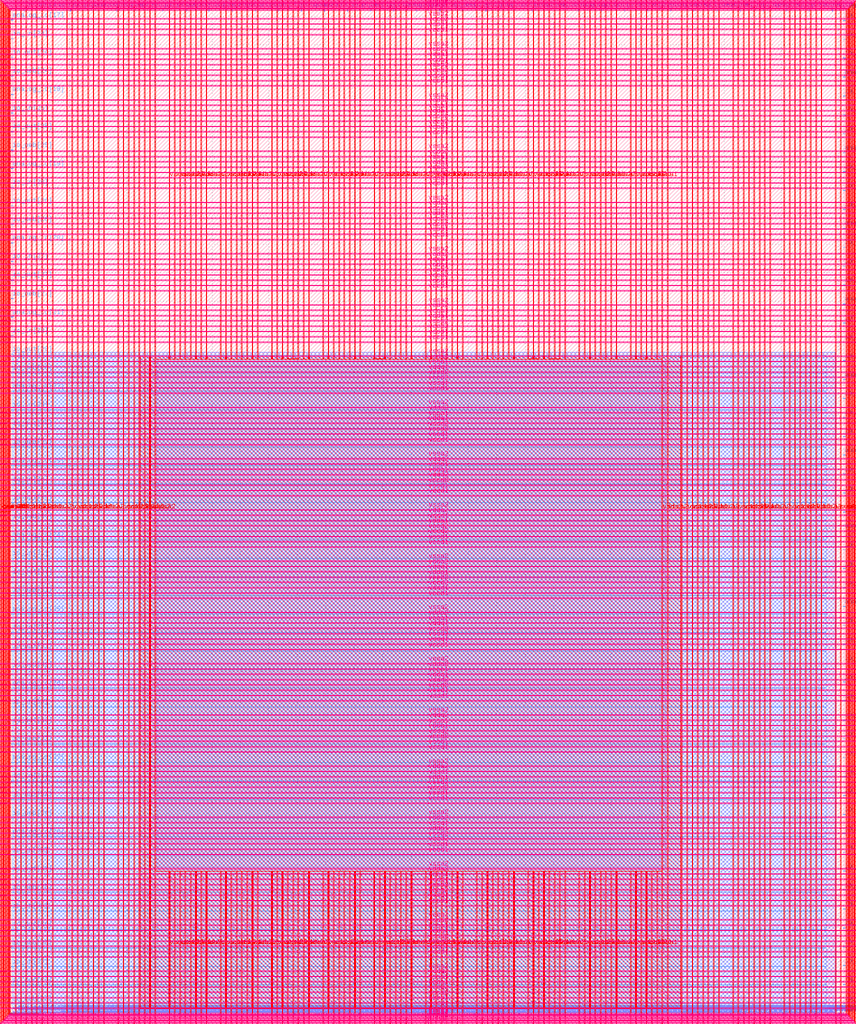
<source format=lef>
VERSION 5.7 ;
  NOWIREEXTENSIONATPIN ON ;
  DIVIDERCHAR "/" ;
  BUSBITCHARS "[]" ;
MACRO user_project_wrapper
  CLASS BLOCK ;
  FOREIGN user_project_wrapper ;
  ORIGIN 0.000 0.000 ;
  SIZE 2920.000 BY 3520.000 ;
  PIN analog_io[0]
    DIRECTION INOUT ;
    USE SIGNAL ;
    PORT
      LAYER met3 ;
        RECT 2917.600 1426.380 2924.800 1427.580 ;
    END
  END analog_io[0]
  PIN analog_io[10]
    DIRECTION INOUT ;
    USE SIGNAL ;
    PORT
      LAYER met2 ;
        RECT 2230.490 3517.600 2231.050 3524.800 ;
    END
  END analog_io[10]
  PIN analog_io[11]
    DIRECTION INOUT ;
    USE SIGNAL ;
    PORT
      LAYER met2 ;
        RECT 1905.730 3517.600 1906.290 3524.800 ;
    END
  END analog_io[11]
  PIN analog_io[12]
    DIRECTION INOUT ;
    USE SIGNAL ;
    PORT
      LAYER met2 ;
        RECT 1581.430 3517.600 1581.990 3524.800 ;
    END
  END analog_io[12]
  PIN analog_io[13]
    DIRECTION INOUT ;
    USE SIGNAL ;
    PORT
      LAYER met2 ;
        RECT 1257.130 3517.600 1257.690 3524.800 ;
    END
  END analog_io[13]
  PIN analog_io[14]
    DIRECTION INOUT ;
    USE SIGNAL ;
    PORT
      LAYER met2 ;
        RECT 932.370 3517.600 932.930 3524.800 ;
    END
  END analog_io[14]
  PIN analog_io[15]
    DIRECTION INOUT ;
    USE SIGNAL ;
    PORT
      LAYER met2 ;
        RECT 608.070 3517.600 608.630 3524.800 ;
    END
  END analog_io[15]
  PIN analog_io[16]
    DIRECTION INOUT ;
    USE SIGNAL ;
    PORT
      LAYER met2 ;
        RECT 283.770 3517.600 284.330 3524.800 ;
    END
  END analog_io[16]
  PIN analog_io[17]
    DIRECTION INOUT ;
    USE SIGNAL ;
    PORT
      LAYER met3 ;
        RECT -4.800 3486.100 2.400 3487.300 ;
    END
  END analog_io[17]
  PIN analog_io[18]
    DIRECTION INOUT ;
    USE SIGNAL ;
    PORT
      LAYER met3 ;
        RECT -4.800 3224.980 2.400 3226.180 ;
    END
  END analog_io[18]
  PIN analog_io[19]
    DIRECTION INOUT ;
    USE SIGNAL ;
    PORT
      LAYER met3 ;
        RECT -4.800 2964.540 2.400 2965.740 ;
    END
  END analog_io[19]
  PIN analog_io[1]
    DIRECTION INOUT ;
    USE SIGNAL ;
    PORT
      LAYER met3 ;
        RECT 2917.600 1692.260 2924.800 1693.460 ;
    END
  END analog_io[1]
  PIN analog_io[20]
    DIRECTION INOUT ;
    USE SIGNAL ;
    PORT
      LAYER met3 ;
        RECT -4.800 2703.420 2.400 2704.620 ;
    END
  END analog_io[20]
  PIN analog_io[21]
    DIRECTION INOUT ;
    USE SIGNAL ;
    PORT
      LAYER met3 ;
        RECT -4.800 2442.980 2.400 2444.180 ;
    END
  END analog_io[21]
  PIN analog_io[22]
    DIRECTION INOUT ;
    USE SIGNAL ;
    PORT
      LAYER met3 ;
        RECT -4.800 2182.540 2.400 2183.740 ;
    END
  END analog_io[22]
  PIN analog_io[23]
    DIRECTION INOUT ;
    USE SIGNAL ;
    PORT
      LAYER met3 ;
        RECT -4.800 1921.420 2.400 1922.620 ;
    END
  END analog_io[23]
  PIN analog_io[24]
    DIRECTION INOUT ;
    USE SIGNAL ;
    PORT
      LAYER met3 ;
        RECT -4.800 1660.980 2.400 1662.180 ;
    END
  END analog_io[24]
  PIN analog_io[25]
    DIRECTION INOUT ;
    USE SIGNAL ;
    PORT
      LAYER met3 ;
        RECT -4.800 1399.860 2.400 1401.060 ;
    END
  END analog_io[25]
  PIN analog_io[26]
    DIRECTION INOUT ;
    USE SIGNAL ;
    PORT
      LAYER met3 ;
        RECT -4.800 1139.420 2.400 1140.620 ;
    END
  END analog_io[26]
  PIN analog_io[27]
    DIRECTION INOUT ;
    USE SIGNAL ;
    PORT
      LAYER met3 ;
        RECT -4.800 878.980 2.400 880.180 ;
    END
  END analog_io[27]
  PIN analog_io[28]
    DIRECTION INOUT ;
    USE SIGNAL ;
    PORT
      LAYER met3 ;
        RECT -4.800 617.860 2.400 619.060 ;
    END
  END analog_io[28]
  PIN analog_io[2]
    DIRECTION INOUT ;
    USE SIGNAL ;
    PORT
      LAYER met3 ;
        RECT 2917.600 1958.140 2924.800 1959.340 ;
    END
  END analog_io[2]
  PIN analog_io[3]
    DIRECTION INOUT ;
    USE SIGNAL ;
    PORT
      LAYER met3 ;
        RECT 2917.600 2223.340 2924.800 2224.540 ;
    END
  END analog_io[3]
  PIN analog_io[4]
    DIRECTION INOUT ;
    USE SIGNAL ;
    PORT
      LAYER met3 ;
        RECT 2917.600 2489.220 2924.800 2490.420 ;
    END
  END analog_io[4]
  PIN analog_io[5]
    DIRECTION INOUT ;
    USE SIGNAL ;
    PORT
      LAYER met3 ;
        RECT 2917.600 2755.100 2924.800 2756.300 ;
    END
  END analog_io[5]
  PIN analog_io[6]
    DIRECTION INOUT ;
    USE SIGNAL ;
    PORT
      LAYER met3 ;
        RECT 2917.600 3020.300 2924.800 3021.500 ;
    END
  END analog_io[6]
  PIN analog_io[7]
    DIRECTION INOUT ;
    USE SIGNAL ;
    PORT
      LAYER met3 ;
        RECT 2917.600 3286.180 2924.800 3287.380 ;
    END
  END analog_io[7]
  PIN analog_io[8]
    DIRECTION INOUT ;
    USE SIGNAL ;
    PORT
      LAYER met2 ;
        RECT 2879.090 3517.600 2879.650 3524.800 ;
    END
  END analog_io[8]
  PIN analog_io[9]
    DIRECTION INOUT ;
    USE SIGNAL ;
    PORT
      LAYER met2 ;
        RECT 2554.790 3517.600 2555.350 3524.800 ;
    END
  END analog_io[9]
  PIN io_in[0]
    DIRECTION INPUT ;
    USE SIGNAL ;
    PORT
      LAYER met3 ;
        RECT 2917.600 32.380 2924.800 33.580 ;
    END
  END io_in[0]
  PIN io_in[10]
    DIRECTION INPUT ;
    USE SIGNAL ;
    PORT
      LAYER met3 ;
        RECT 2917.600 2289.980 2924.800 2291.180 ;
    END
  END io_in[10]
  PIN io_in[11]
    DIRECTION INPUT ;
    USE SIGNAL ;
    PORT
      LAYER met3 ;
        RECT 2917.600 2555.860 2924.800 2557.060 ;
    END
  END io_in[11]
  PIN io_in[12]
    DIRECTION INPUT ;
    USE SIGNAL ;
    PORT
      LAYER met3 ;
        RECT 2917.600 2821.060 2924.800 2822.260 ;
    END
  END io_in[12]
  PIN io_in[13]
    DIRECTION INPUT ;
    USE SIGNAL ;
    PORT
      LAYER met3 ;
        RECT 2917.600 3086.940 2924.800 3088.140 ;
    END
  END io_in[13]
  PIN io_in[14]
    DIRECTION INPUT ;
    USE SIGNAL ;
    PORT
      LAYER met3 ;
        RECT 2917.600 3352.820 2924.800 3354.020 ;
    END
  END io_in[14]
  PIN io_in[15]
    DIRECTION INPUT ;
    USE SIGNAL ;
    PORT
      LAYER met2 ;
        RECT 2798.130 3517.600 2798.690 3524.800 ;
    END
  END io_in[15]
  PIN io_in[16]
    DIRECTION INPUT ;
    USE SIGNAL ;
    PORT
      LAYER met2 ;
        RECT 2473.830 3517.600 2474.390 3524.800 ;
    END
  END io_in[16]
  PIN io_in[17]
    DIRECTION INPUT ;
    USE SIGNAL ;
    PORT
      LAYER met2 ;
        RECT 2149.070 3517.600 2149.630 3524.800 ;
    END
  END io_in[17]
  PIN io_in[18]
    DIRECTION INPUT ;
    USE SIGNAL ;
    PORT
      LAYER met2 ;
        RECT 1824.770 3517.600 1825.330 3524.800 ;
    END
  END io_in[18]
  PIN io_in[19]
    DIRECTION INPUT ;
    USE SIGNAL ;
    PORT
      LAYER met2 ;
        RECT 1500.470 3517.600 1501.030 3524.800 ;
    END
  END io_in[19]
  PIN io_in[1]
    DIRECTION INPUT ;
    USE SIGNAL ;
    PORT
      LAYER met3 ;
        RECT 2917.600 230.940 2924.800 232.140 ;
    END
  END io_in[1]
  PIN io_in[20]
    DIRECTION INPUT ;
    USE SIGNAL ;
    PORT
      LAYER met2 ;
        RECT 1175.710 3517.600 1176.270 3524.800 ;
    END
  END io_in[20]
  PIN io_in[21]
    DIRECTION INPUT ;
    USE SIGNAL ;
    PORT
      LAYER met2 ;
        RECT 851.410 3517.600 851.970 3524.800 ;
    END
  END io_in[21]
  PIN io_in[22]
    DIRECTION INPUT ;
    USE SIGNAL ;
    PORT
      LAYER met2 ;
        RECT 527.110 3517.600 527.670 3524.800 ;
    END
  END io_in[22]
  PIN io_in[23]
    DIRECTION INPUT ;
    USE SIGNAL ;
    PORT
      LAYER met2 ;
        RECT 202.350 3517.600 202.910 3524.800 ;
    END
  END io_in[23]
  PIN io_in[24]
    DIRECTION INPUT ;
    USE SIGNAL ;
    PORT
      LAYER met3 ;
        RECT -4.800 3420.820 2.400 3422.020 ;
    END
  END io_in[24]
  PIN io_in[25]
    DIRECTION INPUT ;
    USE SIGNAL ;
    PORT
      LAYER met3 ;
        RECT -4.800 3159.700 2.400 3160.900 ;
    END
  END io_in[25]
  PIN io_in[26]
    DIRECTION INPUT ;
    USE SIGNAL ;
    PORT
      LAYER met3 ;
        RECT -4.800 2899.260 2.400 2900.460 ;
    END
  END io_in[26]
  PIN io_in[27]
    DIRECTION INPUT ;
    USE SIGNAL ;
    PORT
      LAYER met3 ;
        RECT -4.800 2638.820 2.400 2640.020 ;
    END
  END io_in[27]
  PIN io_in[28]
    DIRECTION INPUT ;
    USE SIGNAL ;
    PORT
      LAYER met3 ;
        RECT -4.800 2377.700 2.400 2378.900 ;
    END
  END io_in[28]
  PIN io_in[29]
    DIRECTION INPUT ;
    USE SIGNAL ;
    PORT
      LAYER met3 ;
        RECT -4.800 2117.260 2.400 2118.460 ;
    END
  END io_in[29]
  PIN io_in[2]
    DIRECTION INPUT ;
    USE SIGNAL ;
    PORT
      LAYER met3 ;
        RECT 2917.600 430.180 2924.800 431.380 ;
    END
  END io_in[2]
  PIN io_in[30]
    DIRECTION INPUT ;
    USE SIGNAL ;
    PORT
      LAYER met3 ;
        RECT -4.800 1856.140 2.400 1857.340 ;
    END
  END io_in[30]
  PIN io_in[31]
    DIRECTION INPUT ;
    USE SIGNAL ;
    PORT
      LAYER met3 ;
        RECT -4.800 1595.700 2.400 1596.900 ;
    END
  END io_in[31]
  PIN io_in[32]
    DIRECTION INPUT ;
    USE SIGNAL ;
    PORT
      LAYER met3 ;
        RECT -4.800 1335.260 2.400 1336.460 ;
    END
  END io_in[32]
  PIN io_in[33]
    DIRECTION INPUT ;
    USE SIGNAL ;
    PORT
      LAYER met3 ;
        RECT -4.800 1074.140 2.400 1075.340 ;
    END
  END io_in[33]
  PIN io_in[34]
    DIRECTION INPUT ;
    USE SIGNAL ;
    PORT
      LAYER met3 ;
        RECT -4.800 813.700 2.400 814.900 ;
    END
  END io_in[34]
  PIN io_in[35]
    DIRECTION INPUT ;
    USE SIGNAL ;
    PORT
      LAYER met3 ;
        RECT -4.800 552.580 2.400 553.780 ;
    END
  END io_in[35]
  PIN io_in[36]
    DIRECTION INPUT ;
    USE SIGNAL ;
    PORT
      LAYER met3 ;
        RECT -4.800 357.420 2.400 358.620 ;
    END
  END io_in[36]
  PIN io_in[37]
    DIRECTION INPUT ;
    USE SIGNAL ;
    PORT
      LAYER met3 ;
        RECT -4.800 161.580 2.400 162.780 ;
    END
  END io_in[37]
  PIN io_in[3]
    DIRECTION INPUT ;
    USE SIGNAL ;
    PORT
      LAYER met3 ;
        RECT 2917.600 629.420 2924.800 630.620 ;
    END
  END io_in[3]
  PIN io_in[4]
    DIRECTION INPUT ;
    USE SIGNAL ;
    PORT
      LAYER met3 ;
        RECT 2917.600 828.660 2924.800 829.860 ;
    END
  END io_in[4]
  PIN io_in[5]
    DIRECTION INPUT ;
    USE SIGNAL ;
    PORT
      LAYER met3 ;
        RECT 2917.600 1027.900 2924.800 1029.100 ;
    END
  END io_in[5]
  PIN io_in[6]
    DIRECTION INPUT ;
    USE SIGNAL ;
    PORT
      LAYER met3 ;
        RECT 2917.600 1227.140 2924.800 1228.340 ;
    END
  END io_in[6]
  PIN io_in[7]
    DIRECTION INPUT ;
    USE SIGNAL ;
    PORT
      LAYER met3 ;
        RECT 2917.600 1493.020 2924.800 1494.220 ;
    END
  END io_in[7]
  PIN io_in[8]
    DIRECTION INPUT ;
    USE SIGNAL ;
    PORT
      LAYER met3 ;
        RECT 2917.600 1758.900 2924.800 1760.100 ;
    END
  END io_in[8]
  PIN io_in[9]
    DIRECTION INPUT ;
    USE SIGNAL ;
    PORT
      LAYER met3 ;
        RECT 2917.600 2024.100 2924.800 2025.300 ;
    END
  END io_in[9]
  PIN io_oeb[0]
    DIRECTION OUTPUT TRISTATE ;
    USE SIGNAL ;
    PORT
      LAYER met3 ;
        RECT 2917.600 164.980 2924.800 166.180 ;
    END
  END io_oeb[0]
  PIN io_oeb[10]
    DIRECTION OUTPUT TRISTATE ;
    USE SIGNAL ;
    PORT
      LAYER met3 ;
        RECT 2917.600 2422.580 2924.800 2423.780 ;
    END
  END io_oeb[10]
  PIN io_oeb[11]
    DIRECTION OUTPUT TRISTATE ;
    USE SIGNAL ;
    PORT
      LAYER met3 ;
        RECT 2917.600 2688.460 2924.800 2689.660 ;
    END
  END io_oeb[11]
  PIN io_oeb[12]
    DIRECTION OUTPUT TRISTATE ;
    USE SIGNAL ;
    PORT
      LAYER met3 ;
        RECT 2917.600 2954.340 2924.800 2955.540 ;
    END
  END io_oeb[12]
  PIN io_oeb[13]
    DIRECTION OUTPUT TRISTATE ;
    USE SIGNAL ;
    PORT
      LAYER met3 ;
        RECT 2917.600 3219.540 2924.800 3220.740 ;
    END
  END io_oeb[13]
  PIN io_oeb[14]
    DIRECTION OUTPUT TRISTATE ;
    USE SIGNAL ;
    PORT
      LAYER met3 ;
        RECT 2917.600 3485.420 2924.800 3486.620 ;
    END
  END io_oeb[14]
  PIN io_oeb[15]
    DIRECTION OUTPUT TRISTATE ;
    USE SIGNAL ;
    PORT
      LAYER met2 ;
        RECT 2635.750 3517.600 2636.310 3524.800 ;
    END
  END io_oeb[15]
  PIN io_oeb[16]
    DIRECTION OUTPUT TRISTATE ;
    USE SIGNAL ;
    PORT
      LAYER met2 ;
        RECT 2311.450 3517.600 2312.010 3524.800 ;
    END
  END io_oeb[16]
  PIN io_oeb[17]
    DIRECTION OUTPUT TRISTATE ;
    USE SIGNAL ;
    PORT
      LAYER met2 ;
        RECT 1987.150 3517.600 1987.710 3524.800 ;
    END
  END io_oeb[17]
  PIN io_oeb[18]
    DIRECTION OUTPUT TRISTATE ;
    USE SIGNAL ;
    PORT
      LAYER met2 ;
        RECT 1662.390 3517.600 1662.950 3524.800 ;
    END
  END io_oeb[18]
  PIN io_oeb[19]
    DIRECTION OUTPUT TRISTATE ;
    USE SIGNAL ;
    PORT
      LAYER met2 ;
        RECT 1338.090 3517.600 1338.650 3524.800 ;
    END
  END io_oeb[19]
  PIN io_oeb[1]
    DIRECTION OUTPUT TRISTATE ;
    USE SIGNAL ;
    PORT
      LAYER met3 ;
        RECT 2917.600 364.220 2924.800 365.420 ;
    END
  END io_oeb[1]
  PIN io_oeb[20]
    DIRECTION OUTPUT TRISTATE ;
    USE SIGNAL ;
    PORT
      LAYER met2 ;
        RECT 1013.790 3517.600 1014.350 3524.800 ;
    END
  END io_oeb[20]
  PIN io_oeb[21]
    DIRECTION OUTPUT TRISTATE ;
    USE SIGNAL ;
    PORT
      LAYER met2 ;
        RECT 689.030 3517.600 689.590 3524.800 ;
    END
  END io_oeb[21]
  PIN io_oeb[22]
    DIRECTION OUTPUT TRISTATE ;
    USE SIGNAL ;
    PORT
      LAYER met2 ;
        RECT 364.730 3517.600 365.290 3524.800 ;
    END
  END io_oeb[22]
  PIN io_oeb[23]
    DIRECTION OUTPUT TRISTATE ;
    USE SIGNAL ;
    PORT
      LAYER met2 ;
        RECT 40.430 3517.600 40.990 3524.800 ;
    END
  END io_oeb[23]
  PIN io_oeb[24]
    DIRECTION OUTPUT TRISTATE ;
    USE SIGNAL ;
    PORT
      LAYER met3 ;
        RECT -4.800 3290.260 2.400 3291.460 ;
    END
  END io_oeb[24]
  PIN io_oeb[25]
    DIRECTION OUTPUT TRISTATE ;
    USE SIGNAL ;
    PORT
      LAYER met3 ;
        RECT -4.800 3029.820 2.400 3031.020 ;
    END
  END io_oeb[25]
  PIN io_oeb[26]
    DIRECTION OUTPUT TRISTATE ;
    USE SIGNAL ;
    PORT
      LAYER met3 ;
        RECT -4.800 2768.700 2.400 2769.900 ;
    END
  END io_oeb[26]
  PIN io_oeb[27]
    DIRECTION OUTPUT TRISTATE ;
    USE SIGNAL ;
    PORT
      LAYER met3 ;
        RECT -4.800 2508.260 2.400 2509.460 ;
    END
  END io_oeb[27]
  PIN io_oeb[28]
    DIRECTION OUTPUT TRISTATE ;
    USE SIGNAL ;
    PORT
      LAYER met3 ;
        RECT -4.800 2247.140 2.400 2248.340 ;
    END
  END io_oeb[28]
  PIN io_oeb[29]
    DIRECTION OUTPUT TRISTATE ;
    USE SIGNAL ;
    PORT
      LAYER met3 ;
        RECT -4.800 1986.700 2.400 1987.900 ;
    END
  END io_oeb[29]
  PIN io_oeb[2]
    DIRECTION OUTPUT TRISTATE ;
    USE SIGNAL ;
    PORT
      LAYER met3 ;
        RECT 2917.600 563.460 2924.800 564.660 ;
    END
  END io_oeb[2]
  PIN io_oeb[30]
    DIRECTION OUTPUT TRISTATE ;
    USE SIGNAL ;
    PORT
      LAYER met3 ;
        RECT -4.800 1726.260 2.400 1727.460 ;
    END
  END io_oeb[30]
  PIN io_oeb[31]
    DIRECTION OUTPUT TRISTATE ;
    USE SIGNAL ;
    PORT
      LAYER met3 ;
        RECT -4.800 1465.140 2.400 1466.340 ;
    END
  END io_oeb[31]
  PIN io_oeb[32]
    DIRECTION OUTPUT TRISTATE ;
    USE SIGNAL ;
    PORT
      LAYER met3 ;
        RECT -4.800 1204.700 2.400 1205.900 ;
    END
  END io_oeb[32]
  PIN io_oeb[33]
    DIRECTION OUTPUT TRISTATE ;
    USE SIGNAL ;
    PORT
      LAYER met3 ;
        RECT -4.800 943.580 2.400 944.780 ;
    END
  END io_oeb[33]
  PIN io_oeb[34]
    DIRECTION OUTPUT TRISTATE ;
    USE SIGNAL ;
    PORT
      LAYER met3 ;
        RECT -4.800 683.140 2.400 684.340 ;
    END
  END io_oeb[34]
  PIN io_oeb[35]
    DIRECTION OUTPUT TRISTATE ;
    USE SIGNAL ;
    PORT
      LAYER met3 ;
        RECT -4.800 422.700 2.400 423.900 ;
    END
  END io_oeb[35]
  PIN io_oeb[36]
    DIRECTION OUTPUT TRISTATE ;
    USE SIGNAL ;
    PORT
      LAYER met3 ;
        RECT -4.800 226.860 2.400 228.060 ;
    END
  END io_oeb[36]
  PIN io_oeb[37]
    DIRECTION OUTPUT TRISTATE ;
    USE SIGNAL ;
    PORT
      LAYER met3 ;
        RECT -4.800 31.700 2.400 32.900 ;
    END
  END io_oeb[37]
  PIN io_oeb[3]
    DIRECTION OUTPUT TRISTATE ;
    USE SIGNAL ;
    PORT
      LAYER met3 ;
        RECT 2917.600 762.700 2924.800 763.900 ;
    END
  END io_oeb[3]
  PIN io_oeb[4]
    DIRECTION OUTPUT TRISTATE ;
    USE SIGNAL ;
    PORT
      LAYER met3 ;
        RECT 2917.600 961.940 2924.800 963.140 ;
    END
  END io_oeb[4]
  PIN io_oeb[5]
    DIRECTION OUTPUT TRISTATE ;
    USE SIGNAL ;
    PORT
      LAYER met3 ;
        RECT 2917.600 1161.180 2924.800 1162.380 ;
    END
  END io_oeb[5]
  PIN io_oeb[6]
    DIRECTION OUTPUT TRISTATE ;
    USE SIGNAL ;
    PORT
      LAYER met3 ;
        RECT 2917.600 1360.420 2924.800 1361.620 ;
    END
  END io_oeb[6]
  PIN io_oeb[7]
    DIRECTION OUTPUT TRISTATE ;
    USE SIGNAL ;
    PORT
      LAYER met3 ;
        RECT 2917.600 1625.620 2924.800 1626.820 ;
    END
  END io_oeb[7]
  PIN io_oeb[8]
    DIRECTION OUTPUT TRISTATE ;
    USE SIGNAL ;
    PORT
      LAYER met3 ;
        RECT 2917.600 1891.500 2924.800 1892.700 ;
    END
  END io_oeb[8]
  PIN io_oeb[9]
    DIRECTION OUTPUT TRISTATE ;
    USE SIGNAL ;
    PORT
      LAYER met3 ;
        RECT 2917.600 2157.380 2924.800 2158.580 ;
    END
  END io_oeb[9]
  PIN io_out[0]
    DIRECTION OUTPUT TRISTATE ;
    USE SIGNAL ;
    PORT
      LAYER met3 ;
        RECT 2917.600 98.340 2924.800 99.540 ;
    END
  END io_out[0]
  PIN io_out[10]
    DIRECTION OUTPUT TRISTATE ;
    USE SIGNAL ;
    PORT
      LAYER met3 ;
        RECT 2917.600 2356.620 2924.800 2357.820 ;
    END
  END io_out[10]
  PIN io_out[11]
    DIRECTION OUTPUT TRISTATE ;
    USE SIGNAL ;
    PORT
      LAYER met3 ;
        RECT 2917.600 2621.820 2924.800 2623.020 ;
    END
  END io_out[11]
  PIN io_out[12]
    DIRECTION OUTPUT TRISTATE ;
    USE SIGNAL ;
    PORT
      LAYER met3 ;
        RECT 2917.600 2887.700 2924.800 2888.900 ;
    END
  END io_out[12]
  PIN io_out[13]
    DIRECTION OUTPUT TRISTATE ;
    USE SIGNAL ;
    PORT
      LAYER met3 ;
        RECT 2917.600 3153.580 2924.800 3154.780 ;
    END
  END io_out[13]
  PIN io_out[14]
    DIRECTION OUTPUT TRISTATE ;
    USE SIGNAL ;
    PORT
      LAYER met3 ;
        RECT 2917.600 3418.780 2924.800 3419.980 ;
    END
  END io_out[14]
  PIN io_out[15]
    DIRECTION OUTPUT TRISTATE ;
    USE SIGNAL ;
    PORT
      LAYER met2 ;
        RECT 2717.170 3517.600 2717.730 3524.800 ;
    END
  END io_out[15]
  PIN io_out[16]
    DIRECTION OUTPUT TRISTATE ;
    USE SIGNAL ;
    PORT
      LAYER met2 ;
        RECT 2392.410 3517.600 2392.970 3524.800 ;
    END
  END io_out[16]
  PIN io_out[17]
    DIRECTION OUTPUT TRISTATE ;
    USE SIGNAL ;
    PORT
      LAYER met2 ;
        RECT 2068.110 3517.600 2068.670 3524.800 ;
    END
  END io_out[17]
  PIN io_out[18]
    DIRECTION OUTPUT TRISTATE ;
    USE SIGNAL ;
    PORT
      LAYER met2 ;
        RECT 1743.810 3517.600 1744.370 3524.800 ;
    END
  END io_out[18]
  PIN io_out[19]
    DIRECTION OUTPUT TRISTATE ;
    USE SIGNAL ;
    PORT
      LAYER met2 ;
        RECT 1419.050 3517.600 1419.610 3524.800 ;
    END
  END io_out[19]
  PIN io_out[1]
    DIRECTION OUTPUT TRISTATE ;
    USE SIGNAL ;
    PORT
      LAYER met3 ;
        RECT 2917.600 297.580 2924.800 298.780 ;
    END
  END io_out[1]
  PIN io_out[20]
    DIRECTION OUTPUT TRISTATE ;
    USE SIGNAL ;
    PORT
      LAYER met2 ;
        RECT 1094.750 3517.600 1095.310 3524.800 ;
    END
  END io_out[20]
  PIN io_out[21]
    DIRECTION OUTPUT TRISTATE ;
    USE SIGNAL ;
    PORT
      LAYER met2 ;
        RECT 770.450 3517.600 771.010 3524.800 ;
    END
  END io_out[21]
  PIN io_out[22]
    DIRECTION OUTPUT TRISTATE ;
    USE SIGNAL ;
    PORT
      LAYER met2 ;
        RECT 445.690 3517.600 446.250 3524.800 ;
    END
  END io_out[22]
  PIN io_out[23]
    DIRECTION OUTPUT TRISTATE ;
    USE SIGNAL ;
    PORT
      LAYER met2 ;
        RECT 121.390 3517.600 121.950 3524.800 ;
    END
  END io_out[23]
  PIN io_out[24]
    DIRECTION OUTPUT TRISTATE ;
    USE SIGNAL ;
    PORT
      LAYER met3 ;
        RECT -4.800 3355.540 2.400 3356.740 ;
    END
  END io_out[24]
  PIN io_out[25]
    DIRECTION OUTPUT TRISTATE ;
    USE SIGNAL ;
    PORT
      LAYER met3 ;
        RECT -4.800 3095.100 2.400 3096.300 ;
    END
  END io_out[25]
  PIN io_out[26]
    DIRECTION OUTPUT TRISTATE ;
    USE SIGNAL ;
    PORT
      LAYER met3 ;
        RECT -4.800 2833.980 2.400 2835.180 ;
    END
  END io_out[26]
  PIN io_out[27]
    DIRECTION OUTPUT TRISTATE ;
    USE SIGNAL ;
    PORT
      LAYER met3 ;
        RECT -4.800 2573.540 2.400 2574.740 ;
    END
  END io_out[27]
  PIN io_out[28]
    DIRECTION OUTPUT TRISTATE ;
    USE SIGNAL ;
    PORT
      LAYER met3 ;
        RECT -4.800 2312.420 2.400 2313.620 ;
    END
  END io_out[28]
  PIN io_out[29]
    DIRECTION OUTPUT TRISTATE ;
    USE SIGNAL ;
    PORT
      LAYER met3 ;
        RECT -4.800 2051.980 2.400 2053.180 ;
    END
  END io_out[29]
  PIN io_out[2]
    DIRECTION OUTPUT TRISTATE ;
    USE SIGNAL ;
    PORT
      LAYER met3 ;
        RECT 2917.600 496.820 2924.800 498.020 ;
    END
  END io_out[2]
  PIN io_out[30]
    DIRECTION OUTPUT TRISTATE ;
    USE SIGNAL ;
    PORT
      LAYER met3 ;
        RECT -4.800 1791.540 2.400 1792.740 ;
    END
  END io_out[30]
  PIN io_out[31]
    DIRECTION OUTPUT TRISTATE ;
    USE SIGNAL ;
    PORT
      LAYER met3 ;
        RECT -4.800 1530.420 2.400 1531.620 ;
    END
  END io_out[31]
  PIN io_out[32]
    DIRECTION OUTPUT TRISTATE ;
    USE SIGNAL ;
    PORT
      LAYER met3 ;
        RECT -4.800 1269.980 2.400 1271.180 ;
    END
  END io_out[32]
  PIN io_out[33]
    DIRECTION OUTPUT TRISTATE ;
    USE SIGNAL ;
    PORT
      LAYER met3 ;
        RECT -4.800 1008.860 2.400 1010.060 ;
    END
  END io_out[33]
  PIN io_out[34]
    DIRECTION OUTPUT TRISTATE ;
    USE SIGNAL ;
    PORT
      LAYER met3 ;
        RECT -4.800 748.420 2.400 749.620 ;
    END
  END io_out[34]
  PIN io_out[35]
    DIRECTION OUTPUT TRISTATE ;
    USE SIGNAL ;
    PORT
      LAYER met3 ;
        RECT -4.800 487.300 2.400 488.500 ;
    END
  END io_out[35]
  PIN io_out[36]
    DIRECTION OUTPUT TRISTATE ;
    USE SIGNAL ;
    PORT
      LAYER met3 ;
        RECT -4.800 292.140 2.400 293.340 ;
    END
  END io_out[36]
  PIN io_out[37]
    DIRECTION OUTPUT TRISTATE ;
    USE SIGNAL ;
    PORT
      LAYER met3 ;
        RECT -4.800 96.300 2.400 97.500 ;
    END
  END io_out[37]
  PIN io_out[3]
    DIRECTION OUTPUT TRISTATE ;
    USE SIGNAL ;
    PORT
      LAYER met3 ;
        RECT 2917.600 696.060 2924.800 697.260 ;
    END
  END io_out[3]
  PIN io_out[4]
    DIRECTION OUTPUT TRISTATE ;
    USE SIGNAL ;
    PORT
      LAYER met3 ;
        RECT 2917.600 895.300 2924.800 896.500 ;
    END
  END io_out[4]
  PIN io_out[5]
    DIRECTION OUTPUT TRISTATE ;
    USE SIGNAL ;
    PORT
      LAYER met3 ;
        RECT 2917.600 1094.540 2924.800 1095.740 ;
    END
  END io_out[5]
  PIN io_out[6]
    DIRECTION OUTPUT TRISTATE ;
    USE SIGNAL ;
    PORT
      LAYER met3 ;
        RECT 2917.600 1293.780 2924.800 1294.980 ;
    END
  END io_out[6]
  PIN io_out[7]
    DIRECTION OUTPUT TRISTATE ;
    USE SIGNAL ;
    PORT
      LAYER met3 ;
        RECT 2917.600 1559.660 2924.800 1560.860 ;
    END
  END io_out[7]
  PIN io_out[8]
    DIRECTION OUTPUT TRISTATE ;
    USE SIGNAL ;
    PORT
      LAYER met3 ;
        RECT 2917.600 1824.860 2924.800 1826.060 ;
    END
  END io_out[8]
  PIN io_out[9]
    DIRECTION OUTPUT TRISTATE ;
    USE SIGNAL ;
    PORT
      LAYER met3 ;
        RECT 2917.600 2090.740 2924.800 2091.940 ;
    END
  END io_out[9]
  PIN la_data_in[0]
    DIRECTION INPUT ;
    USE SIGNAL ;
    PORT
      LAYER met2 ;
        RECT 629.230 -4.800 629.790 2.400 ;
    END
  END la_data_in[0]
  PIN la_data_in[100]
    DIRECTION INPUT ;
    USE SIGNAL ;
    PORT
      LAYER met2 ;
        RECT 2402.530 -4.800 2403.090 2.400 ;
    END
  END la_data_in[100]
  PIN la_data_in[101]
    DIRECTION INPUT ;
    USE SIGNAL ;
    PORT
      LAYER met2 ;
        RECT 2420.010 -4.800 2420.570 2.400 ;
    END
  END la_data_in[101]
  PIN la_data_in[102]
    DIRECTION INPUT ;
    USE SIGNAL ;
    PORT
      LAYER met2 ;
        RECT 2437.950 -4.800 2438.510 2.400 ;
    END
  END la_data_in[102]
  PIN la_data_in[103]
    DIRECTION INPUT ;
    USE SIGNAL ;
    PORT
      LAYER met2 ;
        RECT 2455.430 -4.800 2455.990 2.400 ;
    END
  END la_data_in[103]
  PIN la_data_in[104]
    DIRECTION INPUT ;
    USE SIGNAL ;
    PORT
      LAYER met2 ;
        RECT 2473.370 -4.800 2473.930 2.400 ;
    END
  END la_data_in[104]
  PIN la_data_in[105]
    DIRECTION INPUT ;
    USE SIGNAL ;
    PORT
      LAYER met2 ;
        RECT 2490.850 -4.800 2491.410 2.400 ;
    END
  END la_data_in[105]
  PIN la_data_in[106]
    DIRECTION INPUT ;
    USE SIGNAL ;
    PORT
      LAYER met2 ;
        RECT 2508.790 -4.800 2509.350 2.400 ;
    END
  END la_data_in[106]
  PIN la_data_in[107]
    DIRECTION INPUT ;
    USE SIGNAL ;
    PORT
      LAYER met2 ;
        RECT 2526.730 -4.800 2527.290 2.400 ;
    END
  END la_data_in[107]
  PIN la_data_in[108]
    DIRECTION INPUT ;
    USE SIGNAL ;
    PORT
      LAYER met2 ;
        RECT 2544.210 -4.800 2544.770 2.400 ;
    END
  END la_data_in[108]
  PIN la_data_in[109]
    DIRECTION INPUT ;
    USE SIGNAL ;
    PORT
      LAYER met2 ;
        RECT 2562.150 -4.800 2562.710 2.400 ;
    END
  END la_data_in[109]
  PIN la_data_in[10]
    DIRECTION INPUT ;
    USE SIGNAL ;
    PORT
      LAYER met2 ;
        RECT 806.330 -4.800 806.890 2.400 ;
    END
  END la_data_in[10]
  PIN la_data_in[110]
    DIRECTION INPUT ;
    USE SIGNAL ;
    PORT
      LAYER met2 ;
        RECT 2579.630 -4.800 2580.190 2.400 ;
    END
  END la_data_in[110]
  PIN la_data_in[111]
    DIRECTION INPUT ;
    USE SIGNAL ;
    PORT
      LAYER met2 ;
        RECT 2597.570 -4.800 2598.130 2.400 ;
    END
  END la_data_in[111]
  PIN la_data_in[112]
    DIRECTION INPUT ;
    USE SIGNAL ;
    PORT
      LAYER met2 ;
        RECT 2615.050 -4.800 2615.610 2.400 ;
    END
  END la_data_in[112]
  PIN la_data_in[113]
    DIRECTION INPUT ;
    USE SIGNAL ;
    PORT
      LAYER met2 ;
        RECT 2632.990 -4.800 2633.550 2.400 ;
    END
  END la_data_in[113]
  PIN la_data_in[114]
    DIRECTION INPUT ;
    USE SIGNAL ;
    PORT
      LAYER met2 ;
        RECT 2650.470 -4.800 2651.030 2.400 ;
    END
  END la_data_in[114]
  PIN la_data_in[115]
    DIRECTION INPUT ;
    USE SIGNAL ;
    PORT
      LAYER met2 ;
        RECT 2668.410 -4.800 2668.970 2.400 ;
    END
  END la_data_in[115]
  PIN la_data_in[116]
    DIRECTION INPUT ;
    USE SIGNAL ;
    PORT
      LAYER met2 ;
        RECT 2685.890 -4.800 2686.450 2.400 ;
    END
  END la_data_in[116]
  PIN la_data_in[117]
    DIRECTION INPUT ;
    USE SIGNAL ;
    PORT
      LAYER met2 ;
        RECT 2703.830 -4.800 2704.390 2.400 ;
    END
  END la_data_in[117]
  PIN la_data_in[118]
    DIRECTION INPUT ;
    USE SIGNAL ;
    PORT
      LAYER met2 ;
        RECT 2721.770 -4.800 2722.330 2.400 ;
    END
  END la_data_in[118]
  PIN la_data_in[119]
    DIRECTION INPUT ;
    USE SIGNAL ;
    PORT
      LAYER met2 ;
        RECT 2739.250 -4.800 2739.810 2.400 ;
    END
  END la_data_in[119]
  PIN la_data_in[11]
    DIRECTION INPUT ;
    USE SIGNAL ;
    PORT
      LAYER met2 ;
        RECT 824.270 -4.800 824.830 2.400 ;
    END
  END la_data_in[11]
  PIN la_data_in[120]
    DIRECTION INPUT ;
    USE SIGNAL ;
    PORT
      LAYER met2 ;
        RECT 2757.190 -4.800 2757.750 2.400 ;
    END
  END la_data_in[120]
  PIN la_data_in[121]
    DIRECTION INPUT ;
    USE SIGNAL ;
    PORT
      LAYER met2 ;
        RECT 2774.670 -4.800 2775.230 2.400 ;
    END
  END la_data_in[121]
  PIN la_data_in[122]
    DIRECTION INPUT ;
    USE SIGNAL ;
    PORT
      LAYER met2 ;
        RECT 2792.610 -4.800 2793.170 2.400 ;
    END
  END la_data_in[122]
  PIN la_data_in[123]
    DIRECTION INPUT ;
    USE SIGNAL ;
    PORT
      LAYER met2 ;
        RECT 2810.090 -4.800 2810.650 2.400 ;
    END
  END la_data_in[123]
  PIN la_data_in[124]
    DIRECTION INPUT ;
    USE SIGNAL ;
    PORT
      LAYER met2 ;
        RECT 2828.030 -4.800 2828.590 2.400 ;
    END
  END la_data_in[124]
  PIN la_data_in[125]
    DIRECTION INPUT ;
    USE SIGNAL ;
    PORT
      LAYER met2 ;
        RECT 2845.510 -4.800 2846.070 2.400 ;
    END
  END la_data_in[125]
  PIN la_data_in[126]
    DIRECTION INPUT ;
    USE SIGNAL ;
    PORT
      LAYER met2 ;
        RECT 2863.450 -4.800 2864.010 2.400 ;
    END
  END la_data_in[126]
  PIN la_data_in[127]
    DIRECTION INPUT ;
    USE SIGNAL ;
    PORT
      LAYER met2 ;
        RECT 2881.390 -4.800 2881.950 2.400 ;
    END
  END la_data_in[127]
  PIN la_data_in[12]
    DIRECTION INPUT ;
    USE SIGNAL ;
    PORT
      LAYER met2 ;
        RECT 841.750 -4.800 842.310 2.400 ;
    END
  END la_data_in[12]
  PIN la_data_in[13]
    DIRECTION INPUT ;
    USE SIGNAL ;
    PORT
      LAYER met2 ;
        RECT 859.690 -4.800 860.250 2.400 ;
    END
  END la_data_in[13]
  PIN la_data_in[14]
    DIRECTION INPUT ;
    USE SIGNAL ;
    PORT
      LAYER met2 ;
        RECT 877.170 -4.800 877.730 2.400 ;
    END
  END la_data_in[14]
  PIN la_data_in[15]
    DIRECTION INPUT ;
    USE SIGNAL ;
    PORT
      LAYER met2 ;
        RECT 895.110 -4.800 895.670 2.400 ;
    END
  END la_data_in[15]
  PIN la_data_in[16]
    DIRECTION INPUT ;
    USE SIGNAL ;
    PORT
      LAYER met2 ;
        RECT 912.590 -4.800 913.150 2.400 ;
    END
  END la_data_in[16]
  PIN la_data_in[17]
    DIRECTION INPUT ;
    USE SIGNAL ;
    PORT
      LAYER met2 ;
        RECT 930.530 -4.800 931.090 2.400 ;
    END
  END la_data_in[17]
  PIN la_data_in[18]
    DIRECTION INPUT ;
    USE SIGNAL ;
    PORT
      LAYER met2 ;
        RECT 948.470 -4.800 949.030 2.400 ;
    END
  END la_data_in[18]
  PIN la_data_in[19]
    DIRECTION INPUT ;
    USE SIGNAL ;
    PORT
      LAYER met2 ;
        RECT 965.950 -4.800 966.510 2.400 ;
    END
  END la_data_in[19]
  PIN la_data_in[1]
    DIRECTION INPUT ;
    USE SIGNAL ;
    PORT
      LAYER met2 ;
        RECT 646.710 -4.800 647.270 2.400 ;
    END
  END la_data_in[1]
  PIN la_data_in[20]
    DIRECTION INPUT ;
    USE SIGNAL ;
    PORT
      LAYER met2 ;
        RECT 983.890 -4.800 984.450 2.400 ;
    END
  END la_data_in[20]
  PIN la_data_in[21]
    DIRECTION INPUT ;
    USE SIGNAL ;
    PORT
      LAYER met2 ;
        RECT 1001.370 -4.800 1001.930 2.400 ;
    END
  END la_data_in[21]
  PIN la_data_in[22]
    DIRECTION INPUT ;
    USE SIGNAL ;
    PORT
      LAYER met2 ;
        RECT 1019.310 -4.800 1019.870 2.400 ;
    END
  END la_data_in[22]
  PIN la_data_in[23]
    DIRECTION INPUT ;
    USE SIGNAL ;
    PORT
      LAYER met2 ;
        RECT 1036.790 -4.800 1037.350 2.400 ;
    END
  END la_data_in[23]
  PIN la_data_in[24]
    DIRECTION INPUT ;
    USE SIGNAL ;
    PORT
      LAYER met2 ;
        RECT 1054.730 -4.800 1055.290 2.400 ;
    END
  END la_data_in[24]
  PIN la_data_in[25]
    DIRECTION INPUT ;
    USE SIGNAL ;
    PORT
      LAYER met2 ;
        RECT 1072.210 -4.800 1072.770 2.400 ;
    END
  END la_data_in[25]
  PIN la_data_in[26]
    DIRECTION INPUT ;
    USE SIGNAL ;
    PORT
      LAYER met2 ;
        RECT 1090.150 -4.800 1090.710 2.400 ;
    END
  END la_data_in[26]
  PIN la_data_in[27]
    DIRECTION INPUT ;
    USE SIGNAL ;
    PORT
      LAYER met2 ;
        RECT 1107.630 -4.800 1108.190 2.400 ;
    END
  END la_data_in[27]
  PIN la_data_in[28]
    DIRECTION INPUT ;
    USE SIGNAL ;
    PORT
      LAYER met2 ;
        RECT 1125.570 -4.800 1126.130 2.400 ;
    END
  END la_data_in[28]
  PIN la_data_in[29]
    DIRECTION INPUT ;
    USE SIGNAL ;
    PORT
      LAYER met2 ;
        RECT 1143.510 -4.800 1144.070 2.400 ;
    END
  END la_data_in[29]
  PIN la_data_in[2]
    DIRECTION INPUT ;
    USE SIGNAL ;
    PORT
      LAYER met2 ;
        RECT 664.650 -4.800 665.210 2.400 ;
    END
  END la_data_in[2]
  PIN la_data_in[30]
    DIRECTION INPUT ;
    USE SIGNAL ;
    PORT
      LAYER met2 ;
        RECT 1160.990 -4.800 1161.550 2.400 ;
    END
  END la_data_in[30]
  PIN la_data_in[31]
    DIRECTION INPUT ;
    USE SIGNAL ;
    PORT
      LAYER met2 ;
        RECT 1178.930 -4.800 1179.490 2.400 ;
    END
  END la_data_in[31]
  PIN la_data_in[32]
    DIRECTION INPUT ;
    USE SIGNAL ;
    PORT
      LAYER met2 ;
        RECT 1196.410 -4.800 1196.970 2.400 ;
    END
  END la_data_in[32]
  PIN la_data_in[33]
    DIRECTION INPUT ;
    USE SIGNAL ;
    PORT
      LAYER met2 ;
        RECT 1214.350 -4.800 1214.910 2.400 ;
    END
  END la_data_in[33]
  PIN la_data_in[34]
    DIRECTION INPUT ;
    USE SIGNAL ;
    PORT
      LAYER met2 ;
        RECT 1231.830 -4.800 1232.390 2.400 ;
    END
  END la_data_in[34]
  PIN la_data_in[35]
    DIRECTION INPUT ;
    USE SIGNAL ;
    PORT
      LAYER met2 ;
        RECT 1249.770 -4.800 1250.330 2.400 ;
    END
  END la_data_in[35]
  PIN la_data_in[36]
    DIRECTION INPUT ;
    USE SIGNAL ;
    PORT
      LAYER met2 ;
        RECT 1267.250 -4.800 1267.810 2.400 ;
    END
  END la_data_in[36]
  PIN la_data_in[37]
    DIRECTION INPUT ;
    USE SIGNAL ;
    PORT
      LAYER met2 ;
        RECT 1285.190 -4.800 1285.750 2.400 ;
    END
  END la_data_in[37]
  PIN la_data_in[38]
    DIRECTION INPUT ;
    USE SIGNAL ;
    PORT
      LAYER met2 ;
        RECT 1303.130 -4.800 1303.690 2.400 ;
    END
  END la_data_in[38]
  PIN la_data_in[39]
    DIRECTION INPUT ;
    USE SIGNAL ;
    PORT
      LAYER met2 ;
        RECT 1320.610 -4.800 1321.170 2.400 ;
    END
  END la_data_in[39]
  PIN la_data_in[3]
    DIRECTION INPUT ;
    USE SIGNAL ;
    PORT
      LAYER met2 ;
        RECT 682.130 -4.800 682.690 2.400 ;
    END
  END la_data_in[3]
  PIN la_data_in[40]
    DIRECTION INPUT ;
    USE SIGNAL ;
    PORT
      LAYER met2 ;
        RECT 1338.550 -4.800 1339.110 2.400 ;
    END
  END la_data_in[40]
  PIN la_data_in[41]
    DIRECTION INPUT ;
    USE SIGNAL ;
    PORT
      LAYER met2 ;
        RECT 1356.030 -4.800 1356.590 2.400 ;
    END
  END la_data_in[41]
  PIN la_data_in[42]
    DIRECTION INPUT ;
    USE SIGNAL ;
    PORT
      LAYER met2 ;
        RECT 1373.970 -4.800 1374.530 2.400 ;
    END
  END la_data_in[42]
  PIN la_data_in[43]
    DIRECTION INPUT ;
    USE SIGNAL ;
    PORT
      LAYER met2 ;
        RECT 1391.450 -4.800 1392.010 2.400 ;
    END
  END la_data_in[43]
  PIN la_data_in[44]
    DIRECTION INPUT ;
    USE SIGNAL ;
    PORT
      LAYER met2 ;
        RECT 1409.390 -4.800 1409.950 2.400 ;
    END
  END la_data_in[44]
  PIN la_data_in[45]
    DIRECTION INPUT ;
    USE SIGNAL ;
    PORT
      LAYER met2 ;
        RECT 1426.870 -4.800 1427.430 2.400 ;
    END
  END la_data_in[45]
  PIN la_data_in[46]
    DIRECTION INPUT ;
    USE SIGNAL ;
    PORT
      LAYER met2 ;
        RECT 1444.810 -4.800 1445.370 2.400 ;
    END
  END la_data_in[46]
  PIN la_data_in[47]
    DIRECTION INPUT ;
    USE SIGNAL ;
    PORT
      LAYER met2 ;
        RECT 1462.750 -4.800 1463.310 2.400 ;
    END
  END la_data_in[47]
  PIN la_data_in[48]
    DIRECTION INPUT ;
    USE SIGNAL ;
    PORT
      LAYER met2 ;
        RECT 1480.230 -4.800 1480.790 2.400 ;
    END
  END la_data_in[48]
  PIN la_data_in[49]
    DIRECTION INPUT ;
    USE SIGNAL ;
    PORT
      LAYER met2 ;
        RECT 1498.170 -4.800 1498.730 2.400 ;
    END
  END la_data_in[49]
  PIN la_data_in[4]
    DIRECTION INPUT ;
    USE SIGNAL ;
    PORT
      LAYER met2 ;
        RECT 700.070 -4.800 700.630 2.400 ;
    END
  END la_data_in[4]
  PIN la_data_in[50]
    DIRECTION INPUT ;
    USE SIGNAL ;
    PORT
      LAYER met2 ;
        RECT 1515.650 -4.800 1516.210 2.400 ;
    END
  END la_data_in[50]
  PIN la_data_in[51]
    DIRECTION INPUT ;
    USE SIGNAL ;
    PORT
      LAYER met2 ;
        RECT 1533.590 -4.800 1534.150 2.400 ;
    END
  END la_data_in[51]
  PIN la_data_in[52]
    DIRECTION INPUT ;
    USE SIGNAL ;
    PORT
      LAYER met2 ;
        RECT 1551.070 -4.800 1551.630 2.400 ;
    END
  END la_data_in[52]
  PIN la_data_in[53]
    DIRECTION INPUT ;
    USE SIGNAL ;
    PORT
      LAYER met2 ;
        RECT 1569.010 -4.800 1569.570 2.400 ;
    END
  END la_data_in[53]
  PIN la_data_in[54]
    DIRECTION INPUT ;
    USE SIGNAL ;
    PORT
      LAYER met2 ;
        RECT 1586.490 -4.800 1587.050 2.400 ;
    END
  END la_data_in[54]
  PIN la_data_in[55]
    DIRECTION INPUT ;
    USE SIGNAL ;
    PORT
      LAYER met2 ;
        RECT 1604.430 -4.800 1604.990 2.400 ;
    END
  END la_data_in[55]
  PIN la_data_in[56]
    DIRECTION INPUT ;
    USE SIGNAL ;
    PORT
      LAYER met2 ;
        RECT 1621.910 -4.800 1622.470 2.400 ;
    END
  END la_data_in[56]
  PIN la_data_in[57]
    DIRECTION INPUT ;
    USE SIGNAL ;
    PORT
      LAYER met2 ;
        RECT 1639.850 -4.800 1640.410 2.400 ;
    END
  END la_data_in[57]
  PIN la_data_in[58]
    DIRECTION INPUT ;
    USE SIGNAL ;
    PORT
      LAYER met2 ;
        RECT 1657.790 -4.800 1658.350 2.400 ;
    END
  END la_data_in[58]
  PIN la_data_in[59]
    DIRECTION INPUT ;
    USE SIGNAL ;
    PORT
      LAYER met2 ;
        RECT 1675.270 -4.800 1675.830 2.400 ;
    END
  END la_data_in[59]
  PIN la_data_in[5]
    DIRECTION INPUT ;
    USE SIGNAL ;
    PORT
      LAYER met2 ;
        RECT 717.550 -4.800 718.110 2.400 ;
    END
  END la_data_in[5]
  PIN la_data_in[60]
    DIRECTION INPUT ;
    USE SIGNAL ;
    PORT
      LAYER met2 ;
        RECT 1693.210 -4.800 1693.770 2.400 ;
    END
  END la_data_in[60]
  PIN la_data_in[61]
    DIRECTION INPUT ;
    USE SIGNAL ;
    PORT
      LAYER met2 ;
        RECT 1710.690 -4.800 1711.250 2.400 ;
    END
  END la_data_in[61]
  PIN la_data_in[62]
    DIRECTION INPUT ;
    USE SIGNAL ;
    PORT
      LAYER met2 ;
        RECT 1728.630 -4.800 1729.190 2.400 ;
    END
  END la_data_in[62]
  PIN la_data_in[63]
    DIRECTION INPUT ;
    USE SIGNAL ;
    PORT
      LAYER met2 ;
        RECT 1746.110 -4.800 1746.670 2.400 ;
    END
  END la_data_in[63]
  PIN la_data_in[64]
    DIRECTION INPUT ;
    USE SIGNAL ;
    PORT
      LAYER met2 ;
        RECT 1764.050 -4.800 1764.610 2.400 ;
    END
  END la_data_in[64]
  PIN la_data_in[65]
    DIRECTION INPUT ;
    USE SIGNAL ;
    PORT
      LAYER met2 ;
        RECT 1781.530 -4.800 1782.090 2.400 ;
    END
  END la_data_in[65]
  PIN la_data_in[66]
    DIRECTION INPUT ;
    USE SIGNAL ;
    PORT
      LAYER met2 ;
        RECT 1799.470 -4.800 1800.030 2.400 ;
    END
  END la_data_in[66]
  PIN la_data_in[67]
    DIRECTION INPUT ;
    USE SIGNAL ;
    PORT
      LAYER met2 ;
        RECT 1817.410 -4.800 1817.970 2.400 ;
    END
  END la_data_in[67]
  PIN la_data_in[68]
    DIRECTION INPUT ;
    USE SIGNAL ;
    PORT
      LAYER met2 ;
        RECT 1834.890 -4.800 1835.450 2.400 ;
    END
  END la_data_in[68]
  PIN la_data_in[69]
    DIRECTION INPUT ;
    USE SIGNAL ;
    PORT
      LAYER met2 ;
        RECT 1852.830 -4.800 1853.390 2.400 ;
    END
  END la_data_in[69]
  PIN la_data_in[6]
    DIRECTION INPUT ;
    USE SIGNAL ;
    PORT
      LAYER met2 ;
        RECT 735.490 -4.800 736.050 2.400 ;
    END
  END la_data_in[6]
  PIN la_data_in[70]
    DIRECTION INPUT ;
    USE SIGNAL ;
    PORT
      LAYER met2 ;
        RECT 1870.310 -4.800 1870.870 2.400 ;
    END
  END la_data_in[70]
  PIN la_data_in[71]
    DIRECTION INPUT ;
    USE SIGNAL ;
    PORT
      LAYER met2 ;
        RECT 1888.250 -4.800 1888.810 2.400 ;
    END
  END la_data_in[71]
  PIN la_data_in[72]
    DIRECTION INPUT ;
    USE SIGNAL ;
    PORT
      LAYER met2 ;
        RECT 1905.730 -4.800 1906.290 2.400 ;
    END
  END la_data_in[72]
  PIN la_data_in[73]
    DIRECTION INPUT ;
    USE SIGNAL ;
    PORT
      LAYER met2 ;
        RECT 1923.670 -4.800 1924.230 2.400 ;
    END
  END la_data_in[73]
  PIN la_data_in[74]
    DIRECTION INPUT ;
    USE SIGNAL ;
    PORT
      LAYER met2 ;
        RECT 1941.150 -4.800 1941.710 2.400 ;
    END
  END la_data_in[74]
  PIN la_data_in[75]
    DIRECTION INPUT ;
    USE SIGNAL ;
    PORT
      LAYER met2 ;
        RECT 1959.090 -4.800 1959.650 2.400 ;
    END
  END la_data_in[75]
  PIN la_data_in[76]
    DIRECTION INPUT ;
    USE SIGNAL ;
    PORT
      LAYER met2 ;
        RECT 1976.570 -4.800 1977.130 2.400 ;
    END
  END la_data_in[76]
  PIN la_data_in[77]
    DIRECTION INPUT ;
    USE SIGNAL ;
    PORT
      LAYER met2 ;
        RECT 1994.510 -4.800 1995.070 2.400 ;
    END
  END la_data_in[77]
  PIN la_data_in[78]
    DIRECTION INPUT ;
    USE SIGNAL ;
    PORT
      LAYER met2 ;
        RECT 2012.450 -4.800 2013.010 2.400 ;
    END
  END la_data_in[78]
  PIN la_data_in[79]
    DIRECTION INPUT ;
    USE SIGNAL ;
    PORT
      LAYER met2 ;
        RECT 2029.930 -4.800 2030.490 2.400 ;
    END
  END la_data_in[79]
  PIN la_data_in[7]
    DIRECTION INPUT ;
    USE SIGNAL ;
    PORT
      LAYER met2 ;
        RECT 752.970 -4.800 753.530 2.400 ;
    END
  END la_data_in[7]
  PIN la_data_in[80]
    DIRECTION INPUT ;
    USE SIGNAL ;
    PORT
      LAYER met2 ;
        RECT 2047.870 -4.800 2048.430 2.400 ;
    END
  END la_data_in[80]
  PIN la_data_in[81]
    DIRECTION INPUT ;
    USE SIGNAL ;
    PORT
      LAYER met2 ;
        RECT 2065.350 -4.800 2065.910 2.400 ;
    END
  END la_data_in[81]
  PIN la_data_in[82]
    DIRECTION INPUT ;
    USE SIGNAL ;
    PORT
      LAYER met2 ;
        RECT 2083.290 -4.800 2083.850 2.400 ;
    END
  END la_data_in[82]
  PIN la_data_in[83]
    DIRECTION INPUT ;
    USE SIGNAL ;
    PORT
      LAYER met2 ;
        RECT 2100.770 -4.800 2101.330 2.400 ;
    END
  END la_data_in[83]
  PIN la_data_in[84]
    DIRECTION INPUT ;
    USE SIGNAL ;
    PORT
      LAYER met2 ;
        RECT 2118.710 -4.800 2119.270 2.400 ;
    END
  END la_data_in[84]
  PIN la_data_in[85]
    DIRECTION INPUT ;
    USE SIGNAL ;
    PORT
      LAYER met2 ;
        RECT 2136.190 -4.800 2136.750 2.400 ;
    END
  END la_data_in[85]
  PIN la_data_in[86]
    DIRECTION INPUT ;
    USE SIGNAL ;
    PORT
      LAYER met2 ;
        RECT 2154.130 -4.800 2154.690 2.400 ;
    END
  END la_data_in[86]
  PIN la_data_in[87]
    DIRECTION INPUT ;
    USE SIGNAL ;
    PORT
      LAYER met2 ;
        RECT 2172.070 -4.800 2172.630 2.400 ;
    END
  END la_data_in[87]
  PIN la_data_in[88]
    DIRECTION INPUT ;
    USE SIGNAL ;
    PORT
      LAYER met2 ;
        RECT 2189.550 -4.800 2190.110 2.400 ;
    END
  END la_data_in[88]
  PIN la_data_in[89]
    DIRECTION INPUT ;
    USE SIGNAL ;
    PORT
      LAYER met2 ;
        RECT 2207.490 -4.800 2208.050 2.400 ;
    END
  END la_data_in[89]
  PIN la_data_in[8]
    DIRECTION INPUT ;
    USE SIGNAL ;
    PORT
      LAYER met2 ;
        RECT 770.910 -4.800 771.470 2.400 ;
    END
  END la_data_in[8]
  PIN la_data_in[90]
    DIRECTION INPUT ;
    USE SIGNAL ;
    PORT
      LAYER met2 ;
        RECT 2224.970 -4.800 2225.530 2.400 ;
    END
  END la_data_in[90]
  PIN la_data_in[91]
    DIRECTION INPUT ;
    USE SIGNAL ;
    PORT
      LAYER met2 ;
        RECT 2242.910 -4.800 2243.470 2.400 ;
    END
  END la_data_in[91]
  PIN la_data_in[92]
    DIRECTION INPUT ;
    USE SIGNAL ;
    PORT
      LAYER met2 ;
        RECT 2260.390 -4.800 2260.950 2.400 ;
    END
  END la_data_in[92]
  PIN la_data_in[93]
    DIRECTION INPUT ;
    USE SIGNAL ;
    PORT
      LAYER met2 ;
        RECT 2278.330 -4.800 2278.890 2.400 ;
    END
  END la_data_in[93]
  PIN la_data_in[94]
    DIRECTION INPUT ;
    USE SIGNAL ;
    PORT
      LAYER met2 ;
        RECT 2295.810 -4.800 2296.370 2.400 ;
    END
  END la_data_in[94]
  PIN la_data_in[95]
    DIRECTION INPUT ;
    USE SIGNAL ;
    PORT
      LAYER met2 ;
        RECT 2313.750 -4.800 2314.310 2.400 ;
    END
  END la_data_in[95]
  PIN la_data_in[96]
    DIRECTION INPUT ;
    USE SIGNAL ;
    PORT
      LAYER met2 ;
        RECT 2331.230 -4.800 2331.790 2.400 ;
    END
  END la_data_in[96]
  PIN la_data_in[97]
    DIRECTION INPUT ;
    USE SIGNAL ;
    PORT
      LAYER met2 ;
        RECT 2349.170 -4.800 2349.730 2.400 ;
    END
  END la_data_in[97]
  PIN la_data_in[98]
    DIRECTION INPUT ;
    USE SIGNAL ;
    PORT
      LAYER met2 ;
        RECT 2367.110 -4.800 2367.670 2.400 ;
    END
  END la_data_in[98]
  PIN la_data_in[99]
    DIRECTION INPUT ;
    USE SIGNAL ;
    PORT
      LAYER met2 ;
        RECT 2384.590 -4.800 2385.150 2.400 ;
    END
  END la_data_in[99]
  PIN la_data_in[9]
    DIRECTION INPUT ;
    USE SIGNAL ;
    PORT
      LAYER met2 ;
        RECT 788.850 -4.800 789.410 2.400 ;
    END
  END la_data_in[9]
  PIN la_data_out[0]
    DIRECTION OUTPUT TRISTATE ;
    USE SIGNAL ;
    PORT
      LAYER met2 ;
        RECT 634.750 -4.800 635.310 2.400 ;
    END
  END la_data_out[0]
  PIN la_data_out[100]
    DIRECTION OUTPUT TRISTATE ;
    USE SIGNAL ;
    PORT
      LAYER met2 ;
        RECT 2408.510 -4.800 2409.070 2.400 ;
    END
  END la_data_out[100]
  PIN la_data_out[101]
    DIRECTION OUTPUT TRISTATE ;
    USE SIGNAL ;
    PORT
      LAYER met2 ;
        RECT 2425.990 -4.800 2426.550 2.400 ;
    END
  END la_data_out[101]
  PIN la_data_out[102]
    DIRECTION OUTPUT TRISTATE ;
    USE SIGNAL ;
    PORT
      LAYER met2 ;
        RECT 2443.930 -4.800 2444.490 2.400 ;
    END
  END la_data_out[102]
  PIN la_data_out[103]
    DIRECTION OUTPUT TRISTATE ;
    USE SIGNAL ;
    PORT
      LAYER met2 ;
        RECT 2461.410 -4.800 2461.970 2.400 ;
    END
  END la_data_out[103]
  PIN la_data_out[104]
    DIRECTION OUTPUT TRISTATE ;
    USE SIGNAL ;
    PORT
      LAYER met2 ;
        RECT 2479.350 -4.800 2479.910 2.400 ;
    END
  END la_data_out[104]
  PIN la_data_out[105]
    DIRECTION OUTPUT TRISTATE ;
    USE SIGNAL ;
    PORT
      LAYER met2 ;
        RECT 2496.830 -4.800 2497.390 2.400 ;
    END
  END la_data_out[105]
  PIN la_data_out[106]
    DIRECTION OUTPUT TRISTATE ;
    USE SIGNAL ;
    PORT
      LAYER met2 ;
        RECT 2514.770 -4.800 2515.330 2.400 ;
    END
  END la_data_out[106]
  PIN la_data_out[107]
    DIRECTION OUTPUT TRISTATE ;
    USE SIGNAL ;
    PORT
      LAYER met2 ;
        RECT 2532.250 -4.800 2532.810 2.400 ;
    END
  END la_data_out[107]
  PIN la_data_out[108]
    DIRECTION OUTPUT TRISTATE ;
    USE SIGNAL ;
    PORT
      LAYER met2 ;
        RECT 2550.190 -4.800 2550.750 2.400 ;
    END
  END la_data_out[108]
  PIN la_data_out[109]
    DIRECTION OUTPUT TRISTATE ;
    USE SIGNAL ;
    PORT
      LAYER met2 ;
        RECT 2567.670 -4.800 2568.230 2.400 ;
    END
  END la_data_out[109]
  PIN la_data_out[10]
    DIRECTION OUTPUT TRISTATE ;
    USE SIGNAL ;
    PORT
      LAYER met2 ;
        RECT 812.310 -4.800 812.870 2.400 ;
    END
  END la_data_out[10]
  PIN la_data_out[110]
    DIRECTION OUTPUT TRISTATE ;
    USE SIGNAL ;
    PORT
      LAYER met2 ;
        RECT 2585.610 -4.800 2586.170 2.400 ;
    END
  END la_data_out[110]
  PIN la_data_out[111]
    DIRECTION OUTPUT TRISTATE ;
    USE SIGNAL ;
    PORT
      LAYER met2 ;
        RECT 2603.550 -4.800 2604.110 2.400 ;
    END
  END la_data_out[111]
  PIN la_data_out[112]
    DIRECTION OUTPUT TRISTATE ;
    USE SIGNAL ;
    PORT
      LAYER met2 ;
        RECT 2621.030 -4.800 2621.590 2.400 ;
    END
  END la_data_out[112]
  PIN la_data_out[113]
    DIRECTION OUTPUT TRISTATE ;
    USE SIGNAL ;
    PORT
      LAYER met2 ;
        RECT 2638.970 -4.800 2639.530 2.400 ;
    END
  END la_data_out[113]
  PIN la_data_out[114]
    DIRECTION OUTPUT TRISTATE ;
    USE SIGNAL ;
    PORT
      LAYER met2 ;
        RECT 2656.450 -4.800 2657.010 2.400 ;
    END
  END la_data_out[114]
  PIN la_data_out[115]
    DIRECTION OUTPUT TRISTATE ;
    USE SIGNAL ;
    PORT
      LAYER met2 ;
        RECT 2674.390 -4.800 2674.950 2.400 ;
    END
  END la_data_out[115]
  PIN la_data_out[116]
    DIRECTION OUTPUT TRISTATE ;
    USE SIGNAL ;
    PORT
      LAYER met2 ;
        RECT 2691.870 -4.800 2692.430 2.400 ;
    END
  END la_data_out[116]
  PIN la_data_out[117]
    DIRECTION OUTPUT TRISTATE ;
    USE SIGNAL ;
    PORT
      LAYER met2 ;
        RECT 2709.810 -4.800 2710.370 2.400 ;
    END
  END la_data_out[117]
  PIN la_data_out[118]
    DIRECTION OUTPUT TRISTATE ;
    USE SIGNAL ;
    PORT
      LAYER met2 ;
        RECT 2727.290 -4.800 2727.850 2.400 ;
    END
  END la_data_out[118]
  PIN la_data_out[119]
    DIRECTION OUTPUT TRISTATE ;
    USE SIGNAL ;
    PORT
      LAYER met2 ;
        RECT 2745.230 -4.800 2745.790 2.400 ;
    END
  END la_data_out[119]
  PIN la_data_out[11]
    DIRECTION OUTPUT TRISTATE ;
    USE SIGNAL ;
    PORT
      LAYER met2 ;
        RECT 830.250 -4.800 830.810 2.400 ;
    END
  END la_data_out[11]
  PIN la_data_out[120]
    DIRECTION OUTPUT TRISTATE ;
    USE SIGNAL ;
    PORT
      LAYER met2 ;
        RECT 2763.170 -4.800 2763.730 2.400 ;
    END
  END la_data_out[120]
  PIN la_data_out[121]
    DIRECTION OUTPUT TRISTATE ;
    USE SIGNAL ;
    PORT
      LAYER met2 ;
        RECT 2780.650 -4.800 2781.210 2.400 ;
    END
  END la_data_out[121]
  PIN la_data_out[122]
    DIRECTION OUTPUT TRISTATE ;
    USE SIGNAL ;
    PORT
      LAYER met2 ;
        RECT 2798.590 -4.800 2799.150 2.400 ;
    END
  END la_data_out[122]
  PIN la_data_out[123]
    DIRECTION OUTPUT TRISTATE ;
    USE SIGNAL ;
    PORT
      LAYER met2 ;
        RECT 2816.070 -4.800 2816.630 2.400 ;
    END
  END la_data_out[123]
  PIN la_data_out[124]
    DIRECTION OUTPUT TRISTATE ;
    USE SIGNAL ;
    PORT
      LAYER met2 ;
        RECT 2834.010 -4.800 2834.570 2.400 ;
    END
  END la_data_out[124]
  PIN la_data_out[125]
    DIRECTION OUTPUT TRISTATE ;
    USE SIGNAL ;
    PORT
      LAYER met2 ;
        RECT 2851.490 -4.800 2852.050 2.400 ;
    END
  END la_data_out[125]
  PIN la_data_out[126]
    DIRECTION OUTPUT TRISTATE ;
    USE SIGNAL ;
    PORT
      LAYER met2 ;
        RECT 2869.430 -4.800 2869.990 2.400 ;
    END
  END la_data_out[126]
  PIN la_data_out[127]
    DIRECTION OUTPUT TRISTATE ;
    USE SIGNAL ;
    PORT
      LAYER met2 ;
        RECT 2886.910 -4.800 2887.470 2.400 ;
    END
  END la_data_out[127]
  PIN la_data_out[12]
    DIRECTION OUTPUT TRISTATE ;
    USE SIGNAL ;
    PORT
      LAYER met2 ;
        RECT 847.730 -4.800 848.290 2.400 ;
    END
  END la_data_out[12]
  PIN la_data_out[13]
    DIRECTION OUTPUT TRISTATE ;
    USE SIGNAL ;
    PORT
      LAYER met2 ;
        RECT 865.670 -4.800 866.230 2.400 ;
    END
  END la_data_out[13]
  PIN la_data_out[14]
    DIRECTION OUTPUT TRISTATE ;
    USE SIGNAL ;
    PORT
      LAYER met2 ;
        RECT 883.150 -4.800 883.710 2.400 ;
    END
  END la_data_out[14]
  PIN la_data_out[15]
    DIRECTION OUTPUT TRISTATE ;
    USE SIGNAL ;
    PORT
      LAYER met2 ;
        RECT 901.090 -4.800 901.650 2.400 ;
    END
  END la_data_out[15]
  PIN la_data_out[16]
    DIRECTION OUTPUT TRISTATE ;
    USE SIGNAL ;
    PORT
      LAYER met2 ;
        RECT 918.570 -4.800 919.130 2.400 ;
    END
  END la_data_out[16]
  PIN la_data_out[17]
    DIRECTION OUTPUT TRISTATE ;
    USE SIGNAL ;
    PORT
      LAYER met2 ;
        RECT 936.510 -4.800 937.070 2.400 ;
    END
  END la_data_out[17]
  PIN la_data_out[18]
    DIRECTION OUTPUT TRISTATE ;
    USE SIGNAL ;
    PORT
      LAYER met2 ;
        RECT 953.990 -4.800 954.550 2.400 ;
    END
  END la_data_out[18]
  PIN la_data_out[19]
    DIRECTION OUTPUT TRISTATE ;
    USE SIGNAL ;
    PORT
      LAYER met2 ;
        RECT 971.930 -4.800 972.490 2.400 ;
    END
  END la_data_out[19]
  PIN la_data_out[1]
    DIRECTION OUTPUT TRISTATE ;
    USE SIGNAL ;
    PORT
      LAYER met2 ;
        RECT 652.690 -4.800 653.250 2.400 ;
    END
  END la_data_out[1]
  PIN la_data_out[20]
    DIRECTION OUTPUT TRISTATE ;
    USE SIGNAL ;
    PORT
      LAYER met2 ;
        RECT 989.410 -4.800 989.970 2.400 ;
    END
  END la_data_out[20]
  PIN la_data_out[21]
    DIRECTION OUTPUT TRISTATE ;
    USE SIGNAL ;
    PORT
      LAYER met2 ;
        RECT 1007.350 -4.800 1007.910 2.400 ;
    END
  END la_data_out[21]
  PIN la_data_out[22]
    DIRECTION OUTPUT TRISTATE ;
    USE SIGNAL ;
    PORT
      LAYER met2 ;
        RECT 1025.290 -4.800 1025.850 2.400 ;
    END
  END la_data_out[22]
  PIN la_data_out[23]
    DIRECTION OUTPUT TRISTATE ;
    USE SIGNAL ;
    PORT
      LAYER met2 ;
        RECT 1042.770 -4.800 1043.330 2.400 ;
    END
  END la_data_out[23]
  PIN la_data_out[24]
    DIRECTION OUTPUT TRISTATE ;
    USE SIGNAL ;
    PORT
      LAYER met2 ;
        RECT 1060.710 -4.800 1061.270 2.400 ;
    END
  END la_data_out[24]
  PIN la_data_out[25]
    DIRECTION OUTPUT TRISTATE ;
    USE SIGNAL ;
    PORT
      LAYER met2 ;
        RECT 1078.190 -4.800 1078.750 2.400 ;
    END
  END la_data_out[25]
  PIN la_data_out[26]
    DIRECTION OUTPUT TRISTATE ;
    USE SIGNAL ;
    PORT
      LAYER met2 ;
        RECT 1096.130 -4.800 1096.690 2.400 ;
    END
  END la_data_out[26]
  PIN la_data_out[27]
    DIRECTION OUTPUT TRISTATE ;
    USE SIGNAL ;
    PORT
      LAYER met2 ;
        RECT 1113.610 -4.800 1114.170 2.400 ;
    END
  END la_data_out[27]
  PIN la_data_out[28]
    DIRECTION OUTPUT TRISTATE ;
    USE SIGNAL ;
    PORT
      LAYER met2 ;
        RECT 1131.550 -4.800 1132.110 2.400 ;
    END
  END la_data_out[28]
  PIN la_data_out[29]
    DIRECTION OUTPUT TRISTATE ;
    USE SIGNAL ;
    PORT
      LAYER met2 ;
        RECT 1149.030 -4.800 1149.590 2.400 ;
    END
  END la_data_out[29]
  PIN la_data_out[2]
    DIRECTION OUTPUT TRISTATE ;
    USE SIGNAL ;
    PORT
      LAYER met2 ;
        RECT 670.630 -4.800 671.190 2.400 ;
    END
  END la_data_out[2]
  PIN la_data_out[30]
    DIRECTION OUTPUT TRISTATE ;
    USE SIGNAL ;
    PORT
      LAYER met2 ;
        RECT 1166.970 -4.800 1167.530 2.400 ;
    END
  END la_data_out[30]
  PIN la_data_out[31]
    DIRECTION OUTPUT TRISTATE ;
    USE SIGNAL ;
    PORT
      LAYER met2 ;
        RECT 1184.910 -4.800 1185.470 2.400 ;
    END
  END la_data_out[31]
  PIN la_data_out[32]
    DIRECTION OUTPUT TRISTATE ;
    USE SIGNAL ;
    PORT
      LAYER met2 ;
        RECT 1202.390 -4.800 1202.950 2.400 ;
    END
  END la_data_out[32]
  PIN la_data_out[33]
    DIRECTION OUTPUT TRISTATE ;
    USE SIGNAL ;
    PORT
      LAYER met2 ;
        RECT 1220.330 -4.800 1220.890 2.400 ;
    END
  END la_data_out[33]
  PIN la_data_out[34]
    DIRECTION OUTPUT TRISTATE ;
    USE SIGNAL ;
    PORT
      LAYER met2 ;
        RECT 1237.810 -4.800 1238.370 2.400 ;
    END
  END la_data_out[34]
  PIN la_data_out[35]
    DIRECTION OUTPUT TRISTATE ;
    USE SIGNAL ;
    PORT
      LAYER met2 ;
        RECT 1255.750 -4.800 1256.310 2.400 ;
    END
  END la_data_out[35]
  PIN la_data_out[36]
    DIRECTION OUTPUT TRISTATE ;
    USE SIGNAL ;
    PORT
      LAYER met2 ;
        RECT 1273.230 -4.800 1273.790 2.400 ;
    END
  END la_data_out[36]
  PIN la_data_out[37]
    DIRECTION OUTPUT TRISTATE ;
    USE SIGNAL ;
    PORT
      LAYER met2 ;
        RECT 1291.170 -4.800 1291.730 2.400 ;
    END
  END la_data_out[37]
  PIN la_data_out[38]
    DIRECTION OUTPUT TRISTATE ;
    USE SIGNAL ;
    PORT
      LAYER met2 ;
        RECT 1308.650 -4.800 1309.210 2.400 ;
    END
  END la_data_out[38]
  PIN la_data_out[39]
    DIRECTION OUTPUT TRISTATE ;
    USE SIGNAL ;
    PORT
      LAYER met2 ;
        RECT 1326.590 -4.800 1327.150 2.400 ;
    END
  END la_data_out[39]
  PIN la_data_out[3]
    DIRECTION OUTPUT TRISTATE ;
    USE SIGNAL ;
    PORT
      LAYER met2 ;
        RECT 688.110 -4.800 688.670 2.400 ;
    END
  END la_data_out[3]
  PIN la_data_out[40]
    DIRECTION OUTPUT TRISTATE ;
    USE SIGNAL ;
    PORT
      LAYER met2 ;
        RECT 1344.070 -4.800 1344.630 2.400 ;
    END
  END la_data_out[40]
  PIN la_data_out[41]
    DIRECTION OUTPUT TRISTATE ;
    USE SIGNAL ;
    PORT
      LAYER met2 ;
        RECT 1362.010 -4.800 1362.570 2.400 ;
    END
  END la_data_out[41]
  PIN la_data_out[42]
    DIRECTION OUTPUT TRISTATE ;
    USE SIGNAL ;
    PORT
      LAYER met2 ;
        RECT 1379.950 -4.800 1380.510 2.400 ;
    END
  END la_data_out[42]
  PIN la_data_out[43]
    DIRECTION OUTPUT TRISTATE ;
    USE SIGNAL ;
    PORT
      LAYER met2 ;
        RECT 1397.430 -4.800 1397.990 2.400 ;
    END
  END la_data_out[43]
  PIN la_data_out[44]
    DIRECTION OUTPUT TRISTATE ;
    USE SIGNAL ;
    PORT
      LAYER met2 ;
        RECT 1415.370 -4.800 1415.930 2.400 ;
    END
  END la_data_out[44]
  PIN la_data_out[45]
    DIRECTION OUTPUT TRISTATE ;
    USE SIGNAL ;
    PORT
      LAYER met2 ;
        RECT 1432.850 -4.800 1433.410 2.400 ;
    END
  END la_data_out[45]
  PIN la_data_out[46]
    DIRECTION OUTPUT TRISTATE ;
    USE SIGNAL ;
    PORT
      LAYER met2 ;
        RECT 1450.790 -4.800 1451.350 2.400 ;
    END
  END la_data_out[46]
  PIN la_data_out[47]
    DIRECTION OUTPUT TRISTATE ;
    USE SIGNAL ;
    PORT
      LAYER met2 ;
        RECT 1468.270 -4.800 1468.830 2.400 ;
    END
  END la_data_out[47]
  PIN la_data_out[48]
    DIRECTION OUTPUT TRISTATE ;
    USE SIGNAL ;
    PORT
      LAYER met2 ;
        RECT 1486.210 -4.800 1486.770 2.400 ;
    END
  END la_data_out[48]
  PIN la_data_out[49]
    DIRECTION OUTPUT TRISTATE ;
    USE SIGNAL ;
    PORT
      LAYER met2 ;
        RECT 1503.690 -4.800 1504.250 2.400 ;
    END
  END la_data_out[49]
  PIN la_data_out[4]
    DIRECTION OUTPUT TRISTATE ;
    USE SIGNAL ;
    PORT
      LAYER met2 ;
        RECT 706.050 -4.800 706.610 2.400 ;
    END
  END la_data_out[4]
  PIN la_data_out[50]
    DIRECTION OUTPUT TRISTATE ;
    USE SIGNAL ;
    PORT
      LAYER met2 ;
        RECT 1521.630 -4.800 1522.190 2.400 ;
    END
  END la_data_out[50]
  PIN la_data_out[51]
    DIRECTION OUTPUT TRISTATE ;
    USE SIGNAL ;
    PORT
      LAYER met2 ;
        RECT 1539.570 -4.800 1540.130 2.400 ;
    END
  END la_data_out[51]
  PIN la_data_out[52]
    DIRECTION OUTPUT TRISTATE ;
    USE SIGNAL ;
    PORT
      LAYER met2 ;
        RECT 1557.050 -4.800 1557.610 2.400 ;
    END
  END la_data_out[52]
  PIN la_data_out[53]
    DIRECTION OUTPUT TRISTATE ;
    USE SIGNAL ;
    PORT
      LAYER met2 ;
        RECT 1574.990 -4.800 1575.550 2.400 ;
    END
  END la_data_out[53]
  PIN la_data_out[54]
    DIRECTION OUTPUT TRISTATE ;
    USE SIGNAL ;
    PORT
      LAYER met2 ;
        RECT 1592.470 -4.800 1593.030 2.400 ;
    END
  END la_data_out[54]
  PIN la_data_out[55]
    DIRECTION OUTPUT TRISTATE ;
    USE SIGNAL ;
    PORT
      LAYER met2 ;
        RECT 1610.410 -4.800 1610.970 2.400 ;
    END
  END la_data_out[55]
  PIN la_data_out[56]
    DIRECTION OUTPUT TRISTATE ;
    USE SIGNAL ;
    PORT
      LAYER met2 ;
        RECT 1627.890 -4.800 1628.450 2.400 ;
    END
  END la_data_out[56]
  PIN la_data_out[57]
    DIRECTION OUTPUT TRISTATE ;
    USE SIGNAL ;
    PORT
      LAYER met2 ;
        RECT 1645.830 -4.800 1646.390 2.400 ;
    END
  END la_data_out[57]
  PIN la_data_out[58]
    DIRECTION OUTPUT TRISTATE ;
    USE SIGNAL ;
    PORT
      LAYER met2 ;
        RECT 1663.310 -4.800 1663.870 2.400 ;
    END
  END la_data_out[58]
  PIN la_data_out[59]
    DIRECTION OUTPUT TRISTATE ;
    USE SIGNAL ;
    PORT
      LAYER met2 ;
        RECT 1681.250 -4.800 1681.810 2.400 ;
    END
  END la_data_out[59]
  PIN la_data_out[5]
    DIRECTION OUTPUT TRISTATE ;
    USE SIGNAL ;
    PORT
      LAYER met2 ;
        RECT 723.530 -4.800 724.090 2.400 ;
    END
  END la_data_out[5]
  PIN la_data_out[60]
    DIRECTION OUTPUT TRISTATE ;
    USE SIGNAL ;
    PORT
      LAYER met2 ;
        RECT 1699.190 -4.800 1699.750 2.400 ;
    END
  END la_data_out[60]
  PIN la_data_out[61]
    DIRECTION OUTPUT TRISTATE ;
    USE SIGNAL ;
    PORT
      LAYER met2 ;
        RECT 1716.670 -4.800 1717.230 2.400 ;
    END
  END la_data_out[61]
  PIN la_data_out[62]
    DIRECTION OUTPUT TRISTATE ;
    USE SIGNAL ;
    PORT
      LAYER met2 ;
        RECT 1734.610 -4.800 1735.170 2.400 ;
    END
  END la_data_out[62]
  PIN la_data_out[63]
    DIRECTION OUTPUT TRISTATE ;
    USE SIGNAL ;
    PORT
      LAYER met2 ;
        RECT 1752.090 -4.800 1752.650 2.400 ;
    END
  END la_data_out[63]
  PIN la_data_out[64]
    DIRECTION OUTPUT TRISTATE ;
    USE SIGNAL ;
    PORT
      LAYER met2 ;
        RECT 1770.030 -4.800 1770.590 2.400 ;
    END
  END la_data_out[64]
  PIN la_data_out[65]
    DIRECTION OUTPUT TRISTATE ;
    USE SIGNAL ;
    PORT
      LAYER met2 ;
        RECT 1787.510 -4.800 1788.070 2.400 ;
    END
  END la_data_out[65]
  PIN la_data_out[66]
    DIRECTION OUTPUT TRISTATE ;
    USE SIGNAL ;
    PORT
      LAYER met2 ;
        RECT 1805.450 -4.800 1806.010 2.400 ;
    END
  END la_data_out[66]
  PIN la_data_out[67]
    DIRECTION OUTPUT TRISTATE ;
    USE SIGNAL ;
    PORT
      LAYER met2 ;
        RECT 1822.930 -4.800 1823.490 2.400 ;
    END
  END la_data_out[67]
  PIN la_data_out[68]
    DIRECTION OUTPUT TRISTATE ;
    USE SIGNAL ;
    PORT
      LAYER met2 ;
        RECT 1840.870 -4.800 1841.430 2.400 ;
    END
  END la_data_out[68]
  PIN la_data_out[69]
    DIRECTION OUTPUT TRISTATE ;
    USE SIGNAL ;
    PORT
      LAYER met2 ;
        RECT 1858.350 -4.800 1858.910 2.400 ;
    END
  END la_data_out[69]
  PIN la_data_out[6]
    DIRECTION OUTPUT TRISTATE ;
    USE SIGNAL ;
    PORT
      LAYER met2 ;
        RECT 741.470 -4.800 742.030 2.400 ;
    END
  END la_data_out[6]
  PIN la_data_out[70]
    DIRECTION OUTPUT TRISTATE ;
    USE SIGNAL ;
    PORT
      LAYER met2 ;
        RECT 1876.290 -4.800 1876.850 2.400 ;
    END
  END la_data_out[70]
  PIN la_data_out[71]
    DIRECTION OUTPUT TRISTATE ;
    USE SIGNAL ;
    PORT
      LAYER met2 ;
        RECT 1894.230 -4.800 1894.790 2.400 ;
    END
  END la_data_out[71]
  PIN la_data_out[72]
    DIRECTION OUTPUT TRISTATE ;
    USE SIGNAL ;
    PORT
      LAYER met2 ;
        RECT 1911.710 -4.800 1912.270 2.400 ;
    END
  END la_data_out[72]
  PIN la_data_out[73]
    DIRECTION OUTPUT TRISTATE ;
    USE SIGNAL ;
    PORT
      LAYER met2 ;
        RECT 1929.650 -4.800 1930.210 2.400 ;
    END
  END la_data_out[73]
  PIN la_data_out[74]
    DIRECTION OUTPUT TRISTATE ;
    USE SIGNAL ;
    PORT
      LAYER met2 ;
        RECT 1947.130 -4.800 1947.690 2.400 ;
    END
  END la_data_out[74]
  PIN la_data_out[75]
    DIRECTION OUTPUT TRISTATE ;
    USE SIGNAL ;
    PORT
      LAYER met2 ;
        RECT 1965.070 -4.800 1965.630 2.400 ;
    END
  END la_data_out[75]
  PIN la_data_out[76]
    DIRECTION OUTPUT TRISTATE ;
    USE SIGNAL ;
    PORT
      LAYER met2 ;
        RECT 1982.550 -4.800 1983.110 2.400 ;
    END
  END la_data_out[76]
  PIN la_data_out[77]
    DIRECTION OUTPUT TRISTATE ;
    USE SIGNAL ;
    PORT
      LAYER met2 ;
        RECT 2000.490 -4.800 2001.050 2.400 ;
    END
  END la_data_out[77]
  PIN la_data_out[78]
    DIRECTION OUTPUT TRISTATE ;
    USE SIGNAL ;
    PORT
      LAYER met2 ;
        RECT 2017.970 -4.800 2018.530 2.400 ;
    END
  END la_data_out[78]
  PIN la_data_out[79]
    DIRECTION OUTPUT TRISTATE ;
    USE SIGNAL ;
    PORT
      LAYER met2 ;
        RECT 2035.910 -4.800 2036.470 2.400 ;
    END
  END la_data_out[79]
  PIN la_data_out[7]
    DIRECTION OUTPUT TRISTATE ;
    USE SIGNAL ;
    PORT
      LAYER met2 ;
        RECT 758.950 -4.800 759.510 2.400 ;
    END
  END la_data_out[7]
  PIN la_data_out[80]
    DIRECTION OUTPUT TRISTATE ;
    USE SIGNAL ;
    PORT
      LAYER met2 ;
        RECT 2053.850 -4.800 2054.410 2.400 ;
    END
  END la_data_out[80]
  PIN la_data_out[81]
    DIRECTION OUTPUT TRISTATE ;
    USE SIGNAL ;
    PORT
      LAYER met2 ;
        RECT 2071.330 -4.800 2071.890 2.400 ;
    END
  END la_data_out[81]
  PIN la_data_out[82]
    DIRECTION OUTPUT TRISTATE ;
    USE SIGNAL ;
    PORT
      LAYER met2 ;
        RECT 2089.270 -4.800 2089.830 2.400 ;
    END
  END la_data_out[82]
  PIN la_data_out[83]
    DIRECTION OUTPUT TRISTATE ;
    USE SIGNAL ;
    PORT
      LAYER met2 ;
        RECT 2106.750 -4.800 2107.310 2.400 ;
    END
  END la_data_out[83]
  PIN la_data_out[84]
    DIRECTION OUTPUT TRISTATE ;
    USE SIGNAL ;
    PORT
      LAYER met2 ;
        RECT 2124.690 -4.800 2125.250 2.400 ;
    END
  END la_data_out[84]
  PIN la_data_out[85]
    DIRECTION OUTPUT TRISTATE ;
    USE SIGNAL ;
    PORT
      LAYER met2 ;
        RECT 2142.170 -4.800 2142.730 2.400 ;
    END
  END la_data_out[85]
  PIN la_data_out[86]
    DIRECTION OUTPUT TRISTATE ;
    USE SIGNAL ;
    PORT
      LAYER met2 ;
        RECT 2160.110 -4.800 2160.670 2.400 ;
    END
  END la_data_out[86]
  PIN la_data_out[87]
    DIRECTION OUTPUT TRISTATE ;
    USE SIGNAL ;
    PORT
      LAYER met2 ;
        RECT 2177.590 -4.800 2178.150 2.400 ;
    END
  END la_data_out[87]
  PIN la_data_out[88]
    DIRECTION OUTPUT TRISTATE ;
    USE SIGNAL ;
    PORT
      LAYER met2 ;
        RECT 2195.530 -4.800 2196.090 2.400 ;
    END
  END la_data_out[88]
  PIN la_data_out[89]
    DIRECTION OUTPUT TRISTATE ;
    USE SIGNAL ;
    PORT
      LAYER met2 ;
        RECT 2213.010 -4.800 2213.570 2.400 ;
    END
  END la_data_out[89]
  PIN la_data_out[8]
    DIRECTION OUTPUT TRISTATE ;
    USE SIGNAL ;
    PORT
      LAYER met2 ;
        RECT 776.890 -4.800 777.450 2.400 ;
    END
  END la_data_out[8]
  PIN la_data_out[90]
    DIRECTION OUTPUT TRISTATE ;
    USE SIGNAL ;
    PORT
      LAYER met2 ;
        RECT 2230.950 -4.800 2231.510 2.400 ;
    END
  END la_data_out[90]
  PIN la_data_out[91]
    DIRECTION OUTPUT TRISTATE ;
    USE SIGNAL ;
    PORT
      LAYER met2 ;
        RECT 2248.890 -4.800 2249.450 2.400 ;
    END
  END la_data_out[91]
  PIN la_data_out[92]
    DIRECTION OUTPUT TRISTATE ;
    USE SIGNAL ;
    PORT
      LAYER met2 ;
        RECT 2266.370 -4.800 2266.930 2.400 ;
    END
  END la_data_out[92]
  PIN la_data_out[93]
    DIRECTION OUTPUT TRISTATE ;
    USE SIGNAL ;
    PORT
      LAYER met2 ;
        RECT 2284.310 -4.800 2284.870 2.400 ;
    END
  END la_data_out[93]
  PIN la_data_out[94]
    DIRECTION OUTPUT TRISTATE ;
    USE SIGNAL ;
    PORT
      LAYER met2 ;
        RECT 2301.790 -4.800 2302.350 2.400 ;
    END
  END la_data_out[94]
  PIN la_data_out[95]
    DIRECTION OUTPUT TRISTATE ;
    USE SIGNAL ;
    PORT
      LAYER met2 ;
        RECT 2319.730 -4.800 2320.290 2.400 ;
    END
  END la_data_out[95]
  PIN la_data_out[96]
    DIRECTION OUTPUT TRISTATE ;
    USE SIGNAL ;
    PORT
      LAYER met2 ;
        RECT 2337.210 -4.800 2337.770 2.400 ;
    END
  END la_data_out[96]
  PIN la_data_out[97]
    DIRECTION OUTPUT TRISTATE ;
    USE SIGNAL ;
    PORT
      LAYER met2 ;
        RECT 2355.150 -4.800 2355.710 2.400 ;
    END
  END la_data_out[97]
  PIN la_data_out[98]
    DIRECTION OUTPUT TRISTATE ;
    USE SIGNAL ;
    PORT
      LAYER met2 ;
        RECT 2372.630 -4.800 2373.190 2.400 ;
    END
  END la_data_out[98]
  PIN la_data_out[99]
    DIRECTION OUTPUT TRISTATE ;
    USE SIGNAL ;
    PORT
      LAYER met2 ;
        RECT 2390.570 -4.800 2391.130 2.400 ;
    END
  END la_data_out[99]
  PIN la_data_out[9]
    DIRECTION OUTPUT TRISTATE ;
    USE SIGNAL ;
    PORT
      LAYER met2 ;
        RECT 794.370 -4.800 794.930 2.400 ;
    END
  END la_data_out[9]
  PIN la_oenb[0]
    DIRECTION INPUT ;
    USE SIGNAL ;
    PORT
      LAYER met2 ;
        RECT 640.730 -4.800 641.290 2.400 ;
    END
  END la_oenb[0]
  PIN la_oenb[100]
    DIRECTION INPUT ;
    USE SIGNAL ;
    PORT
      LAYER met2 ;
        RECT 2414.030 -4.800 2414.590 2.400 ;
    END
  END la_oenb[100]
  PIN la_oenb[101]
    DIRECTION INPUT ;
    USE SIGNAL ;
    PORT
      LAYER met2 ;
        RECT 2431.970 -4.800 2432.530 2.400 ;
    END
  END la_oenb[101]
  PIN la_oenb[102]
    DIRECTION INPUT ;
    USE SIGNAL ;
    PORT
      LAYER met2 ;
        RECT 2449.450 -4.800 2450.010 2.400 ;
    END
  END la_oenb[102]
  PIN la_oenb[103]
    DIRECTION INPUT ;
    USE SIGNAL ;
    PORT
      LAYER met2 ;
        RECT 2467.390 -4.800 2467.950 2.400 ;
    END
  END la_oenb[103]
  PIN la_oenb[104]
    DIRECTION INPUT ;
    USE SIGNAL ;
    PORT
      LAYER met2 ;
        RECT 2485.330 -4.800 2485.890 2.400 ;
    END
  END la_oenb[104]
  PIN la_oenb[105]
    DIRECTION INPUT ;
    USE SIGNAL ;
    PORT
      LAYER met2 ;
        RECT 2502.810 -4.800 2503.370 2.400 ;
    END
  END la_oenb[105]
  PIN la_oenb[106]
    DIRECTION INPUT ;
    USE SIGNAL ;
    PORT
      LAYER met2 ;
        RECT 2520.750 -4.800 2521.310 2.400 ;
    END
  END la_oenb[106]
  PIN la_oenb[107]
    DIRECTION INPUT ;
    USE SIGNAL ;
    PORT
      LAYER met2 ;
        RECT 2538.230 -4.800 2538.790 2.400 ;
    END
  END la_oenb[107]
  PIN la_oenb[108]
    DIRECTION INPUT ;
    USE SIGNAL ;
    PORT
      LAYER met2 ;
        RECT 2556.170 -4.800 2556.730 2.400 ;
    END
  END la_oenb[108]
  PIN la_oenb[109]
    DIRECTION INPUT ;
    USE SIGNAL ;
    PORT
      LAYER met2 ;
        RECT 2573.650 -4.800 2574.210 2.400 ;
    END
  END la_oenb[109]
  PIN la_oenb[10]
    DIRECTION INPUT ;
    USE SIGNAL ;
    PORT
      LAYER met2 ;
        RECT 818.290 -4.800 818.850 2.400 ;
    END
  END la_oenb[10]
  PIN la_oenb[110]
    DIRECTION INPUT ;
    USE SIGNAL ;
    PORT
      LAYER met2 ;
        RECT 2591.590 -4.800 2592.150 2.400 ;
    END
  END la_oenb[110]
  PIN la_oenb[111]
    DIRECTION INPUT ;
    USE SIGNAL ;
    PORT
      LAYER met2 ;
        RECT 2609.070 -4.800 2609.630 2.400 ;
    END
  END la_oenb[111]
  PIN la_oenb[112]
    DIRECTION INPUT ;
    USE SIGNAL ;
    PORT
      LAYER met2 ;
        RECT 2627.010 -4.800 2627.570 2.400 ;
    END
  END la_oenb[112]
  PIN la_oenb[113]
    DIRECTION INPUT ;
    USE SIGNAL ;
    PORT
      LAYER met2 ;
        RECT 2644.950 -4.800 2645.510 2.400 ;
    END
  END la_oenb[113]
  PIN la_oenb[114]
    DIRECTION INPUT ;
    USE SIGNAL ;
    PORT
      LAYER met2 ;
        RECT 2662.430 -4.800 2662.990 2.400 ;
    END
  END la_oenb[114]
  PIN la_oenb[115]
    DIRECTION INPUT ;
    USE SIGNAL ;
    PORT
      LAYER met2 ;
        RECT 2680.370 -4.800 2680.930 2.400 ;
    END
  END la_oenb[115]
  PIN la_oenb[116]
    DIRECTION INPUT ;
    USE SIGNAL ;
    PORT
      LAYER met2 ;
        RECT 2697.850 -4.800 2698.410 2.400 ;
    END
  END la_oenb[116]
  PIN la_oenb[117]
    DIRECTION INPUT ;
    USE SIGNAL ;
    PORT
      LAYER met2 ;
        RECT 2715.790 -4.800 2716.350 2.400 ;
    END
  END la_oenb[117]
  PIN la_oenb[118]
    DIRECTION INPUT ;
    USE SIGNAL ;
    PORT
      LAYER met2 ;
        RECT 2733.270 -4.800 2733.830 2.400 ;
    END
  END la_oenb[118]
  PIN la_oenb[119]
    DIRECTION INPUT ;
    USE SIGNAL ;
    PORT
      LAYER met2 ;
        RECT 2751.210 -4.800 2751.770 2.400 ;
    END
  END la_oenb[119]
  PIN la_oenb[11]
    DIRECTION INPUT ;
    USE SIGNAL ;
    PORT
      LAYER met2 ;
        RECT 835.770 -4.800 836.330 2.400 ;
    END
  END la_oenb[11]
  PIN la_oenb[120]
    DIRECTION INPUT ;
    USE SIGNAL ;
    PORT
      LAYER met2 ;
        RECT 2768.690 -4.800 2769.250 2.400 ;
    END
  END la_oenb[120]
  PIN la_oenb[121]
    DIRECTION INPUT ;
    USE SIGNAL ;
    PORT
      LAYER met2 ;
        RECT 2786.630 -4.800 2787.190 2.400 ;
    END
  END la_oenb[121]
  PIN la_oenb[122]
    DIRECTION INPUT ;
    USE SIGNAL ;
    PORT
      LAYER met2 ;
        RECT 2804.110 -4.800 2804.670 2.400 ;
    END
  END la_oenb[122]
  PIN la_oenb[123]
    DIRECTION INPUT ;
    USE SIGNAL ;
    PORT
      LAYER met2 ;
        RECT 2822.050 -4.800 2822.610 2.400 ;
    END
  END la_oenb[123]
  PIN la_oenb[124]
    DIRECTION INPUT ;
    USE SIGNAL ;
    PORT
      LAYER met2 ;
        RECT 2839.990 -4.800 2840.550 2.400 ;
    END
  END la_oenb[124]
  PIN la_oenb[125]
    DIRECTION INPUT ;
    USE SIGNAL ;
    PORT
      LAYER met2 ;
        RECT 2857.470 -4.800 2858.030 2.400 ;
    END
  END la_oenb[125]
  PIN la_oenb[126]
    DIRECTION INPUT ;
    USE SIGNAL ;
    PORT
      LAYER met2 ;
        RECT 2875.410 -4.800 2875.970 2.400 ;
    END
  END la_oenb[126]
  PIN la_oenb[127]
    DIRECTION INPUT ;
    USE SIGNAL ;
    PORT
      LAYER met2 ;
        RECT 2892.890 -4.800 2893.450 2.400 ;
    END
  END la_oenb[127]
  PIN la_oenb[12]
    DIRECTION INPUT ;
    USE SIGNAL ;
    PORT
      LAYER met2 ;
        RECT 853.710 -4.800 854.270 2.400 ;
    END
  END la_oenb[12]
  PIN la_oenb[13]
    DIRECTION INPUT ;
    USE SIGNAL ;
    PORT
      LAYER met2 ;
        RECT 871.190 -4.800 871.750 2.400 ;
    END
  END la_oenb[13]
  PIN la_oenb[14]
    DIRECTION INPUT ;
    USE SIGNAL ;
    PORT
      LAYER met2 ;
        RECT 889.130 -4.800 889.690 2.400 ;
    END
  END la_oenb[14]
  PIN la_oenb[15]
    DIRECTION INPUT ;
    USE SIGNAL ;
    PORT
      LAYER met2 ;
        RECT 907.070 -4.800 907.630 2.400 ;
    END
  END la_oenb[15]
  PIN la_oenb[16]
    DIRECTION INPUT ;
    USE SIGNAL ;
    PORT
      LAYER met2 ;
        RECT 924.550 -4.800 925.110 2.400 ;
    END
  END la_oenb[16]
  PIN la_oenb[17]
    DIRECTION INPUT ;
    USE SIGNAL ;
    PORT
      LAYER met2 ;
        RECT 942.490 -4.800 943.050 2.400 ;
    END
  END la_oenb[17]
  PIN la_oenb[18]
    DIRECTION INPUT ;
    USE SIGNAL ;
    PORT
      LAYER met2 ;
        RECT 959.970 -4.800 960.530 2.400 ;
    END
  END la_oenb[18]
  PIN la_oenb[19]
    DIRECTION INPUT ;
    USE SIGNAL ;
    PORT
      LAYER met2 ;
        RECT 977.910 -4.800 978.470 2.400 ;
    END
  END la_oenb[19]
  PIN la_oenb[1]
    DIRECTION INPUT ;
    USE SIGNAL ;
    PORT
      LAYER met2 ;
        RECT 658.670 -4.800 659.230 2.400 ;
    END
  END la_oenb[1]
  PIN la_oenb[20]
    DIRECTION INPUT ;
    USE SIGNAL ;
    PORT
      LAYER met2 ;
        RECT 995.390 -4.800 995.950 2.400 ;
    END
  END la_oenb[20]
  PIN la_oenb[21]
    DIRECTION INPUT ;
    USE SIGNAL ;
    PORT
      LAYER met2 ;
        RECT 1013.330 -4.800 1013.890 2.400 ;
    END
  END la_oenb[21]
  PIN la_oenb[22]
    DIRECTION INPUT ;
    USE SIGNAL ;
    PORT
      LAYER met2 ;
        RECT 1030.810 -4.800 1031.370 2.400 ;
    END
  END la_oenb[22]
  PIN la_oenb[23]
    DIRECTION INPUT ;
    USE SIGNAL ;
    PORT
      LAYER met2 ;
        RECT 1048.750 -4.800 1049.310 2.400 ;
    END
  END la_oenb[23]
  PIN la_oenb[24]
    DIRECTION INPUT ;
    USE SIGNAL ;
    PORT
      LAYER met2 ;
        RECT 1066.690 -4.800 1067.250 2.400 ;
    END
  END la_oenb[24]
  PIN la_oenb[25]
    DIRECTION INPUT ;
    USE SIGNAL ;
    PORT
      LAYER met2 ;
        RECT 1084.170 -4.800 1084.730 2.400 ;
    END
  END la_oenb[25]
  PIN la_oenb[26]
    DIRECTION INPUT ;
    USE SIGNAL ;
    PORT
      LAYER met2 ;
        RECT 1102.110 -4.800 1102.670 2.400 ;
    END
  END la_oenb[26]
  PIN la_oenb[27]
    DIRECTION INPUT ;
    USE SIGNAL ;
    PORT
      LAYER met2 ;
        RECT 1119.590 -4.800 1120.150 2.400 ;
    END
  END la_oenb[27]
  PIN la_oenb[28]
    DIRECTION INPUT ;
    USE SIGNAL ;
    PORT
      LAYER met2 ;
        RECT 1137.530 -4.800 1138.090 2.400 ;
    END
  END la_oenb[28]
  PIN la_oenb[29]
    DIRECTION INPUT ;
    USE SIGNAL ;
    PORT
      LAYER met2 ;
        RECT 1155.010 -4.800 1155.570 2.400 ;
    END
  END la_oenb[29]
  PIN la_oenb[2]
    DIRECTION INPUT ;
    USE SIGNAL ;
    PORT
      LAYER met2 ;
        RECT 676.150 -4.800 676.710 2.400 ;
    END
  END la_oenb[2]
  PIN la_oenb[30]
    DIRECTION INPUT ;
    USE SIGNAL ;
    PORT
      LAYER met2 ;
        RECT 1172.950 -4.800 1173.510 2.400 ;
    END
  END la_oenb[30]
  PIN la_oenb[31]
    DIRECTION INPUT ;
    USE SIGNAL ;
    PORT
      LAYER met2 ;
        RECT 1190.430 -4.800 1190.990 2.400 ;
    END
  END la_oenb[31]
  PIN la_oenb[32]
    DIRECTION INPUT ;
    USE SIGNAL ;
    PORT
      LAYER met2 ;
        RECT 1208.370 -4.800 1208.930 2.400 ;
    END
  END la_oenb[32]
  PIN la_oenb[33]
    DIRECTION INPUT ;
    USE SIGNAL ;
    PORT
      LAYER met2 ;
        RECT 1225.850 -4.800 1226.410 2.400 ;
    END
  END la_oenb[33]
  PIN la_oenb[34]
    DIRECTION INPUT ;
    USE SIGNAL ;
    PORT
      LAYER met2 ;
        RECT 1243.790 -4.800 1244.350 2.400 ;
    END
  END la_oenb[34]
  PIN la_oenb[35]
    DIRECTION INPUT ;
    USE SIGNAL ;
    PORT
      LAYER met2 ;
        RECT 1261.730 -4.800 1262.290 2.400 ;
    END
  END la_oenb[35]
  PIN la_oenb[36]
    DIRECTION INPUT ;
    USE SIGNAL ;
    PORT
      LAYER met2 ;
        RECT 1279.210 -4.800 1279.770 2.400 ;
    END
  END la_oenb[36]
  PIN la_oenb[37]
    DIRECTION INPUT ;
    USE SIGNAL ;
    PORT
      LAYER met2 ;
        RECT 1297.150 -4.800 1297.710 2.400 ;
    END
  END la_oenb[37]
  PIN la_oenb[38]
    DIRECTION INPUT ;
    USE SIGNAL ;
    PORT
      LAYER met2 ;
        RECT 1314.630 -4.800 1315.190 2.400 ;
    END
  END la_oenb[38]
  PIN la_oenb[39]
    DIRECTION INPUT ;
    USE SIGNAL ;
    PORT
      LAYER met2 ;
        RECT 1332.570 -4.800 1333.130 2.400 ;
    END
  END la_oenb[39]
  PIN la_oenb[3]
    DIRECTION INPUT ;
    USE SIGNAL ;
    PORT
      LAYER met2 ;
        RECT 694.090 -4.800 694.650 2.400 ;
    END
  END la_oenb[3]
  PIN la_oenb[40]
    DIRECTION INPUT ;
    USE SIGNAL ;
    PORT
      LAYER met2 ;
        RECT 1350.050 -4.800 1350.610 2.400 ;
    END
  END la_oenb[40]
  PIN la_oenb[41]
    DIRECTION INPUT ;
    USE SIGNAL ;
    PORT
      LAYER met2 ;
        RECT 1367.990 -4.800 1368.550 2.400 ;
    END
  END la_oenb[41]
  PIN la_oenb[42]
    DIRECTION INPUT ;
    USE SIGNAL ;
    PORT
      LAYER met2 ;
        RECT 1385.470 -4.800 1386.030 2.400 ;
    END
  END la_oenb[42]
  PIN la_oenb[43]
    DIRECTION INPUT ;
    USE SIGNAL ;
    PORT
      LAYER met2 ;
        RECT 1403.410 -4.800 1403.970 2.400 ;
    END
  END la_oenb[43]
  PIN la_oenb[44]
    DIRECTION INPUT ;
    USE SIGNAL ;
    PORT
      LAYER met2 ;
        RECT 1421.350 -4.800 1421.910 2.400 ;
    END
  END la_oenb[44]
  PIN la_oenb[45]
    DIRECTION INPUT ;
    USE SIGNAL ;
    PORT
      LAYER met2 ;
        RECT 1438.830 -4.800 1439.390 2.400 ;
    END
  END la_oenb[45]
  PIN la_oenb[46]
    DIRECTION INPUT ;
    USE SIGNAL ;
    PORT
      LAYER met2 ;
        RECT 1456.770 -4.800 1457.330 2.400 ;
    END
  END la_oenb[46]
  PIN la_oenb[47]
    DIRECTION INPUT ;
    USE SIGNAL ;
    PORT
      LAYER met2 ;
        RECT 1474.250 -4.800 1474.810 2.400 ;
    END
  END la_oenb[47]
  PIN la_oenb[48]
    DIRECTION INPUT ;
    USE SIGNAL ;
    PORT
      LAYER met2 ;
        RECT 1492.190 -4.800 1492.750 2.400 ;
    END
  END la_oenb[48]
  PIN la_oenb[49]
    DIRECTION INPUT ;
    USE SIGNAL ;
    PORT
      LAYER met2 ;
        RECT 1509.670 -4.800 1510.230 2.400 ;
    END
  END la_oenb[49]
  PIN la_oenb[4]
    DIRECTION INPUT ;
    USE SIGNAL ;
    PORT
      LAYER met2 ;
        RECT 712.030 -4.800 712.590 2.400 ;
    END
  END la_oenb[4]
  PIN la_oenb[50]
    DIRECTION INPUT ;
    USE SIGNAL ;
    PORT
      LAYER met2 ;
        RECT 1527.610 -4.800 1528.170 2.400 ;
    END
  END la_oenb[50]
  PIN la_oenb[51]
    DIRECTION INPUT ;
    USE SIGNAL ;
    PORT
      LAYER met2 ;
        RECT 1545.090 -4.800 1545.650 2.400 ;
    END
  END la_oenb[51]
  PIN la_oenb[52]
    DIRECTION INPUT ;
    USE SIGNAL ;
    PORT
      LAYER met2 ;
        RECT 1563.030 -4.800 1563.590 2.400 ;
    END
  END la_oenb[52]
  PIN la_oenb[53]
    DIRECTION INPUT ;
    USE SIGNAL ;
    PORT
      LAYER met2 ;
        RECT 1580.970 -4.800 1581.530 2.400 ;
    END
  END la_oenb[53]
  PIN la_oenb[54]
    DIRECTION INPUT ;
    USE SIGNAL ;
    PORT
      LAYER met2 ;
        RECT 1598.450 -4.800 1599.010 2.400 ;
    END
  END la_oenb[54]
  PIN la_oenb[55]
    DIRECTION INPUT ;
    USE SIGNAL ;
    PORT
      LAYER met2 ;
        RECT 1616.390 -4.800 1616.950 2.400 ;
    END
  END la_oenb[55]
  PIN la_oenb[56]
    DIRECTION INPUT ;
    USE SIGNAL ;
    PORT
      LAYER met2 ;
        RECT 1633.870 -4.800 1634.430 2.400 ;
    END
  END la_oenb[56]
  PIN la_oenb[57]
    DIRECTION INPUT ;
    USE SIGNAL ;
    PORT
      LAYER met2 ;
        RECT 1651.810 -4.800 1652.370 2.400 ;
    END
  END la_oenb[57]
  PIN la_oenb[58]
    DIRECTION INPUT ;
    USE SIGNAL ;
    PORT
      LAYER met2 ;
        RECT 1669.290 -4.800 1669.850 2.400 ;
    END
  END la_oenb[58]
  PIN la_oenb[59]
    DIRECTION INPUT ;
    USE SIGNAL ;
    PORT
      LAYER met2 ;
        RECT 1687.230 -4.800 1687.790 2.400 ;
    END
  END la_oenb[59]
  PIN la_oenb[5]
    DIRECTION INPUT ;
    USE SIGNAL ;
    PORT
      LAYER met2 ;
        RECT 729.510 -4.800 730.070 2.400 ;
    END
  END la_oenb[5]
  PIN la_oenb[60]
    DIRECTION INPUT ;
    USE SIGNAL ;
    PORT
      LAYER met2 ;
        RECT 1704.710 -4.800 1705.270 2.400 ;
    END
  END la_oenb[60]
  PIN la_oenb[61]
    DIRECTION INPUT ;
    USE SIGNAL ;
    PORT
      LAYER met2 ;
        RECT 1722.650 -4.800 1723.210 2.400 ;
    END
  END la_oenb[61]
  PIN la_oenb[62]
    DIRECTION INPUT ;
    USE SIGNAL ;
    PORT
      LAYER met2 ;
        RECT 1740.130 -4.800 1740.690 2.400 ;
    END
  END la_oenb[62]
  PIN la_oenb[63]
    DIRECTION INPUT ;
    USE SIGNAL ;
    PORT
      LAYER met2 ;
        RECT 1758.070 -4.800 1758.630 2.400 ;
    END
  END la_oenb[63]
  PIN la_oenb[64]
    DIRECTION INPUT ;
    USE SIGNAL ;
    PORT
      LAYER met2 ;
        RECT 1776.010 -4.800 1776.570 2.400 ;
    END
  END la_oenb[64]
  PIN la_oenb[65]
    DIRECTION INPUT ;
    USE SIGNAL ;
    PORT
      LAYER met2 ;
        RECT 1793.490 -4.800 1794.050 2.400 ;
    END
  END la_oenb[65]
  PIN la_oenb[66]
    DIRECTION INPUT ;
    USE SIGNAL ;
    PORT
      LAYER met2 ;
        RECT 1811.430 -4.800 1811.990 2.400 ;
    END
  END la_oenb[66]
  PIN la_oenb[67]
    DIRECTION INPUT ;
    USE SIGNAL ;
    PORT
      LAYER met2 ;
        RECT 1828.910 -4.800 1829.470 2.400 ;
    END
  END la_oenb[67]
  PIN la_oenb[68]
    DIRECTION INPUT ;
    USE SIGNAL ;
    PORT
      LAYER met2 ;
        RECT 1846.850 -4.800 1847.410 2.400 ;
    END
  END la_oenb[68]
  PIN la_oenb[69]
    DIRECTION INPUT ;
    USE SIGNAL ;
    PORT
      LAYER met2 ;
        RECT 1864.330 -4.800 1864.890 2.400 ;
    END
  END la_oenb[69]
  PIN la_oenb[6]
    DIRECTION INPUT ;
    USE SIGNAL ;
    PORT
      LAYER met2 ;
        RECT 747.450 -4.800 748.010 2.400 ;
    END
  END la_oenb[6]
  PIN la_oenb[70]
    DIRECTION INPUT ;
    USE SIGNAL ;
    PORT
      LAYER met2 ;
        RECT 1882.270 -4.800 1882.830 2.400 ;
    END
  END la_oenb[70]
  PIN la_oenb[71]
    DIRECTION INPUT ;
    USE SIGNAL ;
    PORT
      LAYER met2 ;
        RECT 1899.750 -4.800 1900.310 2.400 ;
    END
  END la_oenb[71]
  PIN la_oenb[72]
    DIRECTION INPUT ;
    USE SIGNAL ;
    PORT
      LAYER met2 ;
        RECT 1917.690 -4.800 1918.250 2.400 ;
    END
  END la_oenb[72]
  PIN la_oenb[73]
    DIRECTION INPUT ;
    USE SIGNAL ;
    PORT
      LAYER met2 ;
        RECT 1935.630 -4.800 1936.190 2.400 ;
    END
  END la_oenb[73]
  PIN la_oenb[74]
    DIRECTION INPUT ;
    USE SIGNAL ;
    PORT
      LAYER met2 ;
        RECT 1953.110 -4.800 1953.670 2.400 ;
    END
  END la_oenb[74]
  PIN la_oenb[75]
    DIRECTION INPUT ;
    USE SIGNAL ;
    PORT
      LAYER met2 ;
        RECT 1971.050 -4.800 1971.610 2.400 ;
    END
  END la_oenb[75]
  PIN la_oenb[76]
    DIRECTION INPUT ;
    USE SIGNAL ;
    PORT
      LAYER met2 ;
        RECT 1988.530 -4.800 1989.090 2.400 ;
    END
  END la_oenb[76]
  PIN la_oenb[77]
    DIRECTION INPUT ;
    USE SIGNAL ;
    PORT
      LAYER met2 ;
        RECT 2006.470 -4.800 2007.030 2.400 ;
    END
  END la_oenb[77]
  PIN la_oenb[78]
    DIRECTION INPUT ;
    USE SIGNAL ;
    PORT
      LAYER met2 ;
        RECT 2023.950 -4.800 2024.510 2.400 ;
    END
  END la_oenb[78]
  PIN la_oenb[79]
    DIRECTION INPUT ;
    USE SIGNAL ;
    PORT
      LAYER met2 ;
        RECT 2041.890 -4.800 2042.450 2.400 ;
    END
  END la_oenb[79]
  PIN la_oenb[7]
    DIRECTION INPUT ;
    USE SIGNAL ;
    PORT
      LAYER met2 ;
        RECT 764.930 -4.800 765.490 2.400 ;
    END
  END la_oenb[7]
  PIN la_oenb[80]
    DIRECTION INPUT ;
    USE SIGNAL ;
    PORT
      LAYER met2 ;
        RECT 2059.370 -4.800 2059.930 2.400 ;
    END
  END la_oenb[80]
  PIN la_oenb[81]
    DIRECTION INPUT ;
    USE SIGNAL ;
    PORT
      LAYER met2 ;
        RECT 2077.310 -4.800 2077.870 2.400 ;
    END
  END la_oenb[81]
  PIN la_oenb[82]
    DIRECTION INPUT ;
    USE SIGNAL ;
    PORT
      LAYER met2 ;
        RECT 2094.790 -4.800 2095.350 2.400 ;
    END
  END la_oenb[82]
  PIN la_oenb[83]
    DIRECTION INPUT ;
    USE SIGNAL ;
    PORT
      LAYER met2 ;
        RECT 2112.730 -4.800 2113.290 2.400 ;
    END
  END la_oenb[83]
  PIN la_oenb[84]
    DIRECTION INPUT ;
    USE SIGNAL ;
    PORT
      LAYER met2 ;
        RECT 2130.670 -4.800 2131.230 2.400 ;
    END
  END la_oenb[84]
  PIN la_oenb[85]
    DIRECTION INPUT ;
    USE SIGNAL ;
    PORT
      LAYER met2 ;
        RECT 2148.150 -4.800 2148.710 2.400 ;
    END
  END la_oenb[85]
  PIN la_oenb[86]
    DIRECTION INPUT ;
    USE SIGNAL ;
    PORT
      LAYER met2 ;
        RECT 2166.090 -4.800 2166.650 2.400 ;
    END
  END la_oenb[86]
  PIN la_oenb[87]
    DIRECTION INPUT ;
    USE SIGNAL ;
    PORT
      LAYER met2 ;
        RECT 2183.570 -4.800 2184.130 2.400 ;
    END
  END la_oenb[87]
  PIN la_oenb[88]
    DIRECTION INPUT ;
    USE SIGNAL ;
    PORT
      LAYER met2 ;
        RECT 2201.510 -4.800 2202.070 2.400 ;
    END
  END la_oenb[88]
  PIN la_oenb[89]
    DIRECTION INPUT ;
    USE SIGNAL ;
    PORT
      LAYER met2 ;
        RECT 2218.990 -4.800 2219.550 2.400 ;
    END
  END la_oenb[89]
  PIN la_oenb[8]
    DIRECTION INPUT ;
    USE SIGNAL ;
    PORT
      LAYER met2 ;
        RECT 782.870 -4.800 783.430 2.400 ;
    END
  END la_oenb[8]
  PIN la_oenb[90]
    DIRECTION INPUT ;
    USE SIGNAL ;
    PORT
      LAYER met2 ;
        RECT 2236.930 -4.800 2237.490 2.400 ;
    END
  END la_oenb[90]
  PIN la_oenb[91]
    DIRECTION INPUT ;
    USE SIGNAL ;
    PORT
      LAYER met2 ;
        RECT 2254.410 -4.800 2254.970 2.400 ;
    END
  END la_oenb[91]
  PIN la_oenb[92]
    DIRECTION INPUT ;
    USE SIGNAL ;
    PORT
      LAYER met2 ;
        RECT 2272.350 -4.800 2272.910 2.400 ;
    END
  END la_oenb[92]
  PIN la_oenb[93]
    DIRECTION INPUT ;
    USE SIGNAL ;
    PORT
      LAYER met2 ;
        RECT 2290.290 -4.800 2290.850 2.400 ;
    END
  END la_oenb[93]
  PIN la_oenb[94]
    DIRECTION INPUT ;
    USE SIGNAL ;
    PORT
      LAYER met2 ;
        RECT 2307.770 -4.800 2308.330 2.400 ;
    END
  END la_oenb[94]
  PIN la_oenb[95]
    DIRECTION INPUT ;
    USE SIGNAL ;
    PORT
      LAYER met2 ;
        RECT 2325.710 -4.800 2326.270 2.400 ;
    END
  END la_oenb[95]
  PIN la_oenb[96]
    DIRECTION INPUT ;
    USE SIGNAL ;
    PORT
      LAYER met2 ;
        RECT 2343.190 -4.800 2343.750 2.400 ;
    END
  END la_oenb[96]
  PIN la_oenb[97]
    DIRECTION INPUT ;
    USE SIGNAL ;
    PORT
      LAYER met2 ;
        RECT 2361.130 -4.800 2361.690 2.400 ;
    END
  END la_oenb[97]
  PIN la_oenb[98]
    DIRECTION INPUT ;
    USE SIGNAL ;
    PORT
      LAYER met2 ;
        RECT 2378.610 -4.800 2379.170 2.400 ;
    END
  END la_oenb[98]
  PIN la_oenb[99]
    DIRECTION INPUT ;
    USE SIGNAL ;
    PORT
      LAYER met2 ;
        RECT 2396.550 -4.800 2397.110 2.400 ;
    END
  END la_oenb[99]
  PIN la_oenb[9]
    DIRECTION INPUT ;
    USE SIGNAL ;
    PORT
      LAYER met2 ;
        RECT 800.350 -4.800 800.910 2.400 ;
    END
  END la_oenb[9]
  PIN user_clock2
    DIRECTION INPUT ;
    USE SIGNAL ;
    PORT
      LAYER met2 ;
        RECT 2898.870 -4.800 2899.430 2.400 ;
    END
  END user_clock2
  PIN user_irq[0]
    DIRECTION OUTPUT TRISTATE ;
    USE SIGNAL ;
    PORT
      LAYER met2 ;
        RECT 2904.850 -4.800 2905.410 2.400 ;
    END
  END user_irq[0]
  PIN user_irq[1]
    DIRECTION OUTPUT TRISTATE ;
    USE SIGNAL ;
    PORT
      LAYER met2 ;
        RECT 2910.830 -4.800 2911.390 2.400 ;
    END
  END user_irq[1]
  PIN user_irq[2]
    DIRECTION OUTPUT TRISTATE ;
    USE SIGNAL ;
    PORT
      LAYER met2 ;
        RECT 2916.810 -4.800 2917.370 2.400 ;
    END
  END user_irq[2]
  PIN vccd1
    DIRECTION INOUT ;
    USE POWER ;
    PORT
      LAYER met4 ;
        RECT -10.030 -4.670 -6.930 3524.350 ;
    END
    PORT
      LAYER met5 ;
        RECT -10.030 -4.670 2929.650 -1.570 ;
    END
    PORT
      LAYER met5 ;
        RECT -10.030 3521.250 2929.650 3524.350 ;
    END
    PORT
      LAYER met4 ;
        RECT 2926.550 -4.670 2929.650 3524.350 ;
    END
    PORT
      LAYER met4 ;
        RECT 8.970 -38.270 12.070 3557.950 ;
    END
    PORT
      LAYER met4 ;
        RECT 188.970 -38.270 192.070 3557.950 ;
    END
    PORT
      LAYER met4 ;
        RECT 368.970 -38.270 372.070 3557.950 ;
    END
    PORT
      LAYER met4 ;
        RECT 548.970 -38.270 552.070 497.355 ;
    END
    PORT
      LAYER met4 ;
        RECT 548.970 2296.485 552.070 3557.950 ;
    END
    PORT
      LAYER met4 ;
        RECT 728.970 -38.270 732.070 497.355 ;
    END
    PORT
      LAYER met4 ;
        RECT 728.970 2296.485 732.070 3557.950 ;
    END
    PORT
      LAYER met4 ;
        RECT 908.970 -38.270 912.070 497.355 ;
    END
    PORT
      LAYER met4 ;
        RECT 908.970 2296.485 912.070 3557.950 ;
    END
    PORT
      LAYER met4 ;
        RECT 1088.970 -38.270 1092.070 497.355 ;
    END
    PORT
      LAYER met4 ;
        RECT 1088.970 2296.485 1092.070 3557.950 ;
    END
    PORT
      LAYER met4 ;
        RECT 1268.970 -38.270 1272.070 497.355 ;
    END
    PORT
      LAYER met4 ;
        RECT 1268.970 2296.485 1272.070 3557.950 ;
    END
    PORT
      LAYER met4 ;
        RECT 1448.970 -38.270 1452.070 497.355 ;
    END
    PORT
      LAYER met4 ;
        RECT 1448.970 2296.485 1452.070 3557.950 ;
    END
    PORT
      LAYER met4 ;
        RECT 1628.970 -38.270 1632.070 497.355 ;
    END
    PORT
      LAYER met4 ;
        RECT 1628.970 2296.485 1632.070 3557.950 ;
    END
    PORT
      LAYER met4 ;
        RECT 1808.970 -38.270 1812.070 497.355 ;
    END
    PORT
      LAYER met4 ;
        RECT 1808.970 2296.485 1812.070 3557.950 ;
    END
    PORT
      LAYER met4 ;
        RECT 1988.970 -38.270 1992.070 497.355 ;
    END
    PORT
      LAYER met4 ;
        RECT 1988.970 2296.485 1992.070 3557.950 ;
    END
    PORT
      LAYER met4 ;
        RECT 2168.970 -38.270 2172.070 497.355 ;
    END
    PORT
      LAYER met4 ;
        RECT 2168.970 2296.485 2172.070 3557.950 ;
    END
    PORT
      LAYER met4 ;
        RECT 2348.970 -38.270 2352.070 3557.950 ;
    END
    PORT
      LAYER met4 ;
        RECT 2528.970 -38.270 2532.070 3557.950 ;
    END
    PORT
      LAYER met4 ;
        RECT 2708.970 -38.270 2712.070 3557.950 ;
    END
    PORT
      LAYER met4 ;
        RECT 2888.970 -38.270 2892.070 3557.950 ;
    END
    PORT
      LAYER met5 ;
        RECT -43.630 14.330 2963.250 17.430 ;
    END
    PORT
      LAYER met5 ;
        RECT -43.630 194.330 2963.250 197.430 ;
    END
    PORT
      LAYER met5 ;
        RECT -43.630 374.330 2963.250 377.430 ;
    END
    PORT
      LAYER met5 ;
        RECT -43.630 554.330 2963.250 557.430 ;
    END
    PORT
      LAYER met5 ;
        RECT -43.630 734.330 2963.250 737.430 ;
    END
    PORT
      LAYER met5 ;
        RECT -43.630 914.330 2963.250 917.430 ;
    END
    PORT
      LAYER met5 ;
        RECT -43.630 1094.330 2963.250 1097.430 ;
    END
    PORT
      LAYER met5 ;
        RECT -43.630 1274.330 2963.250 1277.430 ;
    END
    PORT
      LAYER met5 ;
        RECT -43.630 1454.330 2963.250 1457.430 ;
    END
    PORT
      LAYER met5 ;
        RECT -43.630 1634.330 2963.250 1637.430 ;
    END
    PORT
      LAYER met5 ;
        RECT -43.630 1814.330 2963.250 1817.430 ;
    END
    PORT
      LAYER met5 ;
        RECT -43.630 1994.330 2963.250 1997.430 ;
    END
    PORT
      LAYER met5 ;
        RECT -43.630 2174.330 2963.250 2177.430 ;
    END
    PORT
      LAYER met5 ;
        RECT -43.630 2354.330 2963.250 2357.430 ;
    END
    PORT
      LAYER met5 ;
        RECT -43.630 2534.330 2963.250 2537.430 ;
    END
    PORT
      LAYER met5 ;
        RECT -43.630 2714.330 2963.250 2717.430 ;
    END
    PORT
      LAYER met5 ;
        RECT -43.630 2894.330 2963.250 2897.430 ;
    END
    PORT
      LAYER met5 ;
        RECT -43.630 3074.330 2963.250 3077.430 ;
    END
    PORT
      LAYER met5 ;
        RECT -43.630 3254.330 2963.250 3257.430 ;
    END
    PORT
      LAYER met5 ;
        RECT -43.630 3434.330 2963.250 3437.430 ;
    END
  END vccd1
  PIN vccd2
    DIRECTION INOUT ;
    USE POWER ;
    PORT
      LAYER met4 ;
        RECT -19.630 -14.270 -16.530 3533.950 ;
    END
    PORT
      LAYER met5 ;
        RECT -19.630 -14.270 2939.250 -11.170 ;
    END
    PORT
      LAYER met5 ;
        RECT -19.630 3530.850 2939.250 3533.950 ;
    END
    PORT
      LAYER met4 ;
        RECT 2936.150 -14.270 2939.250 3533.950 ;
    END
    PORT
      LAYER met4 ;
        RECT 46.170 -38.270 49.270 3557.950 ;
    END
    PORT
      LAYER met4 ;
        RECT 226.170 -38.270 229.270 3557.950 ;
    END
    PORT
      LAYER met4 ;
        RECT 406.170 -38.270 409.270 3557.950 ;
    END
    PORT
      LAYER met4 ;
        RECT 586.170 -38.270 589.270 497.355 ;
    END
    PORT
      LAYER met4 ;
        RECT 586.170 2296.485 589.270 3557.950 ;
    END
    PORT
      LAYER met4 ;
        RECT 766.170 -38.270 769.270 497.355 ;
    END
    PORT
      LAYER met4 ;
        RECT 766.170 2296.485 769.270 3557.950 ;
    END
    PORT
      LAYER met4 ;
        RECT 946.170 -38.270 949.270 497.355 ;
    END
    PORT
      LAYER met4 ;
        RECT 946.170 2296.485 949.270 3557.950 ;
    END
    PORT
      LAYER met4 ;
        RECT 1126.170 -38.270 1129.270 497.355 ;
    END
    PORT
      LAYER met4 ;
        RECT 1126.170 2296.485 1129.270 3557.950 ;
    END
    PORT
      LAYER met4 ;
        RECT 1306.170 -38.270 1309.270 497.355 ;
    END
    PORT
      LAYER met4 ;
        RECT 1306.170 2296.485 1309.270 3557.950 ;
    END
    PORT
      LAYER met4 ;
        RECT 1486.170 -38.270 1489.270 497.355 ;
    END
    PORT
      LAYER met4 ;
        RECT 1486.170 2296.485 1489.270 3557.950 ;
    END
    PORT
      LAYER met4 ;
        RECT 1666.170 -38.270 1669.270 497.355 ;
    END
    PORT
      LAYER met4 ;
        RECT 1666.170 2296.485 1669.270 3557.950 ;
    END
    PORT
      LAYER met4 ;
        RECT 1846.170 -38.270 1849.270 497.355 ;
    END
    PORT
      LAYER met4 ;
        RECT 1846.170 2296.485 1849.270 3557.950 ;
    END
    PORT
      LAYER met4 ;
        RECT 2026.170 -38.270 2029.270 497.355 ;
    END
    PORT
      LAYER met4 ;
        RECT 2026.170 2296.485 2029.270 3557.950 ;
    END
    PORT
      LAYER met4 ;
        RECT 2206.170 -38.270 2209.270 497.355 ;
    END
    PORT
      LAYER met4 ;
        RECT 2206.170 2296.485 2209.270 3557.950 ;
    END
    PORT
      LAYER met4 ;
        RECT 2386.170 -38.270 2389.270 3557.950 ;
    END
    PORT
      LAYER met4 ;
        RECT 2566.170 -38.270 2569.270 3557.950 ;
    END
    PORT
      LAYER met4 ;
        RECT 2746.170 -38.270 2749.270 3557.950 ;
    END
    PORT
      LAYER met5 ;
        RECT -43.630 51.530 2963.250 54.630 ;
    END
    PORT
      LAYER met5 ;
        RECT -43.630 231.530 2963.250 234.630 ;
    END
    PORT
      LAYER met5 ;
        RECT -43.630 411.530 2963.250 414.630 ;
    END
    PORT
      LAYER met5 ;
        RECT -43.630 591.530 2963.250 594.630 ;
    END
    PORT
      LAYER met5 ;
        RECT -43.630 771.530 2963.250 774.630 ;
    END
    PORT
      LAYER met5 ;
        RECT -43.630 951.530 2963.250 954.630 ;
    END
    PORT
      LAYER met5 ;
        RECT -43.630 1131.530 2963.250 1134.630 ;
    END
    PORT
      LAYER met5 ;
        RECT -43.630 1311.530 2963.250 1314.630 ;
    END
    PORT
      LAYER met5 ;
        RECT -43.630 1491.530 2963.250 1494.630 ;
    END
    PORT
      LAYER met5 ;
        RECT -43.630 1671.530 2963.250 1674.630 ;
    END
    PORT
      LAYER met5 ;
        RECT -43.630 1851.530 2963.250 1854.630 ;
    END
    PORT
      LAYER met5 ;
        RECT -43.630 2031.530 2963.250 2034.630 ;
    END
    PORT
      LAYER met5 ;
        RECT -43.630 2211.530 2963.250 2214.630 ;
    END
    PORT
      LAYER met5 ;
        RECT -43.630 2391.530 2963.250 2394.630 ;
    END
    PORT
      LAYER met5 ;
        RECT -43.630 2571.530 2963.250 2574.630 ;
    END
    PORT
      LAYER met5 ;
        RECT -43.630 2751.530 2963.250 2754.630 ;
    END
    PORT
      LAYER met5 ;
        RECT -43.630 2931.530 2963.250 2934.630 ;
    END
    PORT
      LAYER met5 ;
        RECT -43.630 3111.530 2963.250 3114.630 ;
    END
    PORT
      LAYER met5 ;
        RECT -43.630 3291.530 2963.250 3294.630 ;
    END
    PORT
      LAYER met5 ;
        RECT -43.630 3471.530 2963.250 3474.630 ;
    END
  END vccd2
  PIN vdda1
    DIRECTION INOUT ;
    USE POWER ;
    PORT
      LAYER met4 ;
        RECT -29.230 -23.870 -26.130 3543.550 ;
    END
    PORT
      LAYER met5 ;
        RECT -29.230 -23.870 2948.850 -20.770 ;
    END
    PORT
      LAYER met5 ;
        RECT -29.230 3540.450 2948.850 3543.550 ;
    END
    PORT
      LAYER met4 ;
        RECT 2945.750 -23.870 2948.850 3543.550 ;
    END
    PORT
      LAYER met4 ;
        RECT 83.370 -38.270 86.470 3557.950 ;
    END
    PORT
      LAYER met4 ;
        RECT 263.370 -38.270 266.470 3557.950 ;
    END
    PORT
      LAYER met4 ;
        RECT 443.370 -38.270 446.470 3557.950 ;
    END
    PORT
      LAYER met4 ;
        RECT 623.370 -38.270 626.470 497.355 ;
    END
    PORT
      LAYER met4 ;
        RECT 623.370 2296.485 626.470 3557.950 ;
    END
    PORT
      LAYER met4 ;
        RECT 803.370 -38.270 806.470 497.355 ;
    END
    PORT
      LAYER met4 ;
        RECT 803.370 2296.485 806.470 3557.950 ;
    END
    PORT
      LAYER met4 ;
        RECT 983.370 -38.270 986.470 497.355 ;
    END
    PORT
      LAYER met4 ;
        RECT 983.370 2297.580 986.470 3557.950 ;
    END
    PORT
      LAYER met4 ;
        RECT 1163.370 -38.270 1166.470 497.355 ;
    END
    PORT
      LAYER met4 ;
        RECT 1163.370 2296.485 1166.470 3557.950 ;
    END
    PORT
      LAYER met4 ;
        RECT 1343.370 -38.270 1346.470 497.355 ;
    END
    PORT
      LAYER met4 ;
        RECT 1343.370 2296.485 1346.470 3557.950 ;
    END
    PORT
      LAYER met4 ;
        RECT 1523.370 -38.270 1526.470 497.355 ;
    END
    PORT
      LAYER met4 ;
        RECT 1523.370 2296.485 1526.470 3557.950 ;
    END
    PORT
      LAYER met4 ;
        RECT 1703.370 -38.270 1706.470 497.355 ;
    END
    PORT
      LAYER met4 ;
        RECT 1703.370 2296.485 1706.470 3557.950 ;
    END
    PORT
      LAYER met4 ;
        RECT 1883.370 -38.270 1886.470 497.355 ;
    END
    PORT
      LAYER met4 ;
        RECT 1883.370 2296.485 1886.470 3557.950 ;
    END
    PORT
      LAYER met4 ;
        RECT 2063.370 -38.270 2066.470 497.355 ;
    END
    PORT
      LAYER met4 ;
        RECT 2063.370 2296.485 2066.470 3557.950 ;
    END
    PORT
      LAYER met4 ;
        RECT 2243.370 -38.270 2246.470 497.355 ;
    END
    PORT
      LAYER met4 ;
        RECT 2243.370 2296.485 2246.470 3557.950 ;
    END
    PORT
      LAYER met4 ;
        RECT 2423.370 -38.270 2426.470 3557.950 ;
    END
    PORT
      LAYER met4 ;
        RECT 2603.370 -38.270 2606.470 3557.950 ;
    END
    PORT
      LAYER met4 ;
        RECT 2783.370 -38.270 2786.470 3557.950 ;
    END
    PORT
      LAYER met5 ;
        RECT -43.630 88.730 2963.250 91.830 ;
    END
    PORT
      LAYER met5 ;
        RECT -43.630 268.730 2963.250 271.830 ;
    END
    PORT
      LAYER met5 ;
        RECT -43.630 448.730 2963.250 451.830 ;
    END
    PORT
      LAYER met5 ;
        RECT -43.630 628.730 2963.250 631.830 ;
    END
    PORT
      LAYER met5 ;
        RECT -43.630 808.730 2963.250 811.830 ;
    END
    PORT
      LAYER met5 ;
        RECT -43.630 988.730 2963.250 991.830 ;
    END
    PORT
      LAYER met5 ;
        RECT -43.630 1168.730 2963.250 1171.830 ;
    END
    PORT
      LAYER met5 ;
        RECT -43.630 1348.730 2963.250 1351.830 ;
    END
    PORT
      LAYER met5 ;
        RECT -43.630 1528.730 2963.250 1531.830 ;
    END
    PORT
      LAYER met5 ;
        RECT -43.630 1708.730 2963.250 1711.830 ;
    END
    PORT
      LAYER met5 ;
        RECT -43.630 1888.730 2963.250 1891.830 ;
    END
    PORT
      LAYER met5 ;
        RECT -43.630 2068.730 2963.250 2071.830 ;
    END
    PORT
      LAYER met5 ;
        RECT -43.630 2248.730 2963.250 2251.830 ;
    END
    PORT
      LAYER met5 ;
        RECT -43.630 2428.730 2963.250 2431.830 ;
    END
    PORT
      LAYER met5 ;
        RECT -43.630 2608.730 2963.250 2611.830 ;
    END
    PORT
      LAYER met5 ;
        RECT -43.630 2788.730 2963.250 2791.830 ;
    END
    PORT
      LAYER met5 ;
        RECT -43.630 2968.730 2963.250 2971.830 ;
    END
    PORT
      LAYER met5 ;
        RECT -43.630 3148.730 2963.250 3151.830 ;
    END
    PORT
      LAYER met5 ;
        RECT -43.630 3328.730 2963.250 3331.830 ;
    END
  END vdda1
  PIN vdda2
    DIRECTION INOUT ;
    USE POWER ;
    PORT
      LAYER met4 ;
        RECT -38.830 -33.470 -35.730 3553.150 ;
    END
    PORT
      LAYER met5 ;
        RECT -38.830 -33.470 2958.450 -30.370 ;
    END
    PORT
      LAYER met5 ;
        RECT -38.830 3550.050 2958.450 3553.150 ;
    END
    PORT
      LAYER met4 ;
        RECT 2955.350 -33.470 2958.450 3553.150 ;
    END
    PORT
      LAYER met4 ;
        RECT 120.570 -38.270 123.670 3557.950 ;
    END
    PORT
      LAYER met4 ;
        RECT 300.570 -38.270 303.670 3557.950 ;
    END
    PORT
      LAYER met4 ;
        RECT 480.570 -38.270 483.670 3557.950 ;
    END
    PORT
      LAYER met4 ;
        RECT 660.570 -38.270 663.670 497.355 ;
    END
    PORT
      LAYER met4 ;
        RECT 660.570 2296.485 663.670 3557.950 ;
    END
    PORT
      LAYER met4 ;
        RECT 840.570 -38.270 843.670 497.355 ;
    END
    PORT
      LAYER met4 ;
        RECT 840.570 2296.485 843.670 3557.950 ;
    END
    PORT
      LAYER met4 ;
        RECT 1020.570 -38.270 1023.670 497.355 ;
    END
    PORT
      LAYER met4 ;
        RECT 1020.570 2296.485 1023.670 3557.950 ;
    END
    PORT
      LAYER met4 ;
        RECT 1200.570 -38.270 1203.670 497.355 ;
    END
    PORT
      LAYER met4 ;
        RECT 1200.570 2296.485 1203.670 3557.950 ;
    END
    PORT
      LAYER met4 ;
        RECT 1380.570 -38.270 1383.670 497.355 ;
    END
    PORT
      LAYER met4 ;
        RECT 1380.570 2296.485 1383.670 3557.950 ;
    END
    PORT
      LAYER met4 ;
        RECT 1560.570 -38.270 1563.670 497.355 ;
    END
    PORT
      LAYER met4 ;
        RECT 1560.570 2296.485 1563.670 3557.950 ;
    END
    PORT
      LAYER met4 ;
        RECT 1740.570 -38.270 1743.670 497.355 ;
    END
    PORT
      LAYER met4 ;
        RECT 1740.570 2296.485 1743.670 3557.950 ;
    END
    PORT
      LAYER met4 ;
        RECT 1920.570 -38.270 1923.670 497.355 ;
    END
    PORT
      LAYER met4 ;
        RECT 1920.570 2296.485 1923.670 3557.950 ;
    END
    PORT
      LAYER met4 ;
        RECT 2100.570 -38.270 2103.670 497.355 ;
    END
    PORT
      LAYER met4 ;
        RECT 2100.570 2296.485 2103.670 3557.950 ;
    END
    PORT
      LAYER met4 ;
        RECT 2280.570 -38.270 2283.670 3557.950 ;
    END
    PORT
      LAYER met4 ;
        RECT 2460.570 -38.270 2463.670 3557.950 ;
    END
    PORT
      LAYER met4 ;
        RECT 2640.570 -38.270 2643.670 3557.950 ;
    END
    PORT
      LAYER met4 ;
        RECT 2820.570 -38.270 2823.670 3557.950 ;
    END
    PORT
      LAYER met5 ;
        RECT -43.630 125.930 2963.250 129.030 ;
    END
    PORT
      LAYER met5 ;
        RECT -43.630 305.930 2963.250 309.030 ;
    END
    PORT
      LAYER met5 ;
        RECT -43.630 485.930 2963.250 489.030 ;
    END
    PORT
      LAYER met5 ;
        RECT -43.630 665.930 2963.250 669.030 ;
    END
    PORT
      LAYER met5 ;
        RECT -43.630 845.930 2963.250 849.030 ;
    END
    PORT
      LAYER met5 ;
        RECT -43.630 1025.930 2963.250 1029.030 ;
    END
    PORT
      LAYER met5 ;
        RECT -43.630 1205.930 2963.250 1209.030 ;
    END
    PORT
      LAYER met5 ;
        RECT -43.630 1385.930 2963.250 1389.030 ;
    END
    PORT
      LAYER met5 ;
        RECT -43.630 1565.930 2963.250 1569.030 ;
    END
    PORT
      LAYER met5 ;
        RECT -43.630 1745.930 2963.250 1749.030 ;
    END
    PORT
      LAYER met5 ;
        RECT -43.630 1925.930 2963.250 1929.030 ;
    END
    PORT
      LAYER met5 ;
        RECT -43.630 2105.930 2963.250 2109.030 ;
    END
    PORT
      LAYER met5 ;
        RECT -43.630 2285.930 2963.250 2289.030 ;
    END
    PORT
      LAYER met5 ;
        RECT -43.630 2465.930 2963.250 2469.030 ;
    END
    PORT
      LAYER met5 ;
        RECT -43.630 2645.930 2963.250 2649.030 ;
    END
    PORT
      LAYER met5 ;
        RECT -43.630 2825.930 2963.250 2829.030 ;
    END
    PORT
      LAYER met5 ;
        RECT -43.630 3005.930 2963.250 3009.030 ;
    END
    PORT
      LAYER met5 ;
        RECT -43.630 3185.930 2963.250 3189.030 ;
    END
    PORT
      LAYER met5 ;
        RECT -43.630 3365.930 2963.250 3369.030 ;
    END
  END vdda2
  PIN vssa1
    DIRECTION INOUT ;
    USE GROUND ;
    PORT
      LAYER met4 ;
        RECT -34.030 -28.670 -30.930 3548.350 ;
    END
    PORT
      LAYER met5 ;
        RECT -34.030 -28.670 2953.650 -25.570 ;
    END
    PORT
      LAYER met5 ;
        RECT -34.030 3545.250 2953.650 3548.350 ;
    END
    PORT
      LAYER met4 ;
        RECT 2950.550 -28.670 2953.650 3548.350 ;
    END
    PORT
      LAYER met4 ;
        RECT 101.970 -38.270 105.070 3557.950 ;
    END
    PORT
      LAYER met4 ;
        RECT 281.970 -38.270 285.070 3557.950 ;
    END
    PORT
      LAYER met4 ;
        RECT 461.970 -38.270 465.070 3557.950 ;
    END
    PORT
      LAYER met4 ;
        RECT 641.970 -38.270 645.070 497.355 ;
    END
    PORT
      LAYER met4 ;
        RECT 641.970 2296.485 645.070 3557.950 ;
    END
    PORT
      LAYER met4 ;
        RECT 821.970 -38.270 825.070 497.355 ;
    END
    PORT
      LAYER met4 ;
        RECT 821.970 2296.485 825.070 3557.950 ;
    END
    PORT
      LAYER met4 ;
        RECT 1001.970 -38.270 1005.070 497.355 ;
    END
    PORT
      LAYER met4 ;
        RECT 1001.970 2296.485 1005.070 3557.950 ;
    END
    PORT
      LAYER met4 ;
        RECT 1181.970 -38.270 1185.070 497.355 ;
    END
    PORT
      LAYER met4 ;
        RECT 1181.970 2296.485 1185.070 3557.950 ;
    END
    PORT
      LAYER met4 ;
        RECT 1361.970 -38.270 1365.070 497.355 ;
    END
    PORT
      LAYER met4 ;
        RECT 1361.970 2296.485 1365.070 3557.950 ;
    END
    PORT
      LAYER met4 ;
        RECT 1541.970 -38.270 1545.070 497.355 ;
    END
    PORT
      LAYER met4 ;
        RECT 1541.970 2296.485 1545.070 3557.950 ;
    END
    PORT
      LAYER met4 ;
        RECT 1721.970 -38.270 1725.070 497.355 ;
    END
    PORT
      LAYER met4 ;
        RECT 1721.970 2296.485 1725.070 3557.950 ;
    END
    PORT
      LAYER met4 ;
        RECT 1901.970 -38.270 1905.070 497.355 ;
    END
    PORT
      LAYER met4 ;
        RECT 1901.970 2297.580 1905.070 3557.950 ;
    END
    PORT
      LAYER met4 ;
        RECT 2081.970 -38.270 2085.070 497.355 ;
    END
    PORT
      LAYER met4 ;
        RECT 2081.970 2296.485 2085.070 3557.950 ;
    END
    PORT
      LAYER met4 ;
        RECT 2261.970 -38.270 2265.070 497.355 ;
    END
    PORT
      LAYER met4 ;
        RECT 2261.970 2296.485 2265.070 3557.950 ;
    END
    PORT
      LAYER met4 ;
        RECT 2441.970 -38.270 2445.070 3557.950 ;
    END
    PORT
      LAYER met4 ;
        RECT 2621.970 -38.270 2625.070 3557.950 ;
    END
    PORT
      LAYER met4 ;
        RECT 2801.970 -38.270 2805.070 3557.950 ;
    END
    PORT
      LAYER met5 ;
        RECT -43.630 107.330 2963.250 110.430 ;
    END
    PORT
      LAYER met5 ;
        RECT -43.630 287.330 2963.250 290.430 ;
    END
    PORT
      LAYER met5 ;
        RECT -43.630 467.330 2963.250 470.430 ;
    END
    PORT
      LAYER met5 ;
        RECT -43.630 647.330 2963.250 650.430 ;
    END
    PORT
      LAYER met5 ;
        RECT -43.630 827.330 2963.250 830.430 ;
    END
    PORT
      LAYER met5 ;
        RECT -43.630 1007.330 2963.250 1010.430 ;
    END
    PORT
      LAYER met5 ;
        RECT -43.630 1187.330 2963.250 1190.430 ;
    END
    PORT
      LAYER met5 ;
        RECT -43.630 1367.330 2963.250 1370.430 ;
    END
    PORT
      LAYER met5 ;
        RECT -43.630 1547.330 2963.250 1550.430 ;
    END
    PORT
      LAYER met5 ;
        RECT -43.630 1727.330 2963.250 1730.430 ;
    END
    PORT
      LAYER met5 ;
        RECT -43.630 1907.330 2963.250 1910.430 ;
    END
    PORT
      LAYER met5 ;
        RECT -43.630 2087.330 2963.250 2090.430 ;
    END
    PORT
      LAYER met5 ;
        RECT -43.630 2267.330 2963.250 2270.430 ;
    END
    PORT
      LAYER met5 ;
        RECT -43.630 2447.330 2963.250 2450.430 ;
    END
    PORT
      LAYER met5 ;
        RECT -43.630 2627.330 2963.250 2630.430 ;
    END
    PORT
      LAYER met5 ;
        RECT -43.630 2807.330 2963.250 2810.430 ;
    END
    PORT
      LAYER met5 ;
        RECT -43.630 2987.330 2963.250 2990.430 ;
    END
    PORT
      LAYER met5 ;
        RECT -43.630 3167.330 2963.250 3170.430 ;
    END
    PORT
      LAYER met5 ;
        RECT -43.630 3347.330 2963.250 3350.430 ;
    END
  END vssa1
  PIN vssa2
    DIRECTION INOUT ;
    USE GROUND ;
    PORT
      LAYER met4 ;
        RECT -43.630 -38.270 -40.530 3557.950 ;
    END
    PORT
      LAYER met5 ;
        RECT -43.630 -38.270 2963.250 -35.170 ;
    END
    PORT
      LAYER met5 ;
        RECT -43.630 3554.850 2963.250 3557.950 ;
    END
    PORT
      LAYER met4 ;
        RECT 2960.150 -38.270 2963.250 3557.950 ;
    END
    PORT
      LAYER met4 ;
        RECT 139.170 -38.270 142.270 3557.950 ;
    END
    PORT
      LAYER met4 ;
        RECT 319.170 -38.270 322.270 3557.950 ;
    END
    PORT
      LAYER met4 ;
        RECT 499.170 -38.270 502.270 3557.950 ;
    END
    PORT
      LAYER met4 ;
        RECT 679.170 -38.270 682.270 497.355 ;
    END
    PORT
      LAYER met4 ;
        RECT 679.170 2296.485 682.270 3557.950 ;
    END
    PORT
      LAYER met4 ;
        RECT 859.170 -38.270 862.270 497.355 ;
    END
    PORT
      LAYER met4 ;
        RECT 859.170 2296.485 862.270 3557.950 ;
    END
    PORT
      LAYER met4 ;
        RECT 1039.170 -38.270 1042.270 497.355 ;
    END
    PORT
      LAYER met4 ;
        RECT 1039.170 2296.485 1042.270 3557.950 ;
    END
    PORT
      LAYER met4 ;
        RECT 1219.170 -38.270 1222.270 497.355 ;
    END
    PORT
      LAYER met4 ;
        RECT 1219.170 2296.485 1222.270 3557.950 ;
    END
    PORT
      LAYER met4 ;
        RECT 1399.170 -38.270 1402.270 497.355 ;
    END
    PORT
      LAYER met4 ;
        RECT 1399.170 2296.485 1402.270 3557.950 ;
    END
    PORT
      LAYER met4 ;
        RECT 1579.170 -38.270 1582.270 497.355 ;
    END
    PORT
      LAYER met4 ;
        RECT 1579.170 2296.485 1582.270 3557.950 ;
    END
    PORT
      LAYER met4 ;
        RECT 1759.170 -38.270 1762.270 497.355 ;
    END
    PORT
      LAYER met4 ;
        RECT 1759.170 2296.485 1762.270 3557.950 ;
    END
    PORT
      LAYER met4 ;
        RECT 1939.170 -38.270 1942.270 497.355 ;
    END
    PORT
      LAYER met4 ;
        RECT 1939.170 2296.485 1942.270 3557.950 ;
    END
    PORT
      LAYER met4 ;
        RECT 2119.170 -38.270 2122.270 497.355 ;
    END
    PORT
      LAYER met4 ;
        RECT 2119.170 2296.485 2122.270 3557.950 ;
    END
    PORT
      LAYER met4 ;
        RECT 2299.170 -38.270 2302.270 3557.950 ;
    END
    PORT
      LAYER met4 ;
        RECT 2479.170 -38.270 2482.270 3557.950 ;
    END
    PORT
      LAYER met4 ;
        RECT 2659.170 -38.270 2662.270 3557.950 ;
    END
    PORT
      LAYER met4 ;
        RECT 2839.170 -38.270 2842.270 3557.950 ;
    END
    PORT
      LAYER met5 ;
        RECT -43.630 144.530 2963.250 147.630 ;
    END
    PORT
      LAYER met5 ;
        RECT -43.630 324.530 2963.250 327.630 ;
    END
    PORT
      LAYER met5 ;
        RECT -43.630 504.530 2963.250 507.630 ;
    END
    PORT
      LAYER met5 ;
        RECT -43.630 684.530 2963.250 687.630 ;
    END
    PORT
      LAYER met5 ;
        RECT -43.630 864.530 2963.250 867.630 ;
    END
    PORT
      LAYER met5 ;
        RECT -43.630 1044.530 2963.250 1047.630 ;
    END
    PORT
      LAYER met5 ;
        RECT -43.630 1224.530 2963.250 1227.630 ;
    END
    PORT
      LAYER met5 ;
        RECT -43.630 1404.530 2963.250 1407.630 ;
    END
    PORT
      LAYER met5 ;
        RECT -43.630 1584.530 2963.250 1587.630 ;
    END
    PORT
      LAYER met5 ;
        RECT -43.630 1764.530 2963.250 1767.630 ;
    END
    PORT
      LAYER met5 ;
        RECT -43.630 1944.530 2963.250 1947.630 ;
    END
    PORT
      LAYER met5 ;
        RECT -43.630 2124.530 2963.250 2127.630 ;
    END
    PORT
      LAYER met5 ;
        RECT -43.630 2304.530 2963.250 2307.630 ;
    END
    PORT
      LAYER met5 ;
        RECT -43.630 2484.530 2963.250 2487.630 ;
    END
    PORT
      LAYER met5 ;
        RECT -43.630 2664.530 2963.250 2667.630 ;
    END
    PORT
      LAYER met5 ;
        RECT -43.630 2844.530 2963.250 2847.630 ;
    END
    PORT
      LAYER met5 ;
        RECT -43.630 3024.530 2963.250 3027.630 ;
    END
    PORT
      LAYER met5 ;
        RECT -43.630 3204.530 2963.250 3207.630 ;
    END
    PORT
      LAYER met5 ;
        RECT -43.630 3384.530 2963.250 3387.630 ;
    END
  END vssa2
  PIN vssd1
    DIRECTION INOUT ;
    USE GROUND ;
    PORT
      LAYER met4 ;
        RECT -14.830 -9.470 -11.730 3529.150 ;
    END
    PORT
      LAYER met5 ;
        RECT -14.830 -9.470 2934.450 -6.370 ;
    END
    PORT
      LAYER met5 ;
        RECT -14.830 3526.050 2934.450 3529.150 ;
    END
    PORT
      LAYER met4 ;
        RECT 2931.350 -9.470 2934.450 3529.150 ;
    END
    PORT
      LAYER met4 ;
        RECT 27.570 -38.270 30.670 3557.950 ;
    END
    PORT
      LAYER met4 ;
        RECT 207.570 -38.270 210.670 3557.950 ;
    END
    PORT
      LAYER met4 ;
        RECT 387.570 -38.270 390.670 3557.950 ;
    END
    PORT
      LAYER met4 ;
        RECT 567.570 -38.270 570.670 497.355 ;
    END
    PORT
      LAYER met4 ;
        RECT 567.570 2296.485 570.670 3557.950 ;
    END
    PORT
      LAYER met4 ;
        RECT 747.570 -38.270 750.670 497.355 ;
    END
    PORT
      LAYER met4 ;
        RECT 747.570 2296.485 750.670 3557.950 ;
    END
    PORT
      LAYER met4 ;
        RECT 927.570 -38.270 930.670 497.355 ;
    END
    PORT
      LAYER met4 ;
        RECT 927.570 2296.485 930.670 3557.950 ;
    END
    PORT
      LAYER met4 ;
        RECT 1107.570 -38.270 1110.670 497.355 ;
    END
    PORT
      LAYER met4 ;
        RECT 1107.570 2296.485 1110.670 3557.950 ;
    END
    PORT
      LAYER met4 ;
        RECT 1287.570 -38.270 1290.670 497.355 ;
    END
    PORT
      LAYER met4 ;
        RECT 1287.570 2297.580 1290.670 3557.950 ;
    END
    PORT
      LAYER met4 ;
        RECT 1467.570 -38.270 1470.670 497.355 ;
    END
    PORT
      LAYER met4 ;
        RECT 1467.570 2296.485 1470.670 3557.950 ;
    END
    PORT
      LAYER met4 ;
        RECT 1647.570 -38.270 1650.670 497.355 ;
    END
    PORT
      LAYER met4 ;
        RECT 1647.570 2296.485 1650.670 3557.950 ;
    END
    PORT
      LAYER met4 ;
        RECT 1827.570 -38.270 1830.670 497.355 ;
    END
    PORT
      LAYER met4 ;
        RECT 1827.570 2297.580 1830.670 3557.950 ;
    END
    PORT
      LAYER met4 ;
        RECT 2007.570 -38.270 2010.670 497.355 ;
    END
    PORT
      LAYER met4 ;
        RECT 2007.570 2296.485 2010.670 3557.950 ;
    END
    PORT
      LAYER met4 ;
        RECT 2187.570 -38.270 2190.670 497.355 ;
    END
    PORT
      LAYER met4 ;
        RECT 2187.570 2296.485 2190.670 3557.950 ;
    END
    PORT
      LAYER met4 ;
        RECT 2367.570 -38.270 2370.670 3557.950 ;
    END
    PORT
      LAYER met4 ;
        RECT 2547.570 -38.270 2550.670 3557.950 ;
    END
    PORT
      LAYER met4 ;
        RECT 2727.570 -38.270 2730.670 3557.950 ;
    END
    PORT
      LAYER met4 ;
        RECT 2907.570 -38.270 2910.670 3557.950 ;
    END
    PORT
      LAYER met5 ;
        RECT -43.630 32.930 2963.250 36.030 ;
    END
    PORT
      LAYER met5 ;
        RECT -43.630 212.930 2963.250 216.030 ;
    END
    PORT
      LAYER met5 ;
        RECT -43.630 392.930 2963.250 396.030 ;
    END
    PORT
      LAYER met5 ;
        RECT -43.630 572.930 2963.250 576.030 ;
    END
    PORT
      LAYER met5 ;
        RECT -43.630 752.930 2963.250 756.030 ;
    END
    PORT
      LAYER met5 ;
        RECT -43.630 932.930 2963.250 936.030 ;
    END
    PORT
      LAYER met5 ;
        RECT -43.630 1112.930 2963.250 1116.030 ;
    END
    PORT
      LAYER met5 ;
        RECT -43.630 1292.930 2963.250 1296.030 ;
    END
    PORT
      LAYER met5 ;
        RECT -43.630 1472.930 2963.250 1476.030 ;
    END
    PORT
      LAYER met5 ;
        RECT -43.630 1652.930 2963.250 1656.030 ;
    END
    PORT
      LAYER met5 ;
        RECT -43.630 1832.930 2963.250 1836.030 ;
    END
    PORT
      LAYER met5 ;
        RECT -43.630 2012.930 2963.250 2016.030 ;
    END
    PORT
      LAYER met5 ;
        RECT -43.630 2192.930 2963.250 2196.030 ;
    END
    PORT
      LAYER met5 ;
        RECT -43.630 2372.930 2963.250 2376.030 ;
    END
    PORT
      LAYER met5 ;
        RECT -43.630 2552.930 2963.250 2556.030 ;
    END
    PORT
      LAYER met5 ;
        RECT -43.630 2732.930 2963.250 2736.030 ;
    END
    PORT
      LAYER met5 ;
        RECT -43.630 2912.930 2963.250 2916.030 ;
    END
    PORT
      LAYER met5 ;
        RECT -43.630 3092.930 2963.250 3096.030 ;
    END
    PORT
      LAYER met5 ;
        RECT -43.630 3272.930 2963.250 3276.030 ;
    END
    PORT
      LAYER met5 ;
        RECT -43.630 3452.930 2963.250 3456.030 ;
    END
  END vssd1
  PIN vssd2
    DIRECTION INOUT ;
    USE GROUND ;
    PORT
      LAYER met4 ;
        RECT -24.430 -19.070 -21.330 3538.750 ;
    END
    PORT
      LAYER met5 ;
        RECT -24.430 -19.070 2944.050 -15.970 ;
    END
    PORT
      LAYER met5 ;
        RECT -24.430 3535.650 2944.050 3538.750 ;
    END
    PORT
      LAYER met4 ;
        RECT 2940.950 -19.070 2944.050 3538.750 ;
    END
    PORT
      LAYER met4 ;
        RECT 64.770 -38.270 67.870 3557.950 ;
    END
    PORT
      LAYER met4 ;
        RECT 244.770 -38.270 247.870 3557.950 ;
    END
    PORT
      LAYER met4 ;
        RECT 424.770 -38.270 427.870 3557.950 ;
    END
    PORT
      LAYER met4 ;
        RECT 604.770 -38.270 607.870 497.355 ;
    END
    PORT
      LAYER met4 ;
        RECT 604.770 2296.485 607.870 3557.950 ;
    END
    PORT
      LAYER met4 ;
        RECT 784.770 -38.270 787.870 497.355 ;
    END
    PORT
      LAYER met4 ;
        RECT 784.770 2296.485 787.870 3557.950 ;
    END
    PORT
      LAYER met4 ;
        RECT 964.770 -38.270 967.870 497.355 ;
    END
    PORT
      LAYER met4 ;
        RECT 964.770 2296.485 967.870 3557.950 ;
    END
    PORT
      LAYER met4 ;
        RECT 1144.770 -38.270 1147.870 497.355 ;
    END
    PORT
      LAYER met4 ;
        RECT 1144.770 2296.485 1147.870 3557.950 ;
    END
    PORT
      LAYER met4 ;
        RECT 1324.770 -38.270 1327.870 497.355 ;
    END
    PORT
      LAYER met4 ;
        RECT 1324.770 2296.485 1327.870 3557.950 ;
    END
    PORT
      LAYER met4 ;
        RECT 1504.770 -38.270 1507.870 497.355 ;
    END
    PORT
      LAYER met4 ;
        RECT 1504.770 2296.485 1507.870 3557.950 ;
    END
    PORT
      LAYER met4 ;
        RECT 1684.770 -38.270 1687.870 497.355 ;
    END
    PORT
      LAYER met4 ;
        RECT 1684.770 2296.485 1687.870 3557.950 ;
    END
    PORT
      LAYER met4 ;
        RECT 1864.770 -38.270 1867.870 497.355 ;
    END
    PORT
      LAYER met4 ;
        RECT 1864.770 2296.485 1867.870 3557.950 ;
    END
    PORT
      LAYER met4 ;
        RECT 2044.770 -38.270 2047.870 497.355 ;
    END
    PORT
      LAYER met4 ;
        RECT 2044.770 2296.485 2047.870 3557.950 ;
    END
    PORT
      LAYER met4 ;
        RECT 2224.770 -38.270 2227.870 497.355 ;
    END
    PORT
      LAYER met4 ;
        RECT 2224.770 2296.485 2227.870 3557.950 ;
    END
    PORT
      LAYER met4 ;
        RECT 2404.770 -38.270 2407.870 3557.950 ;
    END
    PORT
      LAYER met4 ;
        RECT 2584.770 -38.270 2587.870 3557.950 ;
    END
    PORT
      LAYER met4 ;
        RECT 2764.770 -38.270 2767.870 3557.950 ;
    END
    PORT
      LAYER met5 ;
        RECT -43.630 70.130 2963.250 73.230 ;
    END
    PORT
      LAYER met5 ;
        RECT -43.630 250.130 2963.250 253.230 ;
    END
    PORT
      LAYER met5 ;
        RECT -43.630 430.130 2963.250 433.230 ;
    END
    PORT
      LAYER met5 ;
        RECT -43.630 610.130 2963.250 613.230 ;
    END
    PORT
      LAYER met5 ;
        RECT -43.630 790.130 2963.250 793.230 ;
    END
    PORT
      LAYER met5 ;
        RECT -43.630 970.130 2963.250 973.230 ;
    END
    PORT
      LAYER met5 ;
        RECT -43.630 1150.130 2963.250 1153.230 ;
    END
    PORT
      LAYER met5 ;
        RECT -43.630 1330.130 2963.250 1333.230 ;
    END
    PORT
      LAYER met5 ;
        RECT -43.630 1510.130 2963.250 1513.230 ;
    END
    PORT
      LAYER met5 ;
        RECT -43.630 1690.130 2963.250 1693.230 ;
    END
    PORT
      LAYER met5 ;
        RECT -43.630 1870.130 2963.250 1873.230 ;
    END
    PORT
      LAYER met5 ;
        RECT -43.630 2050.130 2963.250 2053.230 ;
    END
    PORT
      LAYER met5 ;
        RECT -43.630 2230.130 2963.250 2233.230 ;
    END
    PORT
      LAYER met5 ;
        RECT -43.630 2410.130 2963.250 2413.230 ;
    END
    PORT
      LAYER met5 ;
        RECT -43.630 2590.130 2963.250 2593.230 ;
    END
    PORT
      LAYER met5 ;
        RECT -43.630 2770.130 2963.250 2773.230 ;
    END
    PORT
      LAYER met5 ;
        RECT -43.630 2950.130 2963.250 2953.230 ;
    END
    PORT
      LAYER met5 ;
        RECT -43.630 3130.130 2963.250 3133.230 ;
    END
    PORT
      LAYER met5 ;
        RECT -43.630 3310.130 2963.250 3313.230 ;
    END
    PORT
      LAYER met5 ;
        RECT -43.630 3490.130 2963.250 3493.230 ;
    END
  END vssd2
  PIN wb_clk_i
    DIRECTION INPUT ;
    USE SIGNAL ;
    PORT
      LAYER met2 ;
        RECT 2.710 -4.800 3.270 2.400 ;
    END
  END wb_clk_i
  PIN wb_rst_i
    DIRECTION INPUT ;
    USE SIGNAL ;
    PORT
      LAYER met2 ;
        RECT 8.230 -4.800 8.790 2.400 ;
    END
  END wb_rst_i
  PIN wbs_ack_o
    DIRECTION OUTPUT TRISTATE ;
    USE SIGNAL ;
    PORT
      LAYER met2 ;
        RECT 14.210 -4.800 14.770 2.400 ;
    END
  END wbs_ack_o
  PIN wbs_adr_i[0]
    DIRECTION INPUT ;
    USE SIGNAL ;
    PORT
      LAYER met2 ;
        RECT 38.130 -4.800 38.690 2.400 ;
    END
  END wbs_adr_i[0]
  PIN wbs_adr_i[10]
    DIRECTION INPUT ;
    USE SIGNAL ;
    PORT
      LAYER met2 ;
        RECT 239.150 -4.800 239.710 2.400 ;
    END
  END wbs_adr_i[10]
  PIN wbs_adr_i[11]
    DIRECTION INPUT ;
    USE SIGNAL ;
    PORT
      LAYER met2 ;
        RECT 256.630 -4.800 257.190 2.400 ;
    END
  END wbs_adr_i[11]
  PIN wbs_adr_i[12]
    DIRECTION INPUT ;
    USE SIGNAL ;
    PORT
      LAYER met2 ;
        RECT 274.570 -4.800 275.130 2.400 ;
    END
  END wbs_adr_i[12]
  PIN wbs_adr_i[13]
    DIRECTION INPUT ;
    USE SIGNAL ;
    PORT
      LAYER met2 ;
        RECT 292.050 -4.800 292.610 2.400 ;
    END
  END wbs_adr_i[13]
  PIN wbs_adr_i[14]
    DIRECTION INPUT ;
    USE SIGNAL ;
    PORT
      LAYER met2 ;
        RECT 309.990 -4.800 310.550 2.400 ;
    END
  END wbs_adr_i[14]
  PIN wbs_adr_i[15]
    DIRECTION INPUT ;
    USE SIGNAL ;
    PORT
      LAYER met2 ;
        RECT 327.470 -4.800 328.030 2.400 ;
    END
  END wbs_adr_i[15]
  PIN wbs_adr_i[16]
    DIRECTION INPUT ;
    USE SIGNAL ;
    PORT
      LAYER met2 ;
        RECT 345.410 -4.800 345.970 2.400 ;
    END
  END wbs_adr_i[16]
  PIN wbs_adr_i[17]
    DIRECTION INPUT ;
    USE SIGNAL ;
    PORT
      LAYER met2 ;
        RECT 362.890 -4.800 363.450 2.400 ;
    END
  END wbs_adr_i[17]
  PIN wbs_adr_i[18]
    DIRECTION INPUT ;
    USE SIGNAL ;
    PORT
      LAYER met2 ;
        RECT 380.830 -4.800 381.390 2.400 ;
    END
  END wbs_adr_i[18]
  PIN wbs_adr_i[19]
    DIRECTION INPUT ;
    USE SIGNAL ;
    PORT
      LAYER met2 ;
        RECT 398.310 -4.800 398.870 2.400 ;
    END
  END wbs_adr_i[19]
  PIN wbs_adr_i[1]
    DIRECTION INPUT ;
    USE SIGNAL ;
    PORT
      LAYER met2 ;
        RECT 61.590 -4.800 62.150 2.400 ;
    END
  END wbs_adr_i[1]
  PIN wbs_adr_i[20]
    DIRECTION INPUT ;
    USE SIGNAL ;
    PORT
      LAYER met2 ;
        RECT 416.250 -4.800 416.810 2.400 ;
    END
  END wbs_adr_i[20]
  PIN wbs_adr_i[21]
    DIRECTION INPUT ;
    USE SIGNAL ;
    PORT
      LAYER met2 ;
        RECT 434.190 -4.800 434.750 2.400 ;
    END
  END wbs_adr_i[21]
  PIN wbs_adr_i[22]
    DIRECTION INPUT ;
    USE SIGNAL ;
    PORT
      LAYER met2 ;
        RECT 451.670 -4.800 452.230 2.400 ;
    END
  END wbs_adr_i[22]
  PIN wbs_adr_i[23]
    DIRECTION INPUT ;
    USE SIGNAL ;
    PORT
      LAYER met2 ;
        RECT 469.610 -4.800 470.170 2.400 ;
    END
  END wbs_adr_i[23]
  PIN wbs_adr_i[24]
    DIRECTION INPUT ;
    USE SIGNAL ;
    PORT
      LAYER met2 ;
        RECT 487.090 -4.800 487.650 2.400 ;
    END
  END wbs_adr_i[24]
  PIN wbs_adr_i[25]
    DIRECTION INPUT ;
    USE SIGNAL ;
    PORT
      LAYER met2 ;
        RECT 505.030 -4.800 505.590 2.400 ;
    END
  END wbs_adr_i[25]
  PIN wbs_adr_i[26]
    DIRECTION INPUT ;
    USE SIGNAL ;
    PORT
      LAYER met2 ;
        RECT 522.510 -4.800 523.070 2.400 ;
    END
  END wbs_adr_i[26]
  PIN wbs_adr_i[27]
    DIRECTION INPUT ;
    USE SIGNAL ;
    PORT
      LAYER met2 ;
        RECT 540.450 -4.800 541.010 2.400 ;
    END
  END wbs_adr_i[27]
  PIN wbs_adr_i[28]
    DIRECTION INPUT ;
    USE SIGNAL ;
    PORT
      LAYER met2 ;
        RECT 557.930 -4.800 558.490 2.400 ;
    END
  END wbs_adr_i[28]
  PIN wbs_adr_i[29]
    DIRECTION INPUT ;
    USE SIGNAL ;
    PORT
      LAYER met2 ;
        RECT 575.870 -4.800 576.430 2.400 ;
    END
  END wbs_adr_i[29]
  PIN wbs_adr_i[2]
    DIRECTION INPUT ;
    USE SIGNAL ;
    PORT
      LAYER met2 ;
        RECT 85.050 -4.800 85.610 2.400 ;
    END
  END wbs_adr_i[2]
  PIN wbs_adr_i[30]
    DIRECTION INPUT ;
    USE SIGNAL ;
    PORT
      LAYER met2 ;
        RECT 593.810 -4.800 594.370 2.400 ;
    END
  END wbs_adr_i[30]
  PIN wbs_adr_i[31]
    DIRECTION INPUT ;
    USE SIGNAL ;
    PORT
      LAYER met2 ;
        RECT 611.290 -4.800 611.850 2.400 ;
    END
  END wbs_adr_i[31]
  PIN wbs_adr_i[3]
    DIRECTION INPUT ;
    USE SIGNAL ;
    PORT
      LAYER met2 ;
        RECT 108.970 -4.800 109.530 2.400 ;
    END
  END wbs_adr_i[3]
  PIN wbs_adr_i[4]
    DIRECTION INPUT ;
    USE SIGNAL ;
    PORT
      LAYER met2 ;
        RECT 132.430 -4.800 132.990 2.400 ;
    END
  END wbs_adr_i[4]
  PIN wbs_adr_i[5]
    DIRECTION INPUT ;
    USE SIGNAL ;
    PORT
      LAYER met2 ;
        RECT 150.370 -4.800 150.930 2.400 ;
    END
  END wbs_adr_i[5]
  PIN wbs_adr_i[6]
    DIRECTION INPUT ;
    USE SIGNAL ;
    PORT
      LAYER met2 ;
        RECT 167.850 -4.800 168.410 2.400 ;
    END
  END wbs_adr_i[6]
  PIN wbs_adr_i[7]
    DIRECTION INPUT ;
    USE SIGNAL ;
    PORT
      LAYER met2 ;
        RECT 185.790 -4.800 186.350 2.400 ;
    END
  END wbs_adr_i[7]
  PIN wbs_adr_i[8]
    DIRECTION INPUT ;
    USE SIGNAL ;
    PORT
      LAYER met2 ;
        RECT 203.270 -4.800 203.830 2.400 ;
    END
  END wbs_adr_i[8]
  PIN wbs_adr_i[9]
    DIRECTION INPUT ;
    USE SIGNAL ;
    PORT
      LAYER met2 ;
        RECT 221.210 -4.800 221.770 2.400 ;
    END
  END wbs_adr_i[9]
  PIN wbs_cyc_i
    DIRECTION INPUT ;
    USE SIGNAL ;
    PORT
      LAYER met2 ;
        RECT 20.190 -4.800 20.750 2.400 ;
    END
  END wbs_cyc_i
  PIN wbs_dat_i[0]
    DIRECTION INPUT ;
    USE SIGNAL ;
    PORT
      LAYER met2 ;
        RECT 43.650 -4.800 44.210 2.400 ;
    END
  END wbs_dat_i[0]
  PIN wbs_dat_i[10]
    DIRECTION INPUT ;
    USE SIGNAL ;
    PORT
      LAYER met2 ;
        RECT 244.670 -4.800 245.230 2.400 ;
    END
  END wbs_dat_i[10]
  PIN wbs_dat_i[11]
    DIRECTION INPUT ;
    USE SIGNAL ;
    PORT
      LAYER met2 ;
        RECT 262.610 -4.800 263.170 2.400 ;
    END
  END wbs_dat_i[11]
  PIN wbs_dat_i[12]
    DIRECTION INPUT ;
    USE SIGNAL ;
    PORT
      LAYER met2 ;
        RECT 280.090 -4.800 280.650 2.400 ;
    END
  END wbs_dat_i[12]
  PIN wbs_dat_i[13]
    DIRECTION INPUT ;
    USE SIGNAL ;
    PORT
      LAYER met2 ;
        RECT 298.030 -4.800 298.590 2.400 ;
    END
  END wbs_dat_i[13]
  PIN wbs_dat_i[14]
    DIRECTION INPUT ;
    USE SIGNAL ;
    PORT
      LAYER met2 ;
        RECT 315.970 -4.800 316.530 2.400 ;
    END
  END wbs_dat_i[14]
  PIN wbs_dat_i[15]
    DIRECTION INPUT ;
    USE SIGNAL ;
    PORT
      LAYER met2 ;
        RECT 333.450 -4.800 334.010 2.400 ;
    END
  END wbs_dat_i[15]
  PIN wbs_dat_i[16]
    DIRECTION INPUT ;
    USE SIGNAL ;
    PORT
      LAYER met2 ;
        RECT 351.390 -4.800 351.950 2.400 ;
    END
  END wbs_dat_i[16]
  PIN wbs_dat_i[17]
    DIRECTION INPUT ;
    USE SIGNAL ;
    PORT
      LAYER met2 ;
        RECT 368.870 -4.800 369.430 2.400 ;
    END
  END wbs_dat_i[17]
  PIN wbs_dat_i[18]
    DIRECTION INPUT ;
    USE SIGNAL ;
    PORT
      LAYER met2 ;
        RECT 386.810 -4.800 387.370 2.400 ;
    END
  END wbs_dat_i[18]
  PIN wbs_dat_i[19]
    DIRECTION INPUT ;
    USE SIGNAL ;
    PORT
      LAYER met2 ;
        RECT 404.290 -4.800 404.850 2.400 ;
    END
  END wbs_dat_i[19]
  PIN wbs_dat_i[1]
    DIRECTION INPUT ;
    USE SIGNAL ;
    PORT
      LAYER met2 ;
        RECT 67.570 -4.800 68.130 2.400 ;
    END
  END wbs_dat_i[1]
  PIN wbs_dat_i[20]
    DIRECTION INPUT ;
    USE SIGNAL ;
    PORT
      LAYER met2 ;
        RECT 422.230 -4.800 422.790 2.400 ;
    END
  END wbs_dat_i[20]
  PIN wbs_dat_i[21]
    DIRECTION INPUT ;
    USE SIGNAL ;
    PORT
      LAYER met2 ;
        RECT 439.710 -4.800 440.270 2.400 ;
    END
  END wbs_dat_i[21]
  PIN wbs_dat_i[22]
    DIRECTION INPUT ;
    USE SIGNAL ;
    PORT
      LAYER met2 ;
        RECT 457.650 -4.800 458.210 2.400 ;
    END
  END wbs_dat_i[22]
  PIN wbs_dat_i[23]
    DIRECTION INPUT ;
    USE SIGNAL ;
    PORT
      LAYER met2 ;
        RECT 475.590 -4.800 476.150 2.400 ;
    END
  END wbs_dat_i[23]
  PIN wbs_dat_i[24]
    DIRECTION INPUT ;
    USE SIGNAL ;
    PORT
      LAYER met2 ;
        RECT 493.070 -4.800 493.630 2.400 ;
    END
  END wbs_dat_i[24]
  PIN wbs_dat_i[25]
    DIRECTION INPUT ;
    USE SIGNAL ;
    PORT
      LAYER met2 ;
        RECT 511.010 -4.800 511.570 2.400 ;
    END
  END wbs_dat_i[25]
  PIN wbs_dat_i[26]
    DIRECTION INPUT ;
    USE SIGNAL ;
    PORT
      LAYER met2 ;
        RECT 528.490 -4.800 529.050 2.400 ;
    END
  END wbs_dat_i[26]
  PIN wbs_dat_i[27]
    DIRECTION INPUT ;
    USE SIGNAL ;
    PORT
      LAYER met2 ;
        RECT 546.430 -4.800 546.990 2.400 ;
    END
  END wbs_dat_i[27]
  PIN wbs_dat_i[28]
    DIRECTION INPUT ;
    USE SIGNAL ;
    PORT
      LAYER met2 ;
        RECT 563.910 -4.800 564.470 2.400 ;
    END
  END wbs_dat_i[28]
  PIN wbs_dat_i[29]
    DIRECTION INPUT ;
    USE SIGNAL ;
    PORT
      LAYER met2 ;
        RECT 581.850 -4.800 582.410 2.400 ;
    END
  END wbs_dat_i[29]
  PIN wbs_dat_i[2]
    DIRECTION INPUT ;
    USE SIGNAL ;
    PORT
      LAYER met2 ;
        RECT 91.030 -4.800 91.590 2.400 ;
    END
  END wbs_dat_i[2]
  PIN wbs_dat_i[30]
    DIRECTION INPUT ;
    USE SIGNAL ;
    PORT
      LAYER met2 ;
        RECT 599.330 -4.800 599.890 2.400 ;
    END
  END wbs_dat_i[30]
  PIN wbs_dat_i[31]
    DIRECTION INPUT ;
    USE SIGNAL ;
    PORT
      LAYER met2 ;
        RECT 617.270 -4.800 617.830 2.400 ;
    END
  END wbs_dat_i[31]
  PIN wbs_dat_i[3]
    DIRECTION INPUT ;
    USE SIGNAL ;
    PORT
      LAYER met2 ;
        RECT 114.950 -4.800 115.510 2.400 ;
    END
  END wbs_dat_i[3]
  PIN wbs_dat_i[4]
    DIRECTION INPUT ;
    USE SIGNAL ;
    PORT
      LAYER met2 ;
        RECT 138.410 -4.800 138.970 2.400 ;
    END
  END wbs_dat_i[4]
  PIN wbs_dat_i[5]
    DIRECTION INPUT ;
    USE SIGNAL ;
    PORT
      LAYER met2 ;
        RECT 156.350 -4.800 156.910 2.400 ;
    END
  END wbs_dat_i[5]
  PIN wbs_dat_i[6]
    DIRECTION INPUT ;
    USE SIGNAL ;
    PORT
      LAYER met2 ;
        RECT 173.830 -4.800 174.390 2.400 ;
    END
  END wbs_dat_i[6]
  PIN wbs_dat_i[7]
    DIRECTION INPUT ;
    USE SIGNAL ;
    PORT
      LAYER met2 ;
        RECT 191.770 -4.800 192.330 2.400 ;
    END
  END wbs_dat_i[7]
  PIN wbs_dat_i[8]
    DIRECTION INPUT ;
    USE SIGNAL ;
    PORT
      LAYER met2 ;
        RECT 209.250 -4.800 209.810 2.400 ;
    END
  END wbs_dat_i[8]
  PIN wbs_dat_i[9]
    DIRECTION INPUT ;
    USE SIGNAL ;
    PORT
      LAYER met2 ;
        RECT 227.190 -4.800 227.750 2.400 ;
    END
  END wbs_dat_i[9]
  PIN wbs_dat_o[0]
    DIRECTION OUTPUT TRISTATE ;
    USE SIGNAL ;
    PORT
      LAYER met2 ;
        RECT 49.630 -4.800 50.190 2.400 ;
    END
  END wbs_dat_o[0]
  PIN wbs_dat_o[10]
    DIRECTION OUTPUT TRISTATE ;
    USE SIGNAL ;
    PORT
      LAYER met2 ;
        RECT 250.650 -4.800 251.210 2.400 ;
    END
  END wbs_dat_o[10]
  PIN wbs_dat_o[11]
    DIRECTION OUTPUT TRISTATE ;
    USE SIGNAL ;
    PORT
      LAYER met2 ;
        RECT 268.590 -4.800 269.150 2.400 ;
    END
  END wbs_dat_o[11]
  PIN wbs_dat_o[12]
    DIRECTION OUTPUT TRISTATE ;
    USE SIGNAL ;
    PORT
      LAYER met2 ;
        RECT 286.070 -4.800 286.630 2.400 ;
    END
  END wbs_dat_o[12]
  PIN wbs_dat_o[13]
    DIRECTION OUTPUT TRISTATE ;
    USE SIGNAL ;
    PORT
      LAYER met2 ;
        RECT 304.010 -4.800 304.570 2.400 ;
    END
  END wbs_dat_o[13]
  PIN wbs_dat_o[14]
    DIRECTION OUTPUT TRISTATE ;
    USE SIGNAL ;
    PORT
      LAYER met2 ;
        RECT 321.490 -4.800 322.050 2.400 ;
    END
  END wbs_dat_o[14]
  PIN wbs_dat_o[15]
    DIRECTION OUTPUT TRISTATE ;
    USE SIGNAL ;
    PORT
      LAYER met2 ;
        RECT 339.430 -4.800 339.990 2.400 ;
    END
  END wbs_dat_o[15]
  PIN wbs_dat_o[16]
    DIRECTION OUTPUT TRISTATE ;
    USE SIGNAL ;
    PORT
      LAYER met2 ;
        RECT 357.370 -4.800 357.930 2.400 ;
    END
  END wbs_dat_o[16]
  PIN wbs_dat_o[17]
    DIRECTION OUTPUT TRISTATE ;
    USE SIGNAL ;
    PORT
      LAYER met2 ;
        RECT 374.850 -4.800 375.410 2.400 ;
    END
  END wbs_dat_o[17]
  PIN wbs_dat_o[18]
    DIRECTION OUTPUT TRISTATE ;
    USE SIGNAL ;
    PORT
      LAYER met2 ;
        RECT 392.790 -4.800 393.350 2.400 ;
    END
  END wbs_dat_o[18]
  PIN wbs_dat_o[19]
    DIRECTION OUTPUT TRISTATE ;
    USE SIGNAL ;
    PORT
      LAYER met2 ;
        RECT 410.270 -4.800 410.830 2.400 ;
    END
  END wbs_dat_o[19]
  PIN wbs_dat_o[1]
    DIRECTION OUTPUT TRISTATE ;
    USE SIGNAL ;
    PORT
      LAYER met2 ;
        RECT 73.550 -4.800 74.110 2.400 ;
    END
  END wbs_dat_o[1]
  PIN wbs_dat_o[20]
    DIRECTION OUTPUT TRISTATE ;
    USE SIGNAL ;
    PORT
      LAYER met2 ;
        RECT 428.210 -4.800 428.770 2.400 ;
    END
  END wbs_dat_o[20]
  PIN wbs_dat_o[21]
    DIRECTION OUTPUT TRISTATE ;
    USE SIGNAL ;
    PORT
      LAYER met2 ;
        RECT 445.690 -4.800 446.250 2.400 ;
    END
  END wbs_dat_o[21]
  PIN wbs_dat_o[22]
    DIRECTION OUTPUT TRISTATE ;
    USE SIGNAL ;
    PORT
      LAYER met2 ;
        RECT 463.630 -4.800 464.190 2.400 ;
    END
  END wbs_dat_o[22]
  PIN wbs_dat_o[23]
    DIRECTION OUTPUT TRISTATE ;
    USE SIGNAL ;
    PORT
      LAYER met2 ;
        RECT 481.110 -4.800 481.670 2.400 ;
    END
  END wbs_dat_o[23]
  PIN wbs_dat_o[24]
    DIRECTION OUTPUT TRISTATE ;
    USE SIGNAL ;
    PORT
      LAYER met2 ;
        RECT 499.050 -4.800 499.610 2.400 ;
    END
  END wbs_dat_o[24]
  PIN wbs_dat_o[25]
    DIRECTION OUTPUT TRISTATE ;
    USE SIGNAL ;
    PORT
      LAYER met2 ;
        RECT 516.530 -4.800 517.090 2.400 ;
    END
  END wbs_dat_o[25]
  PIN wbs_dat_o[26]
    DIRECTION OUTPUT TRISTATE ;
    USE SIGNAL ;
    PORT
      LAYER met2 ;
        RECT 534.470 -4.800 535.030 2.400 ;
    END
  END wbs_dat_o[26]
  PIN wbs_dat_o[27]
    DIRECTION OUTPUT TRISTATE ;
    USE SIGNAL ;
    PORT
      LAYER met2 ;
        RECT 552.410 -4.800 552.970 2.400 ;
    END
  END wbs_dat_o[27]
  PIN wbs_dat_o[28]
    DIRECTION OUTPUT TRISTATE ;
    USE SIGNAL ;
    PORT
      LAYER met2 ;
        RECT 569.890 -4.800 570.450 2.400 ;
    END
  END wbs_dat_o[28]
  PIN wbs_dat_o[29]
    DIRECTION OUTPUT TRISTATE ;
    USE SIGNAL ;
    PORT
      LAYER met2 ;
        RECT 587.830 -4.800 588.390 2.400 ;
    END
  END wbs_dat_o[29]
  PIN wbs_dat_o[2]
    DIRECTION OUTPUT TRISTATE ;
    USE SIGNAL ;
    PORT
      LAYER met2 ;
        RECT 97.010 -4.800 97.570 2.400 ;
    END
  END wbs_dat_o[2]
  PIN wbs_dat_o[30]
    DIRECTION OUTPUT TRISTATE ;
    USE SIGNAL ;
    PORT
      LAYER met2 ;
        RECT 605.310 -4.800 605.870 2.400 ;
    END
  END wbs_dat_o[30]
  PIN wbs_dat_o[31]
    DIRECTION OUTPUT TRISTATE ;
    USE SIGNAL ;
    PORT
      LAYER met2 ;
        RECT 623.250 -4.800 623.810 2.400 ;
    END
  END wbs_dat_o[31]
  PIN wbs_dat_o[3]
    DIRECTION OUTPUT TRISTATE ;
    USE SIGNAL ;
    PORT
      LAYER met2 ;
        RECT 120.930 -4.800 121.490 2.400 ;
    END
  END wbs_dat_o[3]
  PIN wbs_dat_o[4]
    DIRECTION OUTPUT TRISTATE ;
    USE SIGNAL ;
    PORT
      LAYER met2 ;
        RECT 144.390 -4.800 144.950 2.400 ;
    END
  END wbs_dat_o[4]
  PIN wbs_dat_o[5]
    DIRECTION OUTPUT TRISTATE ;
    USE SIGNAL ;
    PORT
      LAYER met2 ;
        RECT 161.870 -4.800 162.430 2.400 ;
    END
  END wbs_dat_o[5]
  PIN wbs_dat_o[6]
    DIRECTION OUTPUT TRISTATE ;
    USE SIGNAL ;
    PORT
      LAYER met2 ;
        RECT 179.810 -4.800 180.370 2.400 ;
    END
  END wbs_dat_o[6]
  PIN wbs_dat_o[7]
    DIRECTION OUTPUT TRISTATE ;
    USE SIGNAL ;
    PORT
      LAYER met2 ;
        RECT 197.750 -4.800 198.310 2.400 ;
    END
  END wbs_dat_o[7]
  PIN wbs_dat_o[8]
    DIRECTION OUTPUT TRISTATE ;
    USE SIGNAL ;
    PORT
      LAYER met2 ;
        RECT 215.230 -4.800 215.790 2.400 ;
    END
  END wbs_dat_o[8]
  PIN wbs_dat_o[9]
    DIRECTION OUTPUT TRISTATE ;
    USE SIGNAL ;
    PORT
      LAYER met2 ;
        RECT 233.170 -4.800 233.730 2.400 ;
    END
  END wbs_dat_o[9]
  PIN wbs_sel_i[0]
    DIRECTION INPUT ;
    USE SIGNAL ;
    PORT
      LAYER met2 ;
        RECT 55.610 -4.800 56.170 2.400 ;
    END
  END wbs_sel_i[0]
  PIN wbs_sel_i[1]
    DIRECTION INPUT ;
    USE SIGNAL ;
    PORT
      LAYER met2 ;
        RECT 79.530 -4.800 80.090 2.400 ;
    END
  END wbs_sel_i[1]
  PIN wbs_sel_i[2]
    DIRECTION INPUT ;
    USE SIGNAL ;
    PORT
      LAYER met2 ;
        RECT 102.990 -4.800 103.550 2.400 ;
    END
  END wbs_sel_i[2]
  PIN wbs_sel_i[3]
    DIRECTION INPUT ;
    USE SIGNAL ;
    PORT
      LAYER met2 ;
        RECT 126.450 -4.800 127.010 2.400 ;
    END
  END wbs_sel_i[3]
  PIN wbs_stb_i
    DIRECTION INPUT ;
    USE SIGNAL ;
    PORT
      LAYER met2 ;
        RECT 26.170 -4.800 26.730 2.400 ;
    END
  END wbs_stb_i
  PIN wbs_we_i
    DIRECTION INPUT ;
    USE SIGNAL ;
    PORT
      LAYER met2 ;
        RECT 32.150 -4.800 32.710 2.400 ;
    END
  END wbs_we_i
  OBS
      LAYER li1 ;
        RECT 505.520 510.795 2294.460 2287.125 ;
      LAYER met1 ;
        RECT 8.350 6.840 2891.490 2320.460 ;
      LAYER met2 ;
        RECT 0.090 2.680 2893.240 2320.490 ;
        RECT 0.090 1.630 2.430 2.680 ;
        RECT 3.550 1.630 7.950 2.680 ;
        RECT 9.070 1.630 13.930 2.680 ;
        RECT 15.050 1.630 19.910 2.680 ;
        RECT 21.030 1.630 25.890 2.680 ;
        RECT 27.010 1.630 31.870 2.680 ;
        RECT 32.990 1.630 37.850 2.680 ;
        RECT 38.970 1.630 43.370 2.680 ;
        RECT 44.490 1.630 49.350 2.680 ;
        RECT 50.470 1.630 55.330 2.680 ;
        RECT 56.450 1.630 61.310 2.680 ;
        RECT 62.430 1.630 67.290 2.680 ;
        RECT 68.410 1.630 73.270 2.680 ;
        RECT 74.390 1.630 79.250 2.680 ;
        RECT 80.370 1.630 84.770 2.680 ;
        RECT 85.890 1.630 90.750 2.680 ;
        RECT 91.870 1.630 96.730 2.680 ;
        RECT 97.850 1.630 102.710 2.680 ;
        RECT 103.830 1.630 108.690 2.680 ;
        RECT 109.810 1.630 114.670 2.680 ;
        RECT 115.790 1.630 120.650 2.680 ;
        RECT 121.770 1.630 126.170 2.680 ;
        RECT 127.290 1.630 132.150 2.680 ;
        RECT 133.270 1.630 138.130 2.680 ;
        RECT 139.250 1.630 144.110 2.680 ;
        RECT 145.230 1.630 150.090 2.680 ;
        RECT 151.210 1.630 156.070 2.680 ;
        RECT 157.190 1.630 161.590 2.680 ;
        RECT 162.710 1.630 167.570 2.680 ;
        RECT 168.690 1.630 173.550 2.680 ;
        RECT 174.670 1.630 179.530 2.680 ;
        RECT 180.650 1.630 185.510 2.680 ;
        RECT 186.630 1.630 191.490 2.680 ;
        RECT 192.610 1.630 197.470 2.680 ;
        RECT 198.590 1.630 202.990 2.680 ;
        RECT 204.110 1.630 208.970 2.680 ;
        RECT 210.090 1.630 214.950 2.680 ;
        RECT 216.070 1.630 220.930 2.680 ;
        RECT 222.050 1.630 226.910 2.680 ;
        RECT 228.030 1.630 232.890 2.680 ;
        RECT 234.010 1.630 238.870 2.680 ;
        RECT 239.990 1.630 244.390 2.680 ;
        RECT 245.510 1.630 250.370 2.680 ;
        RECT 251.490 1.630 256.350 2.680 ;
        RECT 257.470 1.630 262.330 2.680 ;
        RECT 263.450 1.630 268.310 2.680 ;
        RECT 269.430 1.630 274.290 2.680 ;
        RECT 275.410 1.630 279.810 2.680 ;
        RECT 280.930 1.630 285.790 2.680 ;
        RECT 286.910 1.630 291.770 2.680 ;
        RECT 292.890 1.630 297.750 2.680 ;
        RECT 298.870 1.630 303.730 2.680 ;
        RECT 304.850 1.630 309.710 2.680 ;
        RECT 310.830 1.630 315.690 2.680 ;
        RECT 316.810 1.630 321.210 2.680 ;
        RECT 322.330 1.630 327.190 2.680 ;
        RECT 328.310 1.630 333.170 2.680 ;
        RECT 334.290 1.630 339.150 2.680 ;
        RECT 340.270 1.630 345.130 2.680 ;
        RECT 346.250 1.630 351.110 2.680 ;
        RECT 352.230 1.630 357.090 2.680 ;
        RECT 358.210 1.630 362.610 2.680 ;
        RECT 363.730 1.630 368.590 2.680 ;
        RECT 369.710 1.630 374.570 2.680 ;
        RECT 375.690 1.630 380.550 2.680 ;
        RECT 381.670 1.630 386.530 2.680 ;
        RECT 387.650 1.630 392.510 2.680 ;
        RECT 393.630 1.630 398.030 2.680 ;
        RECT 399.150 1.630 404.010 2.680 ;
        RECT 405.130 1.630 409.990 2.680 ;
        RECT 411.110 1.630 415.970 2.680 ;
        RECT 417.090 1.630 421.950 2.680 ;
        RECT 423.070 1.630 427.930 2.680 ;
        RECT 429.050 1.630 433.910 2.680 ;
        RECT 435.030 1.630 439.430 2.680 ;
        RECT 440.550 1.630 445.410 2.680 ;
        RECT 446.530 1.630 451.390 2.680 ;
        RECT 452.510 1.630 457.370 2.680 ;
        RECT 458.490 1.630 463.350 2.680 ;
        RECT 464.470 1.630 469.330 2.680 ;
        RECT 470.450 1.630 475.310 2.680 ;
        RECT 476.430 1.630 480.830 2.680 ;
        RECT 481.950 1.630 486.810 2.680 ;
        RECT 487.930 1.630 492.790 2.680 ;
        RECT 493.910 1.630 498.770 2.680 ;
        RECT 499.890 1.630 504.750 2.680 ;
        RECT 505.870 1.630 510.730 2.680 ;
        RECT 511.850 1.630 516.250 2.680 ;
        RECT 517.370 1.630 522.230 2.680 ;
        RECT 523.350 1.630 528.210 2.680 ;
        RECT 529.330 1.630 534.190 2.680 ;
        RECT 535.310 1.630 540.170 2.680 ;
        RECT 541.290 1.630 546.150 2.680 ;
        RECT 547.270 1.630 552.130 2.680 ;
        RECT 553.250 1.630 557.650 2.680 ;
        RECT 558.770 1.630 563.630 2.680 ;
        RECT 564.750 1.630 569.610 2.680 ;
        RECT 570.730 1.630 575.590 2.680 ;
        RECT 576.710 1.630 581.570 2.680 ;
        RECT 582.690 1.630 587.550 2.680 ;
        RECT 588.670 1.630 593.530 2.680 ;
        RECT 594.650 1.630 599.050 2.680 ;
        RECT 600.170 1.630 605.030 2.680 ;
        RECT 606.150 1.630 611.010 2.680 ;
        RECT 612.130 1.630 616.990 2.680 ;
        RECT 618.110 1.630 622.970 2.680 ;
        RECT 624.090 1.630 628.950 2.680 ;
        RECT 630.070 1.630 634.470 2.680 ;
        RECT 635.590 1.630 640.450 2.680 ;
        RECT 641.570 1.630 646.430 2.680 ;
        RECT 647.550 1.630 652.410 2.680 ;
        RECT 653.530 1.630 658.390 2.680 ;
        RECT 659.510 1.630 664.370 2.680 ;
        RECT 665.490 1.630 670.350 2.680 ;
        RECT 671.470 1.630 675.870 2.680 ;
        RECT 676.990 1.630 681.850 2.680 ;
        RECT 682.970 1.630 687.830 2.680 ;
        RECT 688.950 1.630 693.810 2.680 ;
        RECT 694.930 1.630 699.790 2.680 ;
        RECT 700.910 1.630 705.770 2.680 ;
        RECT 706.890 1.630 711.750 2.680 ;
        RECT 712.870 1.630 717.270 2.680 ;
        RECT 718.390 1.630 723.250 2.680 ;
        RECT 724.370 1.630 729.230 2.680 ;
        RECT 730.350 1.630 735.210 2.680 ;
        RECT 736.330 1.630 741.190 2.680 ;
        RECT 742.310 1.630 747.170 2.680 ;
        RECT 748.290 1.630 752.690 2.680 ;
        RECT 753.810 1.630 758.670 2.680 ;
        RECT 759.790 1.630 764.650 2.680 ;
        RECT 765.770 1.630 770.630 2.680 ;
        RECT 771.750 1.630 776.610 2.680 ;
        RECT 777.730 1.630 782.590 2.680 ;
        RECT 783.710 1.630 788.570 2.680 ;
        RECT 789.690 1.630 794.090 2.680 ;
        RECT 795.210 1.630 800.070 2.680 ;
        RECT 801.190 1.630 806.050 2.680 ;
        RECT 807.170 1.630 812.030 2.680 ;
        RECT 813.150 1.630 818.010 2.680 ;
        RECT 819.130 1.630 823.990 2.680 ;
        RECT 825.110 1.630 829.970 2.680 ;
        RECT 831.090 1.630 835.490 2.680 ;
        RECT 836.610 1.630 841.470 2.680 ;
        RECT 842.590 1.630 847.450 2.680 ;
        RECT 848.570 1.630 853.430 2.680 ;
        RECT 854.550 1.630 859.410 2.680 ;
        RECT 860.530 1.630 865.390 2.680 ;
        RECT 866.510 1.630 870.910 2.680 ;
        RECT 872.030 1.630 876.890 2.680 ;
        RECT 878.010 1.630 882.870 2.680 ;
        RECT 883.990 1.630 888.850 2.680 ;
        RECT 889.970 1.630 894.830 2.680 ;
        RECT 895.950 1.630 900.810 2.680 ;
        RECT 901.930 1.630 906.790 2.680 ;
        RECT 907.910 1.630 912.310 2.680 ;
        RECT 913.430 1.630 918.290 2.680 ;
        RECT 919.410 1.630 924.270 2.680 ;
        RECT 925.390 1.630 930.250 2.680 ;
        RECT 931.370 1.630 936.230 2.680 ;
        RECT 937.350 1.630 942.210 2.680 ;
        RECT 943.330 1.630 948.190 2.680 ;
        RECT 949.310 1.630 953.710 2.680 ;
        RECT 954.830 1.630 959.690 2.680 ;
        RECT 960.810 1.630 965.670 2.680 ;
        RECT 966.790 1.630 971.650 2.680 ;
        RECT 972.770 1.630 977.630 2.680 ;
        RECT 978.750 1.630 983.610 2.680 ;
        RECT 984.730 1.630 989.130 2.680 ;
        RECT 990.250 1.630 995.110 2.680 ;
        RECT 996.230 1.630 1001.090 2.680 ;
        RECT 1002.210 1.630 1007.070 2.680 ;
        RECT 1008.190 1.630 1013.050 2.680 ;
        RECT 1014.170 1.630 1019.030 2.680 ;
        RECT 1020.150 1.630 1025.010 2.680 ;
        RECT 1026.130 1.630 1030.530 2.680 ;
        RECT 1031.650 1.630 1036.510 2.680 ;
        RECT 1037.630 1.630 1042.490 2.680 ;
        RECT 1043.610 1.630 1048.470 2.680 ;
        RECT 1049.590 1.630 1054.450 2.680 ;
        RECT 1055.570 1.630 1060.430 2.680 ;
        RECT 1061.550 1.630 1066.410 2.680 ;
        RECT 1067.530 1.630 1071.930 2.680 ;
        RECT 1073.050 1.630 1077.910 2.680 ;
        RECT 1079.030 1.630 1083.890 2.680 ;
        RECT 1085.010 1.630 1089.870 2.680 ;
        RECT 1090.990 1.630 1095.850 2.680 ;
        RECT 1096.970 1.630 1101.830 2.680 ;
        RECT 1102.950 1.630 1107.350 2.680 ;
        RECT 1108.470 1.630 1113.330 2.680 ;
        RECT 1114.450 1.630 1119.310 2.680 ;
        RECT 1120.430 1.630 1125.290 2.680 ;
        RECT 1126.410 1.630 1131.270 2.680 ;
        RECT 1132.390 1.630 1137.250 2.680 ;
        RECT 1138.370 1.630 1143.230 2.680 ;
        RECT 1144.350 1.630 1148.750 2.680 ;
        RECT 1149.870 1.630 1154.730 2.680 ;
        RECT 1155.850 1.630 1160.710 2.680 ;
        RECT 1161.830 1.630 1166.690 2.680 ;
        RECT 1167.810 1.630 1172.670 2.680 ;
        RECT 1173.790 1.630 1178.650 2.680 ;
        RECT 1179.770 1.630 1184.630 2.680 ;
        RECT 1185.750 1.630 1190.150 2.680 ;
        RECT 1191.270 1.630 1196.130 2.680 ;
        RECT 1197.250 1.630 1202.110 2.680 ;
        RECT 1203.230 1.630 1208.090 2.680 ;
        RECT 1209.210 1.630 1214.070 2.680 ;
        RECT 1215.190 1.630 1220.050 2.680 ;
        RECT 1221.170 1.630 1225.570 2.680 ;
        RECT 1226.690 1.630 1231.550 2.680 ;
        RECT 1232.670 1.630 1237.530 2.680 ;
        RECT 1238.650 1.630 1243.510 2.680 ;
        RECT 1244.630 1.630 1249.490 2.680 ;
        RECT 1250.610 1.630 1255.470 2.680 ;
        RECT 1256.590 1.630 1261.450 2.680 ;
        RECT 1262.570 1.630 1266.970 2.680 ;
        RECT 1268.090 1.630 1272.950 2.680 ;
        RECT 1274.070 1.630 1278.930 2.680 ;
        RECT 1280.050 1.630 1284.910 2.680 ;
        RECT 1286.030 1.630 1290.890 2.680 ;
        RECT 1292.010 1.630 1296.870 2.680 ;
        RECT 1297.990 1.630 1302.850 2.680 ;
        RECT 1303.970 1.630 1308.370 2.680 ;
        RECT 1309.490 1.630 1314.350 2.680 ;
        RECT 1315.470 1.630 1320.330 2.680 ;
        RECT 1321.450 1.630 1326.310 2.680 ;
        RECT 1327.430 1.630 1332.290 2.680 ;
        RECT 1333.410 1.630 1338.270 2.680 ;
        RECT 1339.390 1.630 1343.790 2.680 ;
        RECT 1344.910 1.630 1349.770 2.680 ;
        RECT 1350.890 1.630 1355.750 2.680 ;
        RECT 1356.870 1.630 1361.730 2.680 ;
        RECT 1362.850 1.630 1367.710 2.680 ;
        RECT 1368.830 1.630 1373.690 2.680 ;
        RECT 1374.810 1.630 1379.670 2.680 ;
        RECT 1380.790 1.630 1385.190 2.680 ;
        RECT 1386.310 1.630 1391.170 2.680 ;
        RECT 1392.290 1.630 1397.150 2.680 ;
        RECT 1398.270 1.630 1403.130 2.680 ;
        RECT 1404.250 1.630 1409.110 2.680 ;
        RECT 1410.230 1.630 1415.090 2.680 ;
        RECT 1416.210 1.630 1421.070 2.680 ;
        RECT 1422.190 1.630 1426.590 2.680 ;
        RECT 1427.710 1.630 1432.570 2.680 ;
        RECT 1433.690 1.630 1438.550 2.680 ;
        RECT 1439.670 1.630 1444.530 2.680 ;
        RECT 1445.650 1.630 1450.510 2.680 ;
        RECT 1451.630 1.630 1456.490 2.680 ;
        RECT 1457.610 1.630 1462.470 2.680 ;
        RECT 1463.590 1.630 1467.990 2.680 ;
        RECT 1469.110 1.630 1473.970 2.680 ;
        RECT 1475.090 1.630 1479.950 2.680 ;
        RECT 1481.070 1.630 1485.930 2.680 ;
        RECT 1487.050 1.630 1491.910 2.680 ;
        RECT 1493.030 1.630 1497.890 2.680 ;
        RECT 1499.010 1.630 1503.410 2.680 ;
        RECT 1504.530 1.630 1509.390 2.680 ;
        RECT 1510.510 1.630 1515.370 2.680 ;
        RECT 1516.490 1.630 1521.350 2.680 ;
        RECT 1522.470 1.630 1527.330 2.680 ;
        RECT 1528.450 1.630 1533.310 2.680 ;
        RECT 1534.430 1.630 1539.290 2.680 ;
        RECT 1540.410 1.630 1544.810 2.680 ;
        RECT 1545.930 1.630 1550.790 2.680 ;
        RECT 1551.910 1.630 1556.770 2.680 ;
        RECT 1557.890 1.630 1562.750 2.680 ;
        RECT 1563.870 1.630 1568.730 2.680 ;
        RECT 1569.850 1.630 1574.710 2.680 ;
        RECT 1575.830 1.630 1580.690 2.680 ;
        RECT 1581.810 1.630 1586.210 2.680 ;
        RECT 1587.330 1.630 1592.190 2.680 ;
        RECT 1593.310 1.630 1598.170 2.680 ;
        RECT 1599.290 1.630 1604.150 2.680 ;
        RECT 1605.270 1.630 1610.130 2.680 ;
        RECT 1611.250 1.630 1616.110 2.680 ;
        RECT 1617.230 1.630 1621.630 2.680 ;
        RECT 1622.750 1.630 1627.610 2.680 ;
        RECT 1628.730 1.630 1633.590 2.680 ;
        RECT 1634.710 1.630 1639.570 2.680 ;
        RECT 1640.690 1.630 1645.550 2.680 ;
        RECT 1646.670 1.630 1651.530 2.680 ;
        RECT 1652.650 1.630 1657.510 2.680 ;
        RECT 1658.630 1.630 1663.030 2.680 ;
        RECT 1664.150 1.630 1669.010 2.680 ;
        RECT 1670.130 1.630 1674.990 2.680 ;
        RECT 1676.110 1.630 1680.970 2.680 ;
        RECT 1682.090 1.630 1686.950 2.680 ;
        RECT 1688.070 1.630 1692.930 2.680 ;
        RECT 1694.050 1.630 1698.910 2.680 ;
        RECT 1700.030 1.630 1704.430 2.680 ;
        RECT 1705.550 1.630 1710.410 2.680 ;
        RECT 1711.530 1.630 1716.390 2.680 ;
        RECT 1717.510 1.630 1722.370 2.680 ;
        RECT 1723.490 1.630 1728.350 2.680 ;
        RECT 1729.470 1.630 1734.330 2.680 ;
        RECT 1735.450 1.630 1739.850 2.680 ;
        RECT 1740.970 1.630 1745.830 2.680 ;
        RECT 1746.950 1.630 1751.810 2.680 ;
        RECT 1752.930 1.630 1757.790 2.680 ;
        RECT 1758.910 1.630 1763.770 2.680 ;
        RECT 1764.890 1.630 1769.750 2.680 ;
        RECT 1770.870 1.630 1775.730 2.680 ;
        RECT 1776.850 1.630 1781.250 2.680 ;
        RECT 1782.370 1.630 1787.230 2.680 ;
        RECT 1788.350 1.630 1793.210 2.680 ;
        RECT 1794.330 1.630 1799.190 2.680 ;
        RECT 1800.310 1.630 1805.170 2.680 ;
        RECT 1806.290 1.630 1811.150 2.680 ;
        RECT 1812.270 1.630 1817.130 2.680 ;
        RECT 1818.250 1.630 1822.650 2.680 ;
        RECT 1823.770 1.630 1828.630 2.680 ;
        RECT 1829.750 1.630 1834.610 2.680 ;
        RECT 1835.730 1.630 1840.590 2.680 ;
        RECT 1841.710 1.630 1846.570 2.680 ;
        RECT 1847.690 1.630 1852.550 2.680 ;
        RECT 1853.670 1.630 1858.070 2.680 ;
        RECT 1859.190 1.630 1864.050 2.680 ;
        RECT 1865.170 1.630 1870.030 2.680 ;
        RECT 1871.150 1.630 1876.010 2.680 ;
        RECT 1877.130 1.630 1881.990 2.680 ;
        RECT 1883.110 1.630 1887.970 2.680 ;
        RECT 1889.090 1.630 1893.950 2.680 ;
        RECT 1895.070 1.630 1899.470 2.680 ;
        RECT 1900.590 1.630 1905.450 2.680 ;
        RECT 1906.570 1.630 1911.430 2.680 ;
        RECT 1912.550 1.630 1917.410 2.680 ;
        RECT 1918.530 1.630 1923.390 2.680 ;
        RECT 1924.510 1.630 1929.370 2.680 ;
        RECT 1930.490 1.630 1935.350 2.680 ;
        RECT 1936.470 1.630 1940.870 2.680 ;
        RECT 1941.990 1.630 1946.850 2.680 ;
        RECT 1947.970 1.630 1952.830 2.680 ;
        RECT 1953.950 1.630 1958.810 2.680 ;
        RECT 1959.930 1.630 1964.790 2.680 ;
        RECT 1965.910 1.630 1970.770 2.680 ;
        RECT 1971.890 1.630 1976.290 2.680 ;
        RECT 1977.410 1.630 1982.270 2.680 ;
        RECT 1983.390 1.630 1988.250 2.680 ;
        RECT 1989.370 1.630 1994.230 2.680 ;
        RECT 1995.350 1.630 2000.210 2.680 ;
        RECT 2001.330 1.630 2006.190 2.680 ;
        RECT 2007.310 1.630 2012.170 2.680 ;
        RECT 2013.290 1.630 2017.690 2.680 ;
        RECT 2018.810 1.630 2023.670 2.680 ;
        RECT 2024.790 1.630 2029.650 2.680 ;
        RECT 2030.770 1.630 2035.630 2.680 ;
        RECT 2036.750 1.630 2041.610 2.680 ;
        RECT 2042.730 1.630 2047.590 2.680 ;
        RECT 2048.710 1.630 2053.570 2.680 ;
        RECT 2054.690 1.630 2059.090 2.680 ;
        RECT 2060.210 1.630 2065.070 2.680 ;
        RECT 2066.190 1.630 2071.050 2.680 ;
        RECT 2072.170 1.630 2077.030 2.680 ;
        RECT 2078.150 1.630 2083.010 2.680 ;
        RECT 2084.130 1.630 2088.990 2.680 ;
        RECT 2090.110 1.630 2094.510 2.680 ;
        RECT 2095.630 1.630 2100.490 2.680 ;
        RECT 2101.610 1.630 2106.470 2.680 ;
        RECT 2107.590 1.630 2112.450 2.680 ;
        RECT 2113.570 1.630 2118.430 2.680 ;
        RECT 2119.550 1.630 2124.410 2.680 ;
        RECT 2125.530 1.630 2130.390 2.680 ;
        RECT 2131.510 1.630 2135.910 2.680 ;
        RECT 2137.030 1.630 2141.890 2.680 ;
        RECT 2143.010 1.630 2147.870 2.680 ;
        RECT 2148.990 1.630 2153.850 2.680 ;
        RECT 2154.970 1.630 2159.830 2.680 ;
        RECT 2160.950 1.630 2165.810 2.680 ;
        RECT 2166.930 1.630 2171.790 2.680 ;
        RECT 2172.910 1.630 2177.310 2.680 ;
        RECT 2178.430 1.630 2183.290 2.680 ;
        RECT 2184.410 1.630 2189.270 2.680 ;
        RECT 2190.390 1.630 2195.250 2.680 ;
        RECT 2196.370 1.630 2201.230 2.680 ;
        RECT 2202.350 1.630 2207.210 2.680 ;
        RECT 2208.330 1.630 2212.730 2.680 ;
        RECT 2213.850 1.630 2218.710 2.680 ;
        RECT 2219.830 1.630 2224.690 2.680 ;
        RECT 2225.810 1.630 2230.670 2.680 ;
        RECT 2231.790 1.630 2236.650 2.680 ;
        RECT 2237.770 1.630 2242.630 2.680 ;
        RECT 2243.750 1.630 2248.610 2.680 ;
        RECT 2249.730 1.630 2254.130 2.680 ;
        RECT 2255.250 1.630 2260.110 2.680 ;
        RECT 2261.230 1.630 2266.090 2.680 ;
        RECT 2267.210 1.630 2272.070 2.680 ;
        RECT 2273.190 1.630 2278.050 2.680 ;
        RECT 2279.170 1.630 2284.030 2.680 ;
        RECT 2285.150 1.630 2290.010 2.680 ;
        RECT 2291.130 1.630 2295.530 2.680 ;
        RECT 2296.650 1.630 2301.510 2.680 ;
        RECT 2302.630 1.630 2307.490 2.680 ;
        RECT 2308.610 1.630 2313.470 2.680 ;
        RECT 2314.590 1.630 2319.450 2.680 ;
        RECT 2320.570 1.630 2325.430 2.680 ;
        RECT 2326.550 1.630 2330.950 2.680 ;
        RECT 2332.070 1.630 2336.930 2.680 ;
        RECT 2338.050 1.630 2342.910 2.680 ;
        RECT 2344.030 1.630 2348.890 2.680 ;
        RECT 2350.010 1.630 2354.870 2.680 ;
        RECT 2355.990 1.630 2360.850 2.680 ;
        RECT 2361.970 1.630 2366.830 2.680 ;
        RECT 2367.950 1.630 2372.350 2.680 ;
        RECT 2373.470 1.630 2378.330 2.680 ;
        RECT 2379.450 1.630 2384.310 2.680 ;
        RECT 2385.430 1.630 2390.290 2.680 ;
        RECT 2391.410 1.630 2396.270 2.680 ;
        RECT 2397.390 1.630 2402.250 2.680 ;
        RECT 2403.370 1.630 2408.230 2.680 ;
        RECT 2409.350 1.630 2413.750 2.680 ;
        RECT 2414.870 1.630 2419.730 2.680 ;
        RECT 2420.850 1.630 2425.710 2.680 ;
        RECT 2426.830 1.630 2431.690 2.680 ;
        RECT 2432.810 1.630 2437.670 2.680 ;
        RECT 2438.790 1.630 2443.650 2.680 ;
        RECT 2444.770 1.630 2449.170 2.680 ;
        RECT 2450.290 1.630 2455.150 2.680 ;
        RECT 2456.270 1.630 2461.130 2.680 ;
        RECT 2462.250 1.630 2467.110 2.680 ;
        RECT 2468.230 1.630 2473.090 2.680 ;
        RECT 2474.210 1.630 2479.070 2.680 ;
        RECT 2480.190 1.630 2485.050 2.680 ;
        RECT 2486.170 1.630 2490.570 2.680 ;
        RECT 2491.690 1.630 2496.550 2.680 ;
        RECT 2497.670 1.630 2502.530 2.680 ;
        RECT 2503.650 1.630 2508.510 2.680 ;
        RECT 2509.630 1.630 2514.490 2.680 ;
        RECT 2515.610 1.630 2520.470 2.680 ;
        RECT 2521.590 1.630 2526.450 2.680 ;
        RECT 2527.570 1.630 2531.970 2.680 ;
        RECT 2533.090 1.630 2537.950 2.680 ;
        RECT 2539.070 1.630 2543.930 2.680 ;
        RECT 2545.050 1.630 2549.910 2.680 ;
        RECT 2551.030 1.630 2555.890 2.680 ;
        RECT 2557.010 1.630 2561.870 2.680 ;
        RECT 2562.990 1.630 2567.390 2.680 ;
        RECT 2568.510 1.630 2573.370 2.680 ;
        RECT 2574.490 1.630 2579.350 2.680 ;
        RECT 2580.470 1.630 2585.330 2.680 ;
        RECT 2586.450 1.630 2591.310 2.680 ;
        RECT 2592.430 1.630 2597.290 2.680 ;
        RECT 2598.410 1.630 2603.270 2.680 ;
        RECT 2604.390 1.630 2608.790 2.680 ;
        RECT 2609.910 1.630 2614.770 2.680 ;
        RECT 2615.890 1.630 2620.750 2.680 ;
        RECT 2621.870 1.630 2626.730 2.680 ;
        RECT 2627.850 1.630 2632.710 2.680 ;
        RECT 2633.830 1.630 2638.690 2.680 ;
        RECT 2639.810 1.630 2644.670 2.680 ;
        RECT 2645.790 1.630 2650.190 2.680 ;
        RECT 2651.310 1.630 2656.170 2.680 ;
        RECT 2657.290 1.630 2662.150 2.680 ;
        RECT 2663.270 1.630 2668.130 2.680 ;
        RECT 2669.250 1.630 2674.110 2.680 ;
        RECT 2675.230 1.630 2680.090 2.680 ;
        RECT 2681.210 1.630 2685.610 2.680 ;
        RECT 2686.730 1.630 2691.590 2.680 ;
        RECT 2692.710 1.630 2697.570 2.680 ;
        RECT 2698.690 1.630 2703.550 2.680 ;
        RECT 2704.670 1.630 2709.530 2.680 ;
        RECT 2710.650 1.630 2715.510 2.680 ;
        RECT 2716.630 1.630 2721.490 2.680 ;
        RECT 2722.610 1.630 2727.010 2.680 ;
        RECT 2728.130 1.630 2732.990 2.680 ;
        RECT 2734.110 1.630 2738.970 2.680 ;
        RECT 2740.090 1.630 2744.950 2.680 ;
        RECT 2746.070 1.630 2750.930 2.680 ;
        RECT 2752.050 1.630 2756.910 2.680 ;
        RECT 2758.030 1.630 2762.890 2.680 ;
        RECT 2764.010 1.630 2768.410 2.680 ;
        RECT 2769.530 1.630 2774.390 2.680 ;
        RECT 2775.510 1.630 2780.370 2.680 ;
        RECT 2781.490 1.630 2786.350 2.680 ;
        RECT 2787.470 1.630 2792.330 2.680 ;
        RECT 2793.450 1.630 2798.310 2.680 ;
        RECT 2799.430 1.630 2803.830 2.680 ;
        RECT 2804.950 1.630 2809.810 2.680 ;
        RECT 2810.930 1.630 2815.790 2.680 ;
        RECT 2816.910 1.630 2821.770 2.680 ;
        RECT 2822.890 1.630 2827.750 2.680 ;
        RECT 2828.870 1.630 2833.730 2.680 ;
        RECT 2834.850 1.630 2839.710 2.680 ;
        RECT 2840.830 1.630 2845.230 2.680 ;
        RECT 2846.350 1.630 2851.210 2.680 ;
        RECT 2852.330 1.630 2857.190 2.680 ;
        RECT 2858.310 1.630 2863.170 2.680 ;
        RECT 2864.290 1.630 2869.150 2.680 ;
        RECT 2870.270 1.630 2875.130 2.680 ;
        RECT 2876.250 1.630 2881.110 2.680 ;
        RECT 2882.230 1.630 2886.630 2.680 ;
        RECT 2887.750 1.630 2892.610 2.680 ;
      LAYER met3 ;
        RECT 0.065 2248.740 2856.995 2309.105 ;
        RECT 2.800 2246.740 2856.995 2248.740 ;
        RECT 0.065 2184.140 2856.995 2246.740 ;
        RECT 2.800 2182.140 2856.995 2184.140 ;
        RECT 0.065 2118.860 2856.995 2182.140 ;
        RECT 2.800 2116.860 2856.995 2118.860 ;
        RECT 0.065 2053.580 2856.995 2116.860 ;
        RECT 2.800 2051.580 2856.995 2053.580 ;
        RECT 0.065 1988.300 2856.995 2051.580 ;
        RECT 2.800 1986.300 2856.995 1988.300 ;
        RECT 0.065 1923.020 2856.995 1986.300 ;
        RECT 2.800 1921.020 2856.995 1923.020 ;
        RECT 0.065 1857.740 2856.995 1921.020 ;
        RECT 2.800 1855.740 2856.995 1857.740 ;
        RECT 0.065 1793.140 2856.995 1855.740 ;
        RECT 2.800 1791.140 2856.995 1793.140 ;
        RECT 0.065 1727.860 2856.995 1791.140 ;
        RECT 2.800 1725.860 2856.995 1727.860 ;
        RECT 0.065 1662.580 2856.995 1725.860 ;
        RECT 2.800 1660.580 2856.995 1662.580 ;
        RECT 0.065 1597.300 2856.995 1660.580 ;
        RECT 2.800 1595.300 2856.995 1597.300 ;
        RECT 0.065 1532.020 2856.995 1595.300 ;
        RECT 2.800 1530.020 2856.995 1532.020 ;
        RECT 0.065 1466.740 2856.995 1530.020 ;
        RECT 2.800 1464.740 2856.995 1466.740 ;
        RECT 0.065 1401.460 2856.995 1464.740 ;
        RECT 2.800 1399.460 2856.995 1401.460 ;
        RECT 0.065 1336.860 2856.995 1399.460 ;
        RECT 2.800 1334.860 2856.995 1336.860 ;
        RECT 0.065 1271.580 2856.995 1334.860 ;
        RECT 2.800 1269.580 2856.995 1271.580 ;
        RECT 0.065 1206.300 2856.995 1269.580 ;
        RECT 2.800 1204.300 2856.995 1206.300 ;
        RECT 0.065 1141.020 2856.995 1204.300 ;
        RECT 2.800 1139.020 2856.995 1141.020 ;
        RECT 0.065 1075.740 2856.995 1139.020 ;
        RECT 2.800 1073.740 2856.995 1075.740 ;
        RECT 0.065 1010.460 2856.995 1073.740 ;
        RECT 2.800 1008.460 2856.995 1010.460 ;
        RECT 0.065 945.180 2856.995 1008.460 ;
        RECT 2.800 943.180 2856.995 945.180 ;
        RECT 0.065 880.580 2856.995 943.180 ;
        RECT 2.800 878.580 2856.995 880.580 ;
        RECT 0.065 815.300 2856.995 878.580 ;
        RECT 2.800 813.300 2856.995 815.300 ;
        RECT 0.065 750.020 2856.995 813.300 ;
        RECT 2.800 748.020 2856.995 750.020 ;
        RECT 0.065 684.740 2856.995 748.020 ;
        RECT 2.800 682.740 2856.995 684.740 ;
        RECT 0.065 619.460 2856.995 682.740 ;
        RECT 2.800 617.460 2856.995 619.460 ;
        RECT 0.065 554.180 2856.995 617.460 ;
        RECT 2.800 552.180 2856.995 554.180 ;
        RECT 0.065 488.900 2856.995 552.180 ;
        RECT 2.800 486.900 2856.995 488.900 ;
        RECT 0.065 424.300 2856.995 486.900 ;
        RECT 2.800 422.300 2856.995 424.300 ;
        RECT 0.065 359.020 2856.995 422.300 ;
        RECT 2.800 357.020 2856.995 359.020 ;
        RECT 0.065 293.740 2856.995 357.020 ;
        RECT 2.800 291.740 2856.995 293.740 ;
        RECT 0.065 228.460 2856.995 291.740 ;
        RECT 2.800 226.460 2856.995 228.460 ;
        RECT 0.065 163.180 2856.995 226.460 ;
        RECT 2.800 161.180 2856.995 163.180 ;
        RECT 0.065 97.900 2856.995 161.180 ;
        RECT 2.800 95.900 2856.995 97.900 ;
        RECT 0.065 33.300 2856.995 95.900 ;
        RECT 2.800 31.300 2856.995 33.300 ;
        RECT 0.065 15.135 2856.995 31.300 ;
      LAYER met4 ;
        RECT 447.415 15.135 461.570 2308.425 ;
        RECT 465.470 15.135 480.170 2308.425 ;
        RECT 484.070 15.135 498.770 2308.425 ;
        RECT 502.670 2296.085 548.570 2308.425 ;
        RECT 552.470 2296.085 567.170 2308.425 ;
        RECT 571.070 2296.085 585.770 2308.425 ;
        RECT 589.670 2296.085 604.370 2308.425 ;
        RECT 608.270 2296.085 622.970 2308.425 ;
        RECT 626.870 2296.085 641.570 2308.425 ;
        RECT 645.470 2296.085 660.170 2308.425 ;
        RECT 664.070 2296.085 678.770 2308.425 ;
        RECT 682.670 2296.085 728.570 2308.425 ;
        RECT 732.470 2296.085 747.170 2308.425 ;
        RECT 751.070 2296.085 765.770 2308.425 ;
        RECT 769.670 2296.085 784.370 2308.425 ;
        RECT 788.270 2296.085 802.970 2308.425 ;
        RECT 806.870 2296.085 821.570 2308.425 ;
        RECT 825.470 2296.085 840.170 2308.425 ;
        RECT 844.070 2296.085 858.770 2308.425 ;
        RECT 862.670 2296.085 908.570 2308.425 ;
        RECT 912.470 2296.085 927.170 2308.425 ;
        RECT 931.070 2296.085 945.770 2308.425 ;
        RECT 949.670 2296.085 964.370 2308.425 ;
        RECT 968.270 2297.180 982.970 2308.425 ;
        RECT 986.870 2297.180 1001.570 2308.425 ;
        RECT 968.270 2296.085 1001.570 2297.180 ;
        RECT 1005.470 2296.085 1020.170 2308.425 ;
        RECT 1024.070 2296.085 1038.770 2308.425 ;
        RECT 1042.670 2296.085 1088.570 2308.425 ;
        RECT 1092.470 2296.085 1107.170 2308.425 ;
        RECT 1111.070 2296.085 1125.770 2308.425 ;
        RECT 1129.670 2296.085 1144.370 2308.425 ;
        RECT 1148.270 2296.085 1162.970 2308.425 ;
        RECT 1166.870 2296.085 1181.570 2308.425 ;
        RECT 1185.470 2296.085 1200.170 2308.425 ;
        RECT 1204.070 2296.085 1218.770 2308.425 ;
        RECT 1222.670 2296.085 1268.570 2308.425 ;
        RECT 1272.470 2297.180 1287.170 2308.425 ;
        RECT 1291.070 2297.180 1305.770 2308.425 ;
        RECT 1272.470 2296.085 1305.770 2297.180 ;
        RECT 1309.670 2296.085 1324.370 2308.425 ;
        RECT 1328.270 2296.085 1342.970 2308.425 ;
        RECT 1346.870 2296.085 1361.570 2308.425 ;
        RECT 1365.470 2296.085 1380.170 2308.425 ;
        RECT 1384.070 2296.085 1398.770 2308.425 ;
        RECT 1402.670 2296.085 1448.570 2308.425 ;
        RECT 1452.470 2296.085 1467.170 2308.425 ;
        RECT 1471.070 2296.085 1485.770 2308.425 ;
        RECT 1489.670 2296.085 1504.370 2308.425 ;
        RECT 1508.270 2296.085 1522.970 2308.425 ;
        RECT 1526.870 2296.085 1541.570 2308.425 ;
        RECT 1545.470 2296.085 1560.170 2308.425 ;
        RECT 1564.070 2296.085 1578.770 2308.425 ;
        RECT 1582.670 2296.085 1628.570 2308.425 ;
        RECT 1632.470 2296.085 1647.170 2308.425 ;
        RECT 1651.070 2296.085 1665.770 2308.425 ;
        RECT 1669.670 2296.085 1684.370 2308.425 ;
        RECT 1688.270 2296.085 1702.970 2308.425 ;
        RECT 1706.870 2296.085 1721.570 2308.425 ;
        RECT 1725.470 2296.085 1740.170 2308.425 ;
        RECT 1744.070 2296.085 1758.770 2308.425 ;
        RECT 1762.670 2296.085 1808.570 2308.425 ;
        RECT 1812.470 2297.180 1827.170 2308.425 ;
        RECT 1831.070 2297.180 1845.770 2308.425 ;
        RECT 1812.470 2296.085 1845.770 2297.180 ;
        RECT 1849.670 2296.085 1864.370 2308.425 ;
        RECT 1868.270 2296.085 1882.970 2308.425 ;
        RECT 1886.870 2297.180 1901.570 2308.425 ;
        RECT 1905.470 2297.180 1920.170 2308.425 ;
        RECT 1886.870 2296.085 1920.170 2297.180 ;
        RECT 1924.070 2296.085 1938.770 2308.425 ;
        RECT 1942.670 2296.085 1988.570 2308.425 ;
        RECT 1992.470 2296.085 2007.170 2308.425 ;
        RECT 2011.070 2296.085 2025.770 2308.425 ;
        RECT 2029.670 2296.085 2044.370 2308.425 ;
        RECT 2048.270 2296.085 2062.970 2308.425 ;
        RECT 2066.870 2296.085 2081.570 2308.425 ;
        RECT 2085.470 2296.085 2100.170 2308.425 ;
        RECT 2104.070 2296.085 2118.770 2308.425 ;
        RECT 2122.670 2296.085 2168.570 2308.425 ;
        RECT 2172.470 2296.085 2187.170 2308.425 ;
        RECT 2191.070 2296.085 2205.770 2308.425 ;
        RECT 2209.670 2296.085 2224.370 2308.425 ;
        RECT 2228.270 2296.085 2242.970 2308.425 ;
        RECT 2246.870 2296.085 2261.570 2308.425 ;
        RECT 2265.470 2296.085 2280.170 2308.425 ;
        RECT 502.670 497.755 2280.170 2296.085 ;
        RECT 502.670 15.135 548.570 497.755 ;
        RECT 552.470 15.135 567.170 497.755 ;
        RECT 571.070 15.135 585.770 497.755 ;
        RECT 589.670 15.135 604.370 497.755 ;
        RECT 608.270 15.135 622.970 497.755 ;
        RECT 626.870 15.135 641.570 497.755 ;
        RECT 645.470 15.135 660.170 497.755 ;
        RECT 664.070 15.135 678.770 497.755 ;
        RECT 682.670 15.135 728.570 497.755 ;
        RECT 732.470 15.135 747.170 497.755 ;
        RECT 751.070 15.135 765.770 497.755 ;
        RECT 769.670 15.135 784.370 497.755 ;
        RECT 788.270 15.135 802.970 497.755 ;
        RECT 806.870 15.135 821.570 497.755 ;
        RECT 825.470 15.135 840.170 497.755 ;
        RECT 844.070 15.135 858.770 497.755 ;
        RECT 862.670 15.135 908.570 497.755 ;
        RECT 912.470 15.135 927.170 497.755 ;
        RECT 931.070 15.135 945.770 497.755 ;
        RECT 949.670 15.135 964.370 497.755 ;
        RECT 968.270 15.135 982.970 497.755 ;
        RECT 986.870 15.135 1001.570 497.755 ;
        RECT 1005.470 15.135 1020.170 497.755 ;
        RECT 1024.070 15.135 1038.770 497.755 ;
        RECT 1042.670 15.135 1088.570 497.755 ;
        RECT 1092.470 15.135 1107.170 497.755 ;
        RECT 1111.070 15.135 1125.770 497.755 ;
        RECT 1129.670 15.135 1144.370 497.755 ;
        RECT 1148.270 15.135 1162.970 497.755 ;
        RECT 1166.870 15.135 1181.570 497.755 ;
        RECT 1185.470 15.135 1200.170 497.755 ;
        RECT 1204.070 15.135 1218.770 497.755 ;
        RECT 1222.670 15.135 1268.570 497.755 ;
        RECT 1272.470 15.135 1287.170 497.755 ;
        RECT 1291.070 15.135 1305.770 497.755 ;
        RECT 1309.670 15.135 1324.370 497.755 ;
        RECT 1328.270 15.135 1342.970 497.755 ;
        RECT 1346.870 15.135 1361.570 497.755 ;
        RECT 1365.470 15.135 1380.170 497.755 ;
        RECT 1384.070 15.135 1398.770 497.755 ;
        RECT 1402.670 15.135 1448.570 497.755 ;
        RECT 1452.470 15.135 1467.170 497.755 ;
        RECT 1471.070 15.135 1485.770 497.755 ;
        RECT 1489.670 15.135 1504.370 497.755 ;
        RECT 1508.270 15.135 1522.970 497.755 ;
        RECT 1526.870 15.135 1541.570 497.755 ;
        RECT 1545.470 15.135 1560.170 497.755 ;
        RECT 1564.070 15.135 1578.770 497.755 ;
        RECT 1582.670 15.135 1628.570 497.755 ;
        RECT 1632.470 15.135 1647.170 497.755 ;
        RECT 1651.070 15.135 1665.770 497.755 ;
        RECT 1669.670 15.135 1684.370 497.755 ;
        RECT 1688.270 15.135 1702.970 497.755 ;
        RECT 1706.870 15.135 1721.570 497.755 ;
        RECT 1725.470 15.135 1740.170 497.755 ;
        RECT 1744.070 15.135 1758.770 497.755 ;
        RECT 1762.670 15.135 1808.570 497.755 ;
        RECT 1812.470 15.135 1827.170 497.755 ;
        RECT 1831.070 15.135 1845.770 497.755 ;
        RECT 1849.670 15.135 1864.370 497.755 ;
        RECT 1868.270 15.135 1882.970 497.755 ;
        RECT 1886.870 15.135 1901.570 497.755 ;
        RECT 1905.470 15.135 1920.170 497.755 ;
        RECT 1924.070 15.135 1938.770 497.755 ;
        RECT 1942.670 15.135 1988.570 497.755 ;
        RECT 1992.470 15.135 2007.170 497.755 ;
        RECT 2011.070 15.135 2025.770 497.755 ;
        RECT 2029.670 15.135 2044.370 497.755 ;
        RECT 2048.270 15.135 2062.970 497.755 ;
        RECT 2066.870 15.135 2081.570 497.755 ;
        RECT 2085.470 15.135 2100.170 497.755 ;
        RECT 2104.070 15.135 2118.770 497.755 ;
        RECT 2122.670 15.135 2168.570 497.755 ;
        RECT 2172.470 15.135 2187.170 497.755 ;
        RECT 2191.070 15.135 2205.770 497.755 ;
        RECT 2209.670 15.135 2224.370 497.755 ;
        RECT 2228.270 15.135 2242.970 497.755 ;
        RECT 2246.870 15.135 2261.570 497.755 ;
        RECT 2265.470 15.135 2280.170 497.755 ;
        RECT 2284.070 15.135 2298.770 2308.425 ;
        RECT 2302.670 15.135 2346.625 2308.425 ;
  END
END user_project_wrapper
END LIBRARY


</source>
